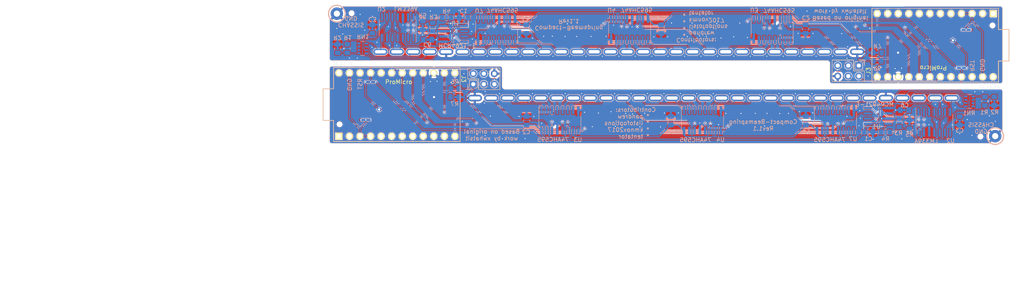
<source format=kicad_pcb>
(kicad_pcb (version 20171130) (host pcbnew 5.1.6+dfsg1-1~bpo10+1)
  (title_block (title "TH-XWhatsIt Controller pcb and optional plugboards") (date 2020-01-31) (rev 0.0.3) (company "Rainy Day Plans") (comment 1 "if plugboards are not needed, delete them ") (comment 4 "Licenced under CERN OHL Version 1.2"))
  (layers (0 F.Cu jumper) (31 B.Cu signal) (34 B.Paste user) (35 F.Paste user) (36 B.SilkS user) (37 F.SilkS user) (38 B.Mask user) (39 F.Mask user) (44 Edge.Cuts user))
  (net 0 "")
  (net 1 COL1)
  (net 2 COL2)
  (net 3 COL3)
  (net 4 COL4)
  (net 5 COL5)
  (net 6 COL6)
  (net 7 COL7)
  (net 8 COL8)
  (net 9 COL9)
  (net 10 COL10)
  (net 11 COL11)
  (net 12 COL12)
  (net 13 COL13)
  (net 14 COL14)
  (net 15 COL15)
  (net 16 COL16)
  (net 17 COL17)
  (net 18 COL18)
  (net 19 COL19)
  (net 20 COL20)
  (net 21 COL21)
  (net 22 COL22)
  (net 23 COL23)
  (net 24 SENSE1)
  (net 25 SENSE2)
  (net 26 SENSE3)
  (net 27 SENSE4)
  (net 28 SETPOINT)
  (net 29 "Net-(R4-Pad2)")
  (net 30 ROW4)
  (net 31 ROW3)
  (net 32 ROW2)
  (net 33 ROW1)
  (net 34 ROW5)
  (net 35 ROW6)
  (net 36 ROW7)
  (net 37 ROW8)
  (net 38 LOADCOL)
  (net 39 CLOCK)
  (net 40 SERIALOUT1)
  (net 41 SERIALOUT2)
  (net 42 MOSI)
  (net 43 ~SELECTDAC)
  (net 44 GNDA)
  (net 45 +5VA)
  (net 46 HEADER2)
  (net 47 HEADER3)
  (net 48 HEADER1)
  (net 49 HEADER4)
  (net 50 BIAS)
  (net 51 "Net-(U7-Pad9)")
  (net 52 RST)
  (net 53 "Net-(J1-Pad15)")
  (net 54 "Net-(U7-Pad7)")
  (net 55 +5VD)
  (net 56 GNDD)
  (net 57 "Net-(NT1-Pad2)")
  (net 58 "Net-(NT2-Pad2)")
  (net 59 "Net-(U5-Pad24)")
  (net 60 "Net-(R6-Pad2)")
  (module TH-XWhatsIt:tooling_hole (layer F.Cu) (at 111.2 136.65)
    (fp_text reference REF** hide)
    (fp_text value tooling_hole hide)
    (pad "" np_thru_hole circle (at 0 0) (size 1.152 1.152) (drill 1.152) (layers *.Cu *.Mask))
  )
  (module TH-XWhatsIt:tooling_hole (layer F.Cu) (at 265.55 139.6)
    (fp_text reference REF** hide)
    (fp_text value tooling_hole hide)
    (pad "" np_thru_hole circle (at 0 0) (size 1.152 1.152) (drill 1.152) (layers *.Cu *.Mask))
  )
  (module Connector_PinHeader_2.54mm:PinHeader_2x03_P2.54mm_Vertical (layer F.Cu) (at 143.39888 126.9929 90)
    (fp_text reference J3 (at 1.27 -2.33 270 unlocked) (layer F.SilkS))
    (fp_text value "EXPANSION HEADER")
    (pad 6 thru_hole oval (at 2.54 5.08 90) (size 1.7 1.7) (drill 1) (layers *.Cu *.Mask) (net 56 GNDD))
    (pad 5 thru_hole oval (at 0 5.08 90) (size 1.7 1.7) (drill 1) (layers *.Cu *.Mask) (net 46 HEADER2))
    (pad 4 thru_hole oval (at 2.54 2.54 90) (size 1.7 1.7) (drill 1) (layers *.Cu *.Mask) (net 49 HEADER4))
    (pad 3 thru_hole oval (at 0 2.54 90) (size 1.7 1.7) (drill 1) (layers *.Cu *.Mask) (net 48 HEADER1))
    (pad 2 thru_hole oval (at 2.54 0 90) (size 1.7 1.7) (drill 1) (layers *.Cu *.Mask) (net 47 HEADER3))
    (pad 1 thru_hole rect (at 0 0 90) (size 1.7 1.7) (drill 1) (layers *.Cu *.Mask) (net 55 +5VD))
  )
  (module TH-XWhatsIt:ChassisGnd (layer B.Cu) (at 269.1 139.5)
    (fp_text reference H1 hide)
    (fp_text value MountingHole_Pad)
    (pad 1 thru_hole circle (at 0 0) (size 3 3) (drill 1.5) (layers *.Cu *.Mask) (net 44 GNDA))
  )
  (module Resistor_SMD:R_0805_2012Metric_Pad1.15x1.40mm_HandSolder (layer B.Cu) (at 138.925 130.1)
    (fp_text reference R7 (at 0 1.65 unlocked) (layer B.SilkS) (effects (justify mirror)))
    (fp_text value "Not Mounted")
    (pad 2 smd roundrect (at 1.025 0) (size 1.15 1.4) (layers B.Cu B.Paste B.Mask) (roundrect_rratio 0.217391) (net 56 GNDD))
    (pad 1 smd roundrect (at -1.025 0) (size 1.15 1.4) (layers B.Cu B.Paste B.Mask) (roundrect_rratio 0.217391) (net 60 "Net-(R6-Pad2)"))
  )
  (module TH-XWhatsIt:SHORTEDR_0805_2012Metric_Pad1.15x1.40mm_HandSolder (layer B.Cu) (at 138.95 128.1 180)
    (fp_text reference R6 (at 0 1.65 unlocked) (layer B.SilkS) (effects (justify mirror)))
    (fp_text value "Not Mounted, Shorted")
    (fp_line (start -0.5 0.4) (end -0.2 0) (layer B.Cu) (width 0.15))
    (fp_line (start -0.2 0) (end 0.2 0) (layer B.Cu) (width 0.15))
    (fp_line (start 0.2 0) (end 0.5 0.4) (layer B.Cu) (width 0.15))
    (fp_line (start 0.5 -0.4) (end 0.2 0) (layer B.Cu) (width 0.15))
    (fp_line (start -0.2 0) (end -0.5 -0.4) (layer B.Cu) (width 0.15))
    (pad 2 smd roundrect (at 1.025 0 180) (size 1.15 1.4) (layers B.Cu B.Paste B.Mask) (roundrect_rratio 0.217391) (net 60 "Net-(R6-Pad2)"))
    (pad 1 smd roundrect (at -1.025 0 180) (size 1.15 1.4) (layers B.Cu B.Paste B.Mask) (roundrect_rratio 0.217391) (net 55 +5VD))
  )
  (module NetTie:NetTie-3_THT_Pad0.3mm (layer B.Cu) (at 117.47198 126.4534)
    (fp_text reference NT2 hide)
    (fp_text value Net-Tie_3)
    (fp_poly (pts (xy 0 0.3) (xy 2.4 0.3) (xy 2.4 -0.3) (xy 0 -0.3)) (layer F.Cu) (width 0))
    (fp_poly (pts (xy 0 0.3) (xy 2.4 0.3) (xy 2.4 -0.3) (xy 0 -0.3)) (layer B.Cu) (width 0))
    (pad 3 thru_hole circle (at 2.4 0) (size 0.6 0.6) (drill 0.3) (layers *.Cu) (net 45 +5VA))
    (pad 2 thru_hole circle (at 1.2 0) (size 0.6 0.6) (drill 0.3) (layers *.Cu) (net 58 "Net-(NT2-Pad2)"))
    (pad 1 thru_hole circle (at 0 0) (size 0.6 0.6) (drill 0.3) (layers *.Cu) (net 55 +5VD))
  )
  (module NetTie:NetTie-3_THT_Pad0.3mm (layer B.Cu) (at 116.35184 135.5974)
    (fp_text reference NT1 hide)
    (fp_text value Net-Tie_3)
    (fp_poly (pts (xy 0 0.3) (xy 2.4 0.3) (xy 2.4 -0.3) (xy 0 -0.3)) (layer B.Cu) (width 0))
    (fp_poly (pts (xy 0 0.3) (xy 2.4 0.3) (xy 2.4 -0.3) (xy 0 -0.3)) (layer F.Cu) (width 0))
    (pad 1 thru_hole circle (at 0 0) (size 0.6 0.6) (drill 0.3) (layers *.Cu) (net 56 GNDD))
    (pad 2 thru_hole circle (at 1.2 0) (size 0.6 0.6) (drill 0.3) (layers *.Cu) (net 57 "Net-(NT1-Pad2)"))
    (pad 3 thru_hole circle (at 2.4 0) (size 0.6 0.6) (drill 0.3) (layers *.Cu) (net 44 GNDA))
  )
  (module Resistor_SMD:R_0805_2012Metric_Pad1.15x1.40mm_HandSolder (layer B.Cu) (at 248.43296 136.65252 270)
    (fp_text reference R5 (at 2.45872 -0.03556 unlocked) (layer B.SilkS) (effects (justify mirror)))
    (fp_text value 4K7)
    (pad 2 smd roundrect (at 1.025 0 270) (size 1.15 1.4) (layers B.Cu B.Paste B.Mask) (roundrect_rratio 0.217391) (net 28 SETPOINT))
    (pad 1 smd roundrect (at -1.025 0 270) (size 1.15 1.4) (layers B.Cu B.Paste B.Mask) (roundrect_rratio 0.217391) (net 44 GNDA))
  )
  (module Resistor_SMD:R_0805_2012Metric_Pad1.15x1.40mm_HandSolder (layer B.Cu) (at 242.67732 138.50926 180)
    (fp_text reference R4 (at 0 -1.66116 unlocked) (layer B.SilkS) (effects (justify mirror)))
    (fp_text value 20K)
    (pad 2 smd roundrect (at 1.025 0 180) (size 1.15 1.4) (layers B.Cu B.Paste B.Mask) (roundrect_rratio 0.217391) (net 29 "Net-(R4-Pad2)"))
    (pad 1 smd roundrect (at -1.025 0 180) (size 1.15 1.4) (layers B.Cu B.Paste B.Mask) (roundrect_rratio 0.217391) (net 28 SETPOINT))
  )
  (module Resistor_SMD:R_0805_2012Metric_Pad1.15x1.40mm_HandSolder (layer B.Cu) (at 245.99202 136.28168 90)
    (fp_text reference R3 (at -2.46634 -0.16256 unlocked) (layer B.SilkS) (effects (justify mirror)))
    (fp_text value 20K)
    (pad 2 smd roundrect (at 1.025 0 90) (size 1.15 1.4) (layers B.Cu B.Paste B.Mask) (roundrect_rratio 0.217391) (net 45 +5VA))
    (pad 1 smd roundrect (at -1.025 0 90) (size 1.15 1.4) (layers B.Cu B.Paste B.Mask) (roundrect_rratio 0.217391) (net 28 SETPOINT))
  )
  (module Resistor_SMD:R_0805_2012Metric_Pad1.15x1.40mm_HandSolder (layer B.Cu) (at 268.90282 131.07722 90)
    (fp_text reference R2 (at -2.62382 0.04572 unlocked) (layer B.SilkS) (effects (justify mirror)))
    (fp_text value 1K)
    (pad 2 smd roundrect (at 1.025 0 90) (size 1.15 1.4) (layers B.Cu B.Paste B.Mask) (roundrect_rratio 0.217391) (net 50 BIAS))
    (pad 1 smd roundrect (at -1.025 0 90) (size 1.15 1.4) (layers B.Cu B.Paste B.Mask) (roundrect_rratio 0.217391) (net 44 GNDA))
  )
  (module Resistor_SMD:R_0805_2012Metric_Pad1.15x1.40mm_HandSolder (layer B.Cu) (at 266.5965 131.08346 90)
    (fp_text reference R1 (at -2.68108 -0.15494 unlocked) (layer B.SilkS) (effects (justify mirror)))
    (fp_text value 4K7)
    (pad 2 smd roundrect (at 1.025 0 90) (size 1.15 1.4) (layers B.Cu B.Paste B.Mask) (roundrect_rratio 0.217391) (net 50 BIAS))
    (pad 1 smd roundrect (at -1.025 0 90) (size 1.15 1.4) (layers B.Cu B.Paste B.Mask) (roundrect_rratio 0.217391) (net 45 +5VA))
  )
  (module Capacitor_SMD:C_0805_2012Metric_Pad1.15x1.40mm_HandSolder (layer B.Cu) (at 247.28234 133.21844)
    (fp_text reference C6 (at 0.00254 -1.17348 unlocked) (layer B.SilkS) (effects (justify mirror)))
    (fp_text value 0U1)
    (pad 2 smd roundrect (at 1.025 0) (size 1.15 1.4) (layers B.Cu B.Paste B.Mask) (roundrect_rratio 0.217391) (net 45 +5VA))
    (pad 1 smd roundrect (at -1.025 0) (size 1.15 1.4) (layers B.Cu B.Paste B.Mask) (roundrect_rratio 0.217391) (net 44 GNDA))
  )
  (module Capacitor_SMD:C_0805_2012Metric_Pad1.15x1.40mm_HandSolder (layer B.Cu) (at 223.48254 135.78384 270)
    (fp_text reference C5 (at 2.48158 -0.0254 unlocked) (layer B.SilkS) (effects (justify mirror)))
    (fp_text value 0U1)
    (pad 2 smd roundrect (at 1.025 0 270) (size 1.15 1.4) (layers B.Cu B.Paste B.Mask) (roundrect_rratio 0.217391) (net 55 +5VD))
    (pad 1 smd roundrect (at -1.025 0 270) (size 1.15 1.4) (layers B.Cu B.Paste B.Mask) (roundrect_rratio 0.217391) (net 56 GNDD))
  )
  (module Capacitor_SMD:C_0805_2012Metric_Pad1.15x1.40mm_HandSolder (layer B.Cu) (at 190.98172 135.78384 270)
    (fp_text reference C4 (at 2.73304 0.04928 unlocked) (layer B.SilkS) (effects (justify mirror)))
    (fp_text value 0U1)
    (pad 2 smd roundrect (at 1.025 0 270) (size 1.15 1.4) (layers B.Cu B.Paste B.Mask) (roundrect_rratio 0.217391) (net 55 +5VD))
    (pad 1 smd roundrect (at -1.025 0 270) (size 1.15 1.4) (layers B.Cu B.Paste B.Mask) (roundrect_rratio 0.217391) (net 56 GNDD))
  )
  (module Capacitor_SMD:C_0805_2012Metric_Pad1.15x1.40mm_HandSolder (layer B.Cu) (at 260.52336 135.81178 90)
    (fp_text reference C3 (at -2.32156 0.01524 unlocked) (layer B.SilkS) (effects (justify mirror)))
    (fp_text value 0U1)
    (pad 2 smd roundrect (at 1.025 0 90) (size 1.15 1.4) (layers B.Cu B.Paste B.Mask) (roundrect_rratio 0.217391) (net 45 +5VA))
    (pad 1 smd roundrect (at -1.025 0 90) (size 1.15 1.4) (layers B.Cu B.Paste B.Mask) (roundrect_rratio 0.217391) (net 44 GNDA))
  )
  (module Capacitor_SMD:C_0805_2012Metric_Pad1.15x1.40mm_HandSolder (layer B.Cu) (at 156.24214 135.78384 270)
    (fp_text reference C2 (at 2.72542 0.10516 unlocked) (layer B.SilkS) (effects (justify mirror)))
    (fp_text value 0U1)
    (pad 2 smd roundrect (at 1.025 0 270) (size 1.15 1.4) (layers B.Cu B.Paste B.Mask) (roundrect_rratio 0.217391) (net 55 +5VD))
    (pad 1 smd roundrect (at -1.025 0 270) (size 1.15 1.4) (layers B.Cu B.Paste B.Mask) (roundrect_rratio 0.217391) (net 56 GNDD))
  )
  (module Capacitor_SMD:C_0805_2012Metric_Pad1.15x1.40mm_HandSolder (layer B.Cu) (at 238.61078 138.50926 180)
    (fp_text reference C1 (at 0.04826 -1.63068 unlocked) (layer B.SilkS) (effects (justify mirror)))
    (fp_text value 0U1)
    (pad 2 smd roundrect (at 1.025 0 180) (size 1.15 1.4) (layers B.Cu B.Paste B.Mask) (roundrect_rratio 0.217391) (net 45 +5VA))
    (pad 1 smd roundrect (at -1.025 0 180) (size 1.15 1.4) (layers B.Cu B.Paste B.Mask) (roundrect_rratio 0.217391) (net 44 GNDA))
  )
  (module Package_SO:SOIC-16_3.9x9.9mm_P1.27mm (layer B.Cu) (at 198.60578 135.75336 270)
    (fp_text reference U4 (at 4.61264 -4.32816 unlocked) (layer B.SilkS) (effects (justify mirror)))
    (fp_text value 74AHC595 (at 4.66344 1.66116 unlocked) (layer B.SilkS) (effects (justify mirror)))
    (pad 1 smd roundrect (at -2.475 4.445 270) (size 1.95 0.6) (layers B.Cu B.Paste B.Mask) (net 10 COL10))
    (pad 2 smd roundrect (at -2.475 3.175 270) (size 1.95 0.6) (layers B.Cu B.Paste B.Mask) (net 11 COL11))
    (pad 3 smd roundrect (at -2.475 1.905 270) (size 1.95 0.6) (layers B.Cu B.Paste B.Mask) (net 12 COL12))
    (pad 4 smd roundrect (at -2.475 0.635 270) (size 1.95 0.6) (layers B.Cu B.Paste B.Mask) (net 13 COL13))
    (pad 5 smd roundrect (at -2.475 -0.635 270) (size 1.95 0.6) (layers B.Cu B.Paste B.Mask) (net 14 COL14))
    (pad 6 smd roundrect (at -2.475 -1.905 270) (size 1.95 0.6) (layers B.Cu B.Paste B.Mask) (net 15 COL15))
    (pad 7 smd roundrect (at -2.475 -3.175 270) (size 1.95 0.6) (layers B.Cu B.Paste B.Mask) (net 16 COL16))
    (pad 8 smd roundrect (at -2.475 -4.445 270) (size 1.95 0.6) (layers B.Cu B.Paste B.Mask) (net 56 GNDD))
    (pad 9 smd roundrect (at 2.475 -4.445 270) (size 1.95 0.6) (layers B.Cu B.Paste B.Mask) (net 41 SERIALOUT2))
    (pad 10 smd roundrect (at 2.475 -3.175 270) (size 1.95 0.6) (layers B.Cu B.Paste B.Mask) (net 55 +5VD))
    (pad 11 smd roundrect (at 2.475 -1.905 270) (size 1.95 0.6) (layers B.Cu B.Paste B.Mask) (net 39 CLOCK))
    (pad 12 smd roundrect (at 2.475 -0.635 270) (size 1.95 0.6) (layers B.Cu B.Paste B.Mask) (net 38 LOADCOL))
    (pad 13 smd roundrect (at 2.475 0.635 270) (size 1.95 0.6) (layers B.Cu B.Paste B.Mask) (net 56 GNDD))
    (pad 14 smd roundrect (at 2.475 1.905 270) (size 1.95 0.6) (layers B.Cu B.Paste B.Mask) (net 40 SERIALOUT1))
    (pad 15 smd roundrect (at 2.475 3.175 270) (size 1.95 0.6) (layers B.Cu B.Paste B.Mask) (net 9 COL9))
    (pad 16 smd roundrect (at 2.475 4.445 270) (size 1.95 0.6) (layers B.Cu B.Paste B.Mask) (net 55 +5VD))
  )
  (module TH-XWhatsIt:30-pin-universal-beamspring-connector_v2 (layer F.Cu) (at 201.20166 130.32538 180)
    (fp_text reference J1 hide)
    (fp_text value "BEAMSPRING CONNECTOR" hide)
    (pad 30 thru_hole oval (at 57.42 0 180) (size 3.42 1.55) (drill oval 2.7 0.8) (layers *.Cu *.Mask) (net 56 GNDD))
    (pad 29 thru_hole oval (at 53.46 0 180) (size 3.42 1.55) (drill oval 2.7 0.8) (layers *.Cu *.Mask) (net 1 COL1))
    (pad 28 thru_hole oval (at 49.5 0 180) (size 3.42 1.55) (drill oval 2.7 0.8) (layers *.Cu *.Mask) (net 2 COL2))
    (pad 27 thru_hole oval (at 45.54 0 180) (size 3.42 1.55) (drill oval 2.7 0.8) (layers *.Cu *.Mask) (net 3 COL3))
    (pad 26 thru_hole oval (at 41.58 0 180) (size 3.42 1.55) (drill oval 2.7 0.8) (layers *.Cu *.Mask) (net 4 COL4))
    (pad 25 thru_hole oval (at 37.62 0 180) (size 3.42 1.55) (drill oval 2.7 0.8) (layers *.Cu *.Mask) (net 5 COL5))
    (pad 24 thru_hole oval (at 33.66 0 180) (size 3.42 1.55) (drill oval 2.7 0.8) (layers *.Cu *.Mask) (net 6 COL6))
    (pad 23 thru_hole oval (at 29.7 0 180) (size 3.42 1.55) (drill oval 2.7 0.8) (layers *.Cu *.Mask) (net 7 COL7))
    (pad 22 thru_hole oval (at 25.74 0 180) (size 3.42 1.55) (drill oval 2.7 0.8) (layers *.Cu *.Mask) (net 8 COL8))
    (pad 21 thru_hole oval (at 21.78 0 180) (size 3.42 1.55) (drill oval 2.7 0.8) (layers *.Cu *.Mask) (net 9 COL9))
    (pad 20 thru_hole oval (at 17.82 0 180) (size 3.42 1.55) (drill oval 2.7 0.8) (layers *.Cu *.Mask) (net 10 COL10))
    (pad 19 thru_hole oval (at 13.86 0 180) (size 3.42 1.55) (drill oval 2.7 0.8) (layers *.Cu *.Mask) (net 11 COL11))
    (pad 18 thru_hole oval (at 9.9 0 180) (size 3.42 1.55) (drill oval 2.7 0.8) (layers *.Cu *.Mask) (net 12 COL12))
    (pad 17 thru_hole oval (at 5.94 0 180) (size 3.42 1.55) (drill oval 2.7 0.8) (layers *.Cu *.Mask) (net 13 COL13))
    (pad 16 thru_hole oval (at 1.98 0 180) (size 3.42 1.55) (drill oval 2.7 0.8) (layers *.Cu *.Mask) (net 14 COL14))
    (pad 15 thru_hole oval (at -1.98 0 180) (size 3.42 1.55) (drill oval 2.7 0.8) (layers *.Cu *.Mask) (net 53 "Net-(J1-Pad15)"))
    (pad 14 thru_hole oval (at -5.94 0 180) (size 3.42 1.55) (drill oval 2.7 0.8) (layers *.Cu *.Mask) (net 15 COL15))
    (pad 13 thru_hole oval (at -9.9 0 180) (size 3.42 1.55) (drill oval 2.7 0.8) (layers *.Cu *.Mask) (net 16 COL16))
    (pad 12 thru_hole oval (at -13.86 0 180) (size 3.42 1.55) (drill oval 2.7 0.8) (layers *.Cu *.Mask) (net 17 COL17))
    (pad 11 thru_hole oval (at -17.82 0 180) (size 3.42 1.55) (drill oval 2.7 0.8) (layers *.Cu *.Mask) (net 18 COL18))
    (pad 10 thru_hole oval (at -21.78 0 180) (size 3.42 1.55) (drill oval 2.7 0.8) (layers *.Cu *.Mask) (net 19 COL19))
    (pad 9 thru_hole oval (at -25.74 0 180) (size 3.42 1.55) (drill oval 2.7 0.8) (layers *.Cu *.Mask) (net 20 COL20))
    (pad 8 thru_hole oval (at -29.7 0 180) (size 3.42 1.55) (drill oval 2.7 0.8) (layers *.Cu *.Mask) (net 21 COL21))
    (pad 7 thru_hole oval (at -33.66 0 180) (size 3.42 1.55) (drill oval 2.7 0.8) (layers *.Cu *.Mask) (net 22 COL22))
    (pad 6 thru_hole oval (at -37.62 0 180) (size 3.42 1.55) (drill oval 2.7 0.8) (layers *.Cu *.Mask) (net 23 COL23))
    (pad 5 thru_hole oval (at -41.58 0 180) (size 3.42 1.55) (drill oval 2.7 0.8) (layers *.Cu *.Mask) (net 56 GNDD))
    (pad 4 thru_hole oval (at -45.54 0 180) (size 3.42 1.55) (drill oval 2.7 0.8) (layers *.Cu *.Mask) (net 27 SENSE4))
    (pad 3 thru_hole oval (at -49.5 0 180) (size 3.42 1.55) (drill oval 2.7 0.8) (layers *.Cu *.Mask) (net 26 SENSE3))
    (pad 2 thru_hole oval (at -53.46 0 180) (size 3.42 1.55) (drill oval 2.7 0.8) (layers *.Cu *.Mask) (net 25 SENSE2))
    (pad 1 thru_hole oval (at -57.42 0 180) (size 3.42 1.55) (drill oval 2.7 0.8) (layers *.Cu *.Mask) (net 24 SENSE1))
  )
  (module Resistor_SMD:R_Array_Convex_4x0603 (layer B.Cu) (at 262.90572 131.13818 180)
    (fp_text reference RN1 (at 0.12192 -2.82448 unlocked) (layer B.SilkS) (effects (justify mirror)))
    (fp_text value 100K hide)
    (pad 5 smd rect (at 0.9 -1.2 180) (size 0.8 0.5) (layers B.Cu B.Paste B.Mask) (net 24 SENSE1))
    (pad 6 smd rect (at 0.9 -0.4 180) (size 0.8 0.4) (layers B.Cu B.Paste B.Mask) (net 25 SENSE2))
    (pad 8 smd rect (at 0.9 1.2 180) (size 0.8 0.5) (layers B.Cu B.Paste B.Mask) (net 27 SENSE4))
    (pad 7 smd rect (at 0.9 0.4 180) (size 0.8 0.4) (layers B.Cu B.Paste B.Mask) (net 26 SENSE3))
    (pad 4 smd rect (at -0.9 -1.2 180) (size 0.8 0.5) (layers B.Cu B.Paste B.Mask) (net 50 BIAS))
    (pad 2 smd rect (at -0.9 0.4 180) (size 0.8 0.4) (layers B.Cu B.Paste B.Mask) (net 50 BIAS))
    (pad 3 smd rect (at -0.9 -0.4 180) (size 0.8 0.4) (layers B.Cu B.Paste B.Mask) (net 50 BIAS))
    (pad 1 smd rect (at -0.9 1.2 180) (size 0.8 0.5) (layers B.Cu B.Paste B.Mask) (net 50 BIAS))
  )
  (module promicro:ProMicro (layer F.Cu) (at 125.0169 131.89662)
    (fp_text reference U5 hide)
    (fp_text value ProMicro (at 0.43434 -5.4549 unlocked) (layer F.SilkS))
    (pad 1 thru_hole rect (at -13.97 7.62) (size 1.6 1.6) (drill 1.1) (layers *.Cu *.Mask F.SilkS) (net 48 HEADER1))
    (pad 2 thru_hole circle (at -11.43 7.62) (size 1.6 1.6) (drill 1.1) (layers *.Cu *.Mask F.SilkS) (net 46 HEADER2))
    (pad 3 thru_hole circle (at -8.89 7.62) (size 1.6 1.6) (drill 1.1) (layers *.Cu *.Mask F.SilkS) (net 57 "Net-(NT1-Pad2)"))
    (pad 4 thru_hole circle (at -6.35 7.62) (size 1.6 1.6) (drill 1.1) (layers *.Cu *.Mask F.SilkS) (net 57 "Net-(NT1-Pad2)"))
    (pad 5 thru_hole circle (at -3.81 7.62) (size 1.6 1.6) (drill 1.1) (layers *.Cu *.Mask F.SilkS) (net 37 ROW8))
    (pad 6 thru_hole circle (at -1.27 7.62) (size 1.6 1.6) (drill 1.1) (layers *.Cu *.Mask F.SilkS) (net 36 ROW7))
    (pad 7 thru_hole circle (at 1.27 7.62) (size 1.6 1.6) (drill 1.1) (layers *.Cu *.Mask F.SilkS) (net 32 ROW2))
    (pad 8 thru_hole circle (at 3.81 7.62) (size 1.6 1.6) (drill 1.1) (layers *.Cu *.Mask F.SilkS) (net 34 ROW5))
    (pad 9 thru_hole circle (at 6.35 7.62) (size 1.6 1.6) (drill 1.1) (layers *.Cu *.Mask F.SilkS) (net 30 ROW4))
    (pad 10 thru_hole circle (at 8.89 7.62) (size 1.6 1.6) (drill 1.1) (layers *.Cu *.Mask F.SilkS) (net 35 ROW6))
    (pad 11 thru_hole circle (at 11.43 7.62) (size 1.6 1.6) (drill 1.1) (layers *.Cu *.Mask F.SilkS) (net 31 ROW3))
    (pad 12 thru_hole circle (at 13.97 7.62) (size 1.6 1.6) (drill 1.1) (layers *.Cu *.Mask F.SilkS) (net 33 ROW1))
    (pad 13 thru_hole circle (at 13.97 -7.62) (size 1.6 1.6) (drill 1.1) (layers *.Cu *.Mask F.SilkS) (net 60 "Net-(R6-Pad2)"))
    (pad 14 thru_hole circle (at 11.43 -7.62) (size 1.6 1.6) (drill 1.1) (layers *.Cu *.Mask F.SilkS) (net 42 MOSI))
    (pad 15 thru_hole circle (at 8.89 -7.62) (size 1.6 1.6) (drill 1.1) (layers *.Cu *.Mask F.SilkS) (net 56 GNDD))
    (pad 16 thru_hole circle (at 6.35 -7.62) (size 1.6 1.6) (drill 1.1) (layers *.Cu *.Mask F.SilkS) (net 39 CLOCK))
    (pad 17 thru_hole circle (at 3.81 -7.62) (size 1.6 1.6) (drill 1.1) (layers *.Cu *.Mask F.SilkS) (net 38 LOADCOL))
    (pad 18 thru_hole circle (at 1.27 -7.62) (size 1.6 1.6) (drill 1.1) (layers *.Cu *.Mask F.SilkS) (net 43 ~SELECTDAC))
    (pad 19 thru_hole circle (at -1.27 -7.62) (size 1.6 1.6) (drill 1.1) (layers *.Cu *.Mask F.SilkS) (net 47 HEADER3))
    (pad 20 thru_hole circle (at -3.81 -7.62) (size 1.6 1.6) (drill 1.1) (layers *.Cu *.Mask F.SilkS) (net 49 HEADER4))
    (pad 21 thru_hole circle (at -6.35 -7.62) (size 1.6 1.6) (drill 1.1) (layers *.Cu *.Mask F.SilkS) (net 58 "Net-(NT2-Pad2)"))
    (pad 22 thru_hole circle (at -8.89 -7.62) (size 1.6 1.6) (drill 1.1) (layers *.Cu *.Mask F.SilkS) (net 52 RST))
    (pad 23 thru_hole circle (at -11.43 -7.62) (size 1.6 1.6) (drill 1.1) (layers *.Cu *.Mask F.SilkS) (net 57 "Net-(NT1-Pad2)"))
    (pad 24 thru_hole circle (at -13.97 -7.62) (size 1.6 1.6) (drill 1.1) (layers *.Cu *.Mask F.SilkS) (net 59 "Net-(U5-Pad24)"))
  )
  (module Package_SO:SOIC-8_3.9x4.9mm_P1.27mm (layer B.Cu) (at 240.87138 134.64338)
    (fp_text reference U1 (at -0.36068 2.5654 unlocked) (layer B.SilkS) (effects (justify mirror)))
    (fp_text value MCP4921-E (at -0.762 -2.77622 unlocked) (layer B.SilkS) (effects (justify mirror)))
    (pad 8 smd roundrect (at 2.475 1.905) (size 1.95 0.6) (layers B.Cu B.Paste B.Mask) (net 29 "Net-(R4-Pad2)"))
    (pad 7 smd roundrect (at 2.475 0.635) (size 1.95 0.6) (layers B.Cu B.Paste B.Mask) (net 44 GNDA))
    (pad 6 smd roundrect (at 2.475 -0.635) (size 1.95 0.6) (layers B.Cu B.Paste B.Mask) (net 45 +5VA))
    (pad 5 smd roundrect (at 2.475 -1.905) (size 1.95 0.6) (layers B.Cu B.Paste B.Mask) (net 44 GNDA))
    (pad 4 smd roundrect (at -2.475 -1.905) (size 1.95 0.6) (layers B.Cu B.Paste B.Mask) (net 42 MOSI))
    (pad 3 smd roundrect (at -2.475 -0.635) (size 1.95 0.6) (layers B.Cu B.Paste B.Mask) (net 39 CLOCK))
    (pad 2 smd roundrect (at -2.475 0.635) (size 1.95 0.6) (layers B.Cu B.Paste B.Mask) (net 43 ~SELECTDAC))
    (pad 1 smd roundrect (at -2.475 1.905) (size 1.95 0.6) (layers B.Cu B.Paste B.Mask) (net 45 +5VA))
  )
  (module Package_SO:SOIC-16_3.9x9.9mm_P1.27mm (layer B.Cu) (at 230.63772 135.75336 270)
    (fp_text reference U7 (at 4.45262 -4.21894 unlocked) (layer B.SilkS) (effects (justify mirror)))
    (fp_text value 74AHC595 (at 4.60248 1.37922 unlocked) (layer B.SilkS) (effects (justify mirror)))
    (pad 16 smd roundrect (at 2.475 4.445 270) (size 1.95 0.6) (layers B.Cu B.Paste B.Mask) (net 55 +5VD))
    (pad 15 smd roundrect (at 2.475 3.175 270) (size 1.95 0.6) (layers B.Cu B.Paste B.Mask) (net 17 COL17))
    (pad 14 smd roundrect (at 2.475 1.905 270) (size 1.95 0.6) (layers B.Cu B.Paste B.Mask) (net 41 SERIALOUT2))
    (pad 13 smd roundrect (at 2.475 0.635 270) (size 1.95 0.6) (layers B.Cu B.Paste B.Mask) (net 56 GNDD))
    (pad 12 smd roundrect (at 2.475 -0.635 270) (size 1.95 0.6) (layers B.Cu B.Paste B.Mask) (net 38 LOADCOL))
    (pad 11 smd roundrect (at 2.475 -1.905 270) (size 1.95 0.6) (layers B.Cu B.Paste B.Mask) (net 39 CLOCK))
    (pad 10 smd roundrect (at 2.475 -3.175 270) (size 1.95 0.6) (layers B.Cu B.Paste B.Mask) (net 55 +5VD))
    (pad 9 smd roundrect (at 2.475 -4.445 270) (size 1.95 0.6) (layers B.Cu B.Paste B.Mask) (net 51 "Net-(U7-Pad9)"))
    (pad 8 smd roundrect (at -2.475 -4.445 270) (size 1.95 0.6) (layers B.Cu B.Paste B.Mask) (net 56 GNDD))
    (pad 7 smd roundrect (at -2.475 -3.175 270) (size 1.95 0.6) (layers B.Cu B.Paste B.Mask) (net 54 "Net-(U7-Pad7)"))
    (pad 6 smd roundrect (at -2.475 -1.905 270) (size 1.95 0.6) (layers B.Cu B.Paste B.Mask) (net 23 COL23))
    (pad 5 smd roundrect (at -2.475 -0.635 270) (size 1.95 0.6) (layers B.Cu B.Paste B.Mask) (net 22 COL22))
    (pad 4 smd roundrect (at -2.475 0.635 270) (size 1.95 0.6) (layers B.Cu B.Paste B.Mask) (net 21 COL21))
    (pad 3 smd roundrect (at -2.475 1.905 270) (size 1.95 0.6) (layers B.Cu B.Paste B.Mask) (net 20 COL20))
    (pad 2 smd roundrect (at -2.475 3.175 270) (size 1.95 0.6) (layers B.Cu B.Paste B.Mask) (net 19 COL19))
    (pad 1 smd roundrect (at -2.475 4.445 270) (size 1.95 0.6) (layers B.Cu B.Paste B.Mask) (net 18 COL18))
  )
  (module Package_SO:SOIC-14_3.9x8.7mm_P1.27mm (layer B.Cu) (at 254.45276 136.16992 270)
    (fp_text reference U2 (at 4.47294 -3.87858 unlocked) (layer B.SilkS) (effects (justify mirror)))
    (fp_text value LM339A (at 4.5339 1.97104 unlocked) (layer B.SilkS) (effects (justify mirror)))
    (pad 1 smd roundrect (at -2.475 3.81 270) (size 1.95 0.6) (layers B.Cu B.Paste B.Mask) (net 33 ROW1))
    (pad 2 smd roundrect (at -2.475 2.54 270) (size 1.95 0.6) (layers B.Cu B.Paste B.Mask) (net 32 ROW2))
    (pad 3 smd roundrect (at -2.475 1.27 270) (size 1.95 0.6) (layers B.Cu B.Paste B.Mask) (net 45 +5VA))
    (pad 4 smd roundrect (at -2.475 0 270) (size 1.95 0.6) (layers B.Cu B.Paste B.Mask) (net 28 SETPOINT))
    (pad 5 smd roundrect (at -2.475 -1.27 270) (size 1.95 0.6) (layers B.Cu B.Paste B.Mask) (net 25 SENSE2))
    (pad 6 smd roundrect (at -2.475 -2.54 270) (size 1.95 0.6) (layers B.Cu B.Paste B.Mask) (net 28 SETPOINT))
    (pad 7 smd roundrect (at -2.475 -3.81 270) (size 1.95 0.6) (layers B.Cu B.Paste B.Mask) (net 24 SENSE1))
    (pad 8 smd roundrect (at 2.475 -3.81 270) (size 1.95 0.6) (layers B.Cu B.Paste B.Mask) (net 28 SETPOINT))
    (pad 9 smd roundrect (at 2.475 -2.54 270) (size 1.95 0.6) (layers B.Cu B.Paste B.Mask) (net 26 SENSE3))
    (pad 10 smd roundrect (at 2.475 -1.27 270) (size 1.95 0.6) (layers B.Cu B.Paste B.Mask) (net 28 SETPOINT))
    (pad 11 smd roundrect (at 2.475 0 270) (size 1.95 0.6) (layers B.Cu B.Paste B.Mask) (net 27 SENSE4))
    (pad 12 smd roundrect (at 2.475 1.27 270) (size 1.95 0.6) (layers B.Cu B.Paste B.Mask) (net 44 GNDA))
    (pad 13 smd roundrect (at 2.475 2.54 270) (size 1.95 0.6) (layers B.Cu B.Paste B.Mask) (net 30 ROW4))
    (pad 14 smd roundrect (at 2.475 3.81 270) (size 1.95 0.6) (layers B.Cu B.Paste B.Mask) (net 31 ROW3))
  )
  (module Package_SO:SOIC-16_3.9x9.9mm_P1.27mm (layer B.Cu) (at 164.2599 135.75336 270)
    (fp_text reference U3 (at 4.63804 -4.3307 unlocked) (layer B.SilkS) (effects (justify mirror)))
    (fp_text value 74AHC595 (at 4.54914 1.62814 unlocked) (layer B.SilkS) (effects (justify mirror)))
    (pad 16 smd roundrect (at 2.475 4.445 270) (size 1.95 0.6) (layers B.Cu B.Paste B.Mask) (net 55 +5VD))
    (pad 15 smd roundrect (at 2.475 3.175 270) (size 1.95 0.6) (layers B.Cu B.Paste B.Mask) (net 1 COL1))
    (pad 14 smd roundrect (at 2.475 1.905 270) (size 1.95 0.6) (layers B.Cu B.Paste B.Mask) (net 42 MOSI))
    (pad 13 smd roundrect (at 2.475 0.635 270) (size 1.95 0.6) (layers B.Cu B.Paste B.Mask) (net 56 GNDD))
    (pad 12 smd roundrect (at 2.475 -0.635 270) (size 1.95 0.6) (layers B.Cu B.Paste B.Mask) (net 38 LOADCOL))
    (pad 11 smd roundrect (at 2.475 -1.905 270) (size 1.95 0.6) (layers B.Cu B.Paste B.Mask) (net 39 CLOCK))
    (pad 10 smd roundrect (at 2.475 -3.175 270) (size 1.95 0.6) (layers B.Cu B.Paste B.Mask) (net 55 +5VD))
    (pad 9 smd roundrect (at 2.475 -4.445 270) (size 1.95 0.6) (layers B.Cu B.Paste B.Mask) (net 40 SERIALOUT1))
    (pad 8 smd roundrect (at -2.475 -4.445 270) (size 1.95 0.6) (layers B.Cu B.Paste B.Mask) (net 56 GNDD))
    (pad 7 smd roundrect (at -2.475 -3.175 270) (size 1.95 0.6) (layers B.Cu B.Paste B.Mask) (net 8 COL8))
    (pad 6 smd roundrect (at -2.475 -1.905 270) (size 1.95 0.6) (layers B.Cu B.Paste B.Mask) (net 7 COL7))
    (pad 5 smd roundrect (at -2.475 -0.635 270) (size 1.95 0.6) (layers B.Cu B.Paste B.Mask) (net 6 COL6))
    (pad 4 smd roundrect (at -2.475 0.635 270) (size 1.95 0.6) (layers B.Cu B.Paste B.Mask) (net 5 COL5))
    (pad 3 smd roundrect (at -2.475 1.905 270) (size 1.95 0.6) (layers B.Cu B.Paste B.Mask) (net 4 COL4))
    (pad 2 smd roundrect (at -2.475 3.175 270) (size 1.95 0.6) (layers B.Cu B.Paste B.Mask) (net 3 COL3))
    (pad 1 smd roundrect (at -2.475 4.445 270) (size 1.95 0.6) (layers B.Cu B.Paste B.Mask) (net 2 COL2))
  )
  (module TH-XWhatsIt:tooling_hole (layer F.Cu) (at 268.45 112.85 180)
    (fp_text reference REF** hide)
    (fp_text value tooling_hole hide)
    (pad "" np_thru_hole circle (at 0 0 180) (size 1.152 1.152) (drill 1.152) (layers *.Cu *.Mask))
  )
  (module TH-XWhatsIt:tooling_hole (layer F.Cu) (at 114.1 109.9 180)
    (fp_text reference REF** hide)
    (fp_text value tooling_hole hide)
    (pad "" np_thru_hole circle (at 0 0 180) (size 1.152 1.152) (drill 1.152) (layers *.Cu *.Mask))
  )
  (module Connector_PinHeader_2.54mm:PinHeader_2x03_P2.54mm_Vertical (layer F.Cu) (at 236.25112 122.5071 270)
    (fp_text reference J3 (at 1.27 -2.33 90 unlocked) (layer F.SilkS))
    (fp_text value "EXPANSION HEADER")
    (pad 6 thru_hole oval (at 2.54 5.08 270) (size 1.7 1.7) (drill 1) (layers *.Cu *.Mask) (net 56 GNDD))
    (pad 5 thru_hole oval (at 0 5.08 270) (size 1.7 1.7) (drill 1) (layers *.Cu *.Mask) (net 46 HEADER2))
    (pad 4 thru_hole oval (at 2.54 2.54 270) (size 1.7 1.7) (drill 1) (layers *.Cu *.Mask) (net 49 HEADER4))
    (pad 3 thru_hole oval (at 0 2.54 270) (size 1.7 1.7) (drill 1) (layers *.Cu *.Mask) (net 48 HEADER1))
    (pad 2 thru_hole oval (at 2.54 0 270) (size 1.7 1.7) (drill 1) (layers *.Cu *.Mask) (net 47 HEADER3))
    (pad 1 thru_hole rect (at 0 0 270) (size 1.7 1.7) (drill 1) (layers *.Cu *.Mask) (net 55 +5VD))
  )
  (module TH-XWhatsIt:ChassisGnd (layer B.Cu) (at 110.55 110 180)
    (fp_text reference H1 hide)
    (fp_text value MountingHole_Pad)
    (pad 1 thru_hole circle (at 0 0 180) (size 3 3) (drill 1.5) (layers *.Cu *.Mask) (net 44 GNDA))
  )
  (module Resistor_SMD:R_0805_2012Metric_Pad1.15x1.40mm_HandSolder (layer B.Cu) (at 240.725 119.4 180)
    (fp_text reference R7 (at 0 1.65 180 unlocked) (layer B.SilkS) (effects (justify mirror)))
    (fp_text value "Not Mounted")
    (pad 2 smd roundrect (at 1.025 0 180) (size 1.15 1.4) (layers B.Cu B.Paste B.Mask) (roundrect_rratio 0.217391) (net 56 GNDD))
    (pad 1 smd roundrect (at -1.025 0 180) (size 1.15 1.4) (layers B.Cu B.Paste B.Mask) (roundrect_rratio 0.217391) (net 60 "Net-(R6-Pad2)"))
  )
  (module TH-XWhatsIt:SHORTEDR_0805_2012Metric_Pad1.15x1.40mm_HandSolder (layer B.Cu) (at 240.7 121.4)
    (fp_text reference R6 (at 0 1.65 -180 unlocked) (layer B.SilkS) (effects (justify mirror)))
    (fp_text value "Not Mounted, Shorted")
    (fp_line (start -0.5 0.4) (end -0.2 0) (layer B.Cu) (width 0.15))
    (fp_line (start -0.2 0) (end 0.2 0) (layer B.Cu) (width 0.15))
    (fp_line (start 0.2 0) (end 0.5 0.4) (layer B.Cu) (width 0.15))
    (fp_line (start 0.5 -0.4) (end 0.2 0) (layer B.Cu) (width 0.15))
    (fp_line (start -0.2 0) (end -0.5 -0.4) (layer B.Cu) (width 0.15))
    (pad 2 smd roundrect (at 1.025 0) (size 1.15 1.4) (layers B.Cu B.Paste B.Mask) (roundrect_rratio 0.217391) (net 60 "Net-(R6-Pad2)"))
    (pad 1 smd roundrect (at -1.025 0) (size 1.15 1.4) (layers B.Cu B.Paste B.Mask) (roundrect_rratio 0.217391) (net 55 +5VD))
  )
  (module NetTie:NetTie-3_THT_Pad0.3mm (layer B.Cu) (at 262.17802 123.0466 180)
    (fp_text reference NT2 hide)
    (fp_text value Net-Tie_3)
    (fp_poly (pts (xy 0 0.3) (xy 2.4 0.3) (xy 2.4 -0.3) (xy 0 -0.3)) (layer F.Cu) (width 0))
    (fp_poly (pts (xy 0 0.3) (xy 2.4 0.3) (xy 2.4 -0.3) (xy 0 -0.3)) (layer B.Cu) (width 0))
    (pad 3 thru_hole circle (at 2.4 0 180) (size 0.6 0.6) (drill 0.3) (layers *.Cu) (net 45 +5VA))
    (pad 2 thru_hole circle (at 1.2 0 180) (size 0.6 0.6) (drill 0.3) (layers *.Cu) (net 58 "Net-(NT2-Pad2)"))
    (pad 1 thru_hole circle (at 0 0 180) (size 0.6 0.6) (drill 0.3) (layers *.Cu) (net 55 +5VD))
  )
  (module NetTie:NetTie-3_THT_Pad0.3mm (layer B.Cu) (at 263.29816 113.9026 180)
    (fp_text reference NT1 hide)
    (fp_text value Net-Tie_3)
    (fp_poly (pts (xy 0 0.3) (xy 2.4 0.3) (xy 2.4 -0.3) (xy 0 -0.3)) (layer B.Cu) (width 0))
    (fp_poly (pts (xy 0 0.3) (xy 2.4 0.3) (xy 2.4 -0.3) (xy 0 -0.3)) (layer F.Cu) (width 0))
    (pad 1 thru_hole circle (at 0 0 180) (size 0.6 0.6) (drill 0.3) (layers *.Cu) (net 56 GNDD))
    (pad 2 thru_hole circle (at 1.2 0 180) (size 0.6 0.6) (drill 0.3) (layers *.Cu) (net 57 "Net-(NT1-Pad2)"))
    (pad 3 thru_hole circle (at 2.4 0 180) (size 0.6 0.6) (drill 0.3) (layers *.Cu) (net 44 GNDA))
  )
  (module Resistor_SMD:R_0805_2012Metric_Pad1.15x1.40mm_HandSolder (layer B.Cu) (at 131.21704 112.84748 90)
    (fp_text reference R5 (at 2.45872 -0.03556 -180 unlocked) (layer B.SilkS) (effects (justify mirror)))
    (fp_text value 4K7)
    (pad 2 smd roundrect (at 1.025 0 90) (size 1.15 1.4) (layers B.Cu B.Paste B.Mask) (roundrect_rratio 0.217391) (net 28 SETPOINT))
    (pad 1 smd roundrect (at -1.025 0 90) (size 1.15 1.4) (layers B.Cu B.Paste B.Mask) (roundrect_rratio 0.217391) (net 44 GNDA))
  )
  (module Resistor_SMD:R_0805_2012Metric_Pad1.15x1.40mm_HandSolder (layer B.Cu) (at 136.97268 110.99074)
    (fp_text reference R4 (at 0 -1.66116 -180 unlocked) (layer B.SilkS) (effects (justify mirror)))
    (fp_text value 20K)
    (pad 2 smd roundrect (at 1.025 0) (size 1.15 1.4) (layers B.Cu B.Paste B.Mask) (roundrect_rratio 0.217391) (net 29 "Net-(R4-Pad2)"))
    (pad 1 smd roundrect (at -1.025 0) (size 1.15 1.4) (layers B.Cu B.Paste B.Mask) (roundrect_rratio 0.217391) (net 28 SETPOINT))
  )
  (module Resistor_SMD:R_0805_2012Metric_Pad1.15x1.40mm_HandSolder (layer B.Cu) (at 133.65798 113.21832 270)
    (fp_text reference R3 (at -2.46634 -0.16256 180 unlocked) (layer B.SilkS) (effects (justify mirror)))
    (fp_text value 20K)
    (pad 2 smd roundrect (at 1.025 0 270) (size 1.15 1.4) (layers B.Cu B.Paste B.Mask) (roundrect_rratio 0.217391) (net 45 +5VA))
    (pad 1 smd roundrect (at -1.025 0 270) (size 1.15 1.4) (layers B.Cu B.Paste B.Mask) (roundrect_rratio 0.217391) (net 28 SETPOINT))
  )
  (module Resistor_SMD:R_0805_2012Metric_Pad1.15x1.40mm_HandSolder (layer B.Cu) (at 110.74718 118.42278 270)
    (fp_text reference R2 (at -2.62382 0.04572 180 unlocked) (layer B.SilkS) (effects (justify mirror)))
    (fp_text value 1K)
    (pad 2 smd roundrect (at 1.025 0 270) (size 1.15 1.4) (layers B.Cu B.Paste B.Mask) (roundrect_rratio 0.217391) (net 50 BIAS))
    (pad 1 smd roundrect (at -1.025 0 270) (size 1.15 1.4) (layers B.Cu B.Paste B.Mask) (roundrect_rratio 0.217391) (net 44 GNDA))
  )
  (module Resistor_SMD:R_0805_2012Metric_Pad1.15x1.40mm_HandSolder (layer B.Cu) (at 113.0535 118.41654 270)
    (fp_text reference R1 (at -2.68108 -0.15494 180 unlocked) (layer B.SilkS) (effects (justify mirror)))
    (fp_text value 4K7)
    (pad 2 smd roundrect (at 1.025 0 270) (size 1.15 1.4) (layers B.Cu B.Paste B.Mask) (roundrect_rratio 0.217391) (net 50 BIAS))
    (pad 1 smd roundrect (at -1.025 0 270) (size 1.15 1.4) (layers B.Cu B.Paste B.Mask) (roundrect_rratio 0.217391) (net 45 +5VA))
  )
  (module Capacitor_SMD:C_0805_2012Metric_Pad1.15x1.40mm_HandSolder (layer B.Cu) (at 132.36766 116.28156 180)
    (fp_text reference C6 (at 0.00254 -1.17348 180 unlocked) (layer B.SilkS) (effects (justify mirror)))
    (fp_text value 0U1)
    (pad 2 smd roundrect (at 1.025 0 180) (size 1.15 1.4) (layers B.Cu B.Paste B.Mask) (roundrect_rratio 0.217391) (net 45 +5VA))
    (pad 1 smd roundrect (at -1.025 0 180) (size 1.15 1.4) (layers B.Cu B.Paste B.Mask) (roundrect_rratio 0.217391) (net 44 GNDA))
  )
  (module Capacitor_SMD:C_0805_2012Metric_Pad1.15x1.40mm_HandSolder (layer B.Cu) (at 156.16746 113.71616 90)
    (fp_text reference C5 (at 2.48158 -0.0254 -180 unlocked) (layer B.SilkS) (effects (justify mirror)))
    (fp_text value 0U1)
    (pad 2 smd roundrect (at 1.025 0 90) (size 1.15 1.4) (layers B.Cu B.Paste B.Mask) (roundrect_rratio 0.217391) (net 55 +5VD))
    (pad 1 smd roundrect (at -1.025 0 90) (size 1.15 1.4) (layers B.Cu B.Paste B.Mask) (roundrect_rratio 0.217391) (net 56 GNDD))
  )
  (module Capacitor_SMD:C_0805_2012Metric_Pad1.15x1.40mm_HandSolder (layer B.Cu) (at 188.66828 113.71616 90)
    (fp_text reference C4 (at 2.73304 0.04928 -180 unlocked) (layer B.SilkS) (effects (justify mirror)))
    (fp_text value 0U1)
    (pad 2 smd roundrect (at 1.025 0 90) (size 1.15 1.4) (layers B.Cu B.Paste B.Mask) (roundrect_rratio 0.217391) (net 55 +5VD))
    (pad 1 smd roundrect (at -1.025 0 90) (size 1.15 1.4) (layers B.Cu B.Paste B.Mask) (roundrect_rratio 0.217391) (net 56 GNDD))
  )
  (module Capacitor_SMD:C_0805_2012Metric_Pad1.15x1.40mm_HandSolder (layer B.Cu) (at 119.12664 113.68822 270)
    (fp_text reference C3 (at -2.32156 0.01524 180 unlocked) (layer B.SilkS) (effects (justify mirror)))
    (fp_text value 0U1)
    (pad 2 smd roundrect (at 1.025 0 270) (size 1.15 1.4) (layers B.Cu B.Paste B.Mask) (roundrect_rratio 0.217391) (net 45 +5VA))
    (pad 1 smd roundrect (at -1.025 0 270) (size 1.15 1.4) (layers B.Cu B.Paste B.Mask) (roundrect_rratio 0.217391) (net 44 GNDA))
  )
  (module Capacitor_SMD:C_0805_2012Metric_Pad1.15x1.40mm_HandSolder (layer B.Cu) (at 223.40786 113.71616 90)
    (fp_text reference C2 (at 2.72542 0.10516 -180 unlocked) (layer B.SilkS) (effects (justify mirror)))
    (fp_text value 0U1)
    (pad 2 smd roundrect (at 1.025 0 90) (size 1.15 1.4) (layers B.Cu B.Paste B.Mask) (roundrect_rratio 0.217391) (net 55 +5VD))
    (pad 1 smd roundrect (at -1.025 0 90) (size 1.15 1.4) (layers B.Cu B.Paste B.Mask) (roundrect_rratio 0.217391) (net 56 GNDD))
  )
  (module Capacitor_SMD:C_0805_2012Metric_Pad1.15x1.40mm_HandSolder (layer B.Cu) (at 141.03922 110.99074)
    (fp_text reference C1 (at 0.04826 -1.63068 -180 unlocked) (layer B.SilkS) (effects (justify mirror)))
    (fp_text value 0U1)
    (pad 2 smd roundrect (at 1.025 0) (size 1.15 1.4) (layers B.Cu B.Paste B.Mask) (roundrect_rratio 0.217391) (net 45 +5VA))
    (pad 1 smd roundrect (at -1.025 0) (size 1.15 1.4) (layers B.Cu B.Paste B.Mask) (roundrect_rratio 0.217391) (net 44 GNDA))
  )
  (module Package_SO:SOIC-16_3.9x9.9mm_P1.27mm (layer B.Cu) (at 181.04422 113.74664 90)
    (fp_text reference U4 (at 4.61264 -4.32816 -180 unlocked) (layer B.SilkS) (effects (justify mirror)))
    (fp_text value 74AHC595 (at 4.66344 1.66116 -180 unlocked) (layer B.SilkS) (effects (justify mirror)))
    (pad 1 smd roundrect (at -2.475 4.445 90) (size 1.95 0.6) (layers B.Cu B.Paste B.Mask) (net 10 COL10))
    (pad 2 smd roundrect (at -2.475 3.175 90) (size 1.95 0.6) (layers B.Cu B.Paste B.Mask) (net 11 COL11))
    (pad 3 smd roundrect (at -2.475 1.905 90) (size 1.95 0.6) (layers B.Cu B.Paste B.Mask) (net 12 COL12))
    (pad 4 smd roundrect (at -2.475 0.635 90) (size 1.95 0.6) (layers B.Cu B.Paste B.Mask) (net 13 COL13))
    (pad 5 smd roundrect (at -2.475 -0.635 90) (size 1.95 0.6) (layers B.Cu B.Paste B.Mask) (net 14 COL14))
    (pad 6 smd roundrect (at -2.475 -1.905 90) (size 1.95 0.6) (layers B.Cu B.Paste B.Mask) (net 15 COL15))
    (pad 7 smd roundrect (at -2.475 -3.175 90) (size 1.95 0.6) (layers B.Cu B.Paste B.Mask) (net 16 COL16))
    (pad 8 smd roundrect (at -2.475 -4.445 90) (size 1.95 0.6) (layers B.Cu B.Paste B.Mask) (net 56 GNDD))
    (pad 9 smd roundrect (at 2.475 -4.445 90) (size 1.95 0.6) (layers B.Cu B.Paste B.Mask) (net 41 SERIALOUT2))
    (pad 10 smd roundrect (at 2.475 -3.175 90) (size 1.95 0.6) (layers B.Cu B.Paste B.Mask) (net 55 +5VD))
    (pad 11 smd roundrect (at 2.475 -1.905 90) (size 1.95 0.6) (layers B.Cu B.Paste B.Mask) (net 39 CLOCK))
    (pad 12 smd roundrect (at 2.475 -0.635 90) (size 1.95 0.6) (layers B.Cu B.Paste B.Mask) (net 38 LOADCOL))
    (pad 13 smd roundrect (at 2.475 0.635 90) (size 1.95 0.6) (layers B.Cu B.Paste B.Mask) (net 56 GNDD))
    (pad 14 smd roundrect (at 2.475 1.905 90) (size 1.95 0.6) (layers B.Cu B.Paste B.Mask) (net 40 SERIALOUT1))
    (pad 15 smd roundrect (at 2.475 3.175 90) (size 1.95 0.6) (layers B.Cu B.Paste B.Mask) (net 9 COL9))
    (pad 16 smd roundrect (at 2.475 4.445 90) (size 1.95 0.6) (layers B.Cu B.Paste B.Mask) (net 55 +5VD))
  )
  (module TH-XWhatsIt:30-pin-universal-beamspring-connector_v2 (layer F.Cu) (at 178.44834 119.17462)
    (fp_text reference J1 hide)
    (fp_text value "BEAMSPRING CONNECTOR" hide)
    (pad 30 thru_hole oval (at 57.42 0) (size 3.42 1.55) (drill oval 2.7 0.8) (layers *.Cu *.Mask) (net 56 GNDD))
    (pad 29 thru_hole oval (at 53.46 0) (size 3.42 1.55) (drill oval 2.7 0.8) (layers *.Cu *.Mask) (net 1 COL1))
    (pad 28 thru_hole oval (at 49.5 0) (size 3.42 1.55) (drill oval 2.7 0.8) (layers *.Cu *.Mask) (net 2 COL2))
    (pad 27 thru_hole oval (at 45.54 0) (size 3.42 1.55) (drill oval 2.7 0.8) (layers *.Cu *.Mask) (net 3 COL3))
    (pad 26 thru_hole oval (at 41.58 0) (size 3.42 1.55) (drill oval 2.7 0.8) (layers *.Cu *.Mask) (net 4 COL4))
    (pad 25 thru_hole oval (at 37.62 0) (size 3.42 1.55) (drill oval 2.7 0.8) (layers *.Cu *.Mask) (net 5 COL5))
    (pad 24 thru_hole oval (at 33.66 0) (size 3.42 1.55) (drill oval 2.7 0.8) (layers *.Cu *.Mask) (net 6 COL6))
    (pad 23 thru_hole oval (at 29.7 0) (size 3.42 1.55) (drill oval 2.7 0.8) (layers *.Cu *.Mask) (net 7 COL7))
    (pad 22 thru_hole oval (at 25.74 0) (size 3.42 1.55) (drill oval 2.7 0.8) (layers *.Cu *.Mask) (net 8 COL8))
    (pad 21 thru_hole oval (at 21.78 0) (size 3.42 1.55) (drill oval 2.7 0.8) (layers *.Cu *.Mask) (net 9 COL9))
    (pad 20 thru_hole oval (at 17.82 0) (size 3.42 1.55) (drill oval 2.7 0.8) (layers *.Cu *.Mask) (net 10 COL10))
    (pad 19 thru_hole oval (at 13.86 0) (size 3.42 1.55) (drill oval 2.7 0.8) (layers *.Cu *.Mask) (net 11 COL11))
    (pad 18 thru_hole oval (at 9.9 0) (size 3.42 1.55) (drill oval 2.7 0.8) (layers *.Cu *.Mask) (net 12 COL12))
    (pad 17 thru_hole oval (at 5.94 0) (size 3.42 1.55) (drill oval 2.7 0.8) (layers *.Cu *.Mask) (net 13 COL13))
    (pad 16 thru_hole oval (at 1.98 0) (size 3.42 1.55) (drill oval 2.7 0.8) (layers *.Cu *.Mask) (net 14 COL14))
    (pad 15 thru_hole oval (at -1.98 0) (size 3.42 1.55) (drill oval 2.7 0.8) (layers *.Cu *.Mask) (net 53 "Net-(J1-Pad15)"))
    (pad 14 thru_hole oval (at -5.94 0) (size 3.42 1.55) (drill oval 2.7 0.8) (layers *.Cu *.Mask) (net 15 COL15))
    (pad 13 thru_hole oval (at -9.9 0) (size 3.42 1.55) (drill oval 2.7 0.8) (layers *.Cu *.Mask) (net 16 COL16))
    (pad 12 thru_hole oval (at -13.86 0) (size 3.42 1.55) (drill oval 2.7 0.8) (layers *.Cu *.Mask) (net 17 COL17))
    (pad 11 thru_hole oval (at -17.82 0) (size 3.42 1.55) (drill oval 2.7 0.8) (layers *.Cu *.Mask) (net 18 COL18))
    (pad 10 thru_hole oval (at -21.78 0) (size 3.42 1.55) (drill oval 2.7 0.8) (layers *.Cu *.Mask) (net 19 COL19))
    (pad 9 thru_hole oval (at -25.74 0) (size 3.42 1.55) (drill oval 2.7 0.8) (layers *.Cu *.Mask) (net 20 COL20))
    (pad 8 thru_hole oval (at -29.7 0) (size 3.42 1.55) (drill oval 2.7 0.8) (layers *.Cu *.Mask) (net 21 COL21))
    (pad 7 thru_hole oval (at -33.66 0) (size 3.42 1.55) (drill oval 2.7 0.8) (layers *.Cu *.Mask) (net 22 COL22))
    (pad 6 thru_hole oval (at -37.62 0) (size 3.42 1.55) (drill oval 2.7 0.8) (layers *.Cu *.Mask) (net 23 COL23))
    (pad 5 thru_hole oval (at -41.58 0) (size 3.42 1.55) (drill oval 2.7 0.8) (layers *.Cu *.Mask) (net 56 GNDD))
    (pad 4 thru_hole oval (at -45.54 0) (size 3.42 1.55) (drill oval 2.7 0.8) (layers *.Cu *.Mask) (net 27 SENSE4))
    (pad 3 thru_hole oval (at -49.5 0) (size 3.42 1.55) (drill oval 2.7 0.8) (layers *.Cu *.Mask) (net 26 SENSE3))
    (pad 2 thru_hole oval (at -53.46 0) (size 3.42 1.55) (drill oval 2.7 0.8) (layers *.Cu *.Mask) (net 25 SENSE2))
    (pad 1 thru_hole oval (at -57.42 0) (size 3.42 1.55) (drill oval 2.7 0.8) (layers *.Cu *.Mask) (net 24 SENSE1))
  )
  (module Resistor_SMD:R_Array_Convex_4x0603 (layer B.Cu) (at 116.74428 118.36182)
    (fp_text reference RN1 (at 0.12192 -2.82448 -180 unlocked) (layer B.SilkS) (effects (justify mirror)))
    (fp_text value 100K hide)
    (pad 5 smd rect (at 0.9 -1.2) (size 0.8 0.5) (layers B.Cu B.Paste B.Mask) (net 24 SENSE1))
    (pad 6 smd rect (at 0.9 -0.4) (size 0.8 0.4) (layers B.Cu B.Paste B.Mask) (net 25 SENSE2))
    (pad 8 smd rect (at 0.9 1.2) (size 0.8 0.5) (layers B.Cu B.Paste B.Mask) (net 27 SENSE4))
    (pad 7 smd rect (at 0.9 0.4) (size 0.8 0.4) (layers B.Cu B.Paste B.Mask) (net 26 SENSE3))
    (pad 4 smd rect (at -0.9 -1.2) (size 0.8 0.5) (layers B.Cu B.Paste B.Mask) (net 50 BIAS))
    (pad 2 smd rect (at -0.9 0.4) (size 0.8 0.4) (layers B.Cu B.Paste B.Mask) (net 50 BIAS))
    (pad 3 smd rect (at -0.9 -0.4) (size 0.8 0.4) (layers B.Cu B.Paste B.Mask) (net 50 BIAS))
    (pad 1 smd rect (at -0.9 1.2) (size 0.8 0.5) (layers B.Cu B.Paste B.Mask) (net 50 BIAS))
  )
  (module promicro:ProMicro (layer F.Cu) (at 254.6331 117.60338 180)
    (fp_text reference U5 hide)
    (fp_text value ProMicro (at 0.43434 -5.4549 180 unlocked) (layer F.SilkS))
    (pad 1 thru_hole rect (at -13.97 7.62 180) (size 1.6 1.6) (drill 1.1) (layers *.Cu *.Mask F.SilkS) (net 48 HEADER1))
    (pad 2 thru_hole circle (at -11.43 7.62 180) (size 1.6 1.6) (drill 1.1) (layers *.Cu *.Mask F.SilkS) (net 46 HEADER2))
    (pad 3 thru_hole circle (at -8.89 7.62 180) (size 1.6 1.6) (drill 1.1) (layers *.Cu *.Mask F.SilkS) (net 57 "Net-(NT1-Pad2)"))
    (pad 4 thru_hole circle (at -6.35 7.62 180) (size 1.6 1.6) (drill 1.1) (layers *.Cu *.Mask F.SilkS) (net 57 "Net-(NT1-Pad2)"))
    (pad 5 thru_hole circle (at -3.81 7.62 180) (size 1.6 1.6) (drill 1.1) (layers *.Cu *.Mask F.SilkS) (net 37 ROW8))
    (pad 6 thru_hole circle (at -1.27 7.62 180) (size 1.6 1.6) (drill 1.1) (layers *.Cu *.Mask F.SilkS) (net 36 ROW7))
    (pad 7 thru_hole circle (at 1.27 7.62 180) (size 1.6 1.6) (drill 1.1) (layers *.Cu *.Mask F.SilkS) (net 32 ROW2))
    (pad 8 thru_hole circle (at 3.81 7.62 180) (size 1.6 1.6) (drill 1.1) (layers *.Cu *.Mask F.SilkS) (net 34 ROW5))
    (pad 9 thru_hole circle (at 6.35 7.62 180) (size 1.6 1.6) (drill 1.1) (layers *.Cu *.Mask F.SilkS) (net 30 ROW4))
    (pad 10 thru_hole circle (at 8.89 7.62 180) (size 1.6 1.6) (drill 1.1) (layers *.Cu *.Mask F.SilkS) (net 35 ROW6))
    (pad 11 thru_hole circle (at 11.43 7.62 180) (size 1.6 1.6) (drill 1.1) (layers *.Cu *.Mask F.SilkS) (net 31 ROW3))
    (pad 12 thru_hole circle (at 13.97 7.62 180) (size 1.6 1.6) (drill 1.1) (layers *.Cu *.Mask F.SilkS) (net 33 ROW1))
    (pad 13 thru_hole circle (at 13.97 -7.62 180) (size 1.6 1.6) (drill 1.1) (layers *.Cu *.Mask F.SilkS) (net 60 "Net-(R6-Pad2)"))
    (pad 14 thru_hole circle (at 11.43 -7.62 180) (size 1.6 1.6) (drill 1.1) (layers *.Cu *.Mask F.SilkS) (net 42 MOSI))
    (pad 15 thru_hole circle (at 8.89 -7.62 180) (size 1.6 1.6) (drill 1.1) (layers *.Cu *.Mask F.SilkS) (net 56 GNDD))
    (pad 16 thru_hole circle (at 6.35 -7.62 180) (size 1.6 1.6) (drill 1.1) (layers *.Cu *.Mask F.SilkS) (net 39 CLOCK))
    (pad 17 thru_hole circle (at 3.81 -7.62 180) (size 1.6 1.6) (drill 1.1) (layers *.Cu *.Mask F.SilkS) (net 38 LOADCOL))
    (pad 18 thru_hole circle (at 1.27 -7.62 180) (size 1.6 1.6) (drill 1.1) (layers *.Cu *.Mask F.SilkS) (net 43 ~SELECTDAC))
    (pad 19 thru_hole circle (at -1.27 -7.62 180) (size 1.6 1.6) (drill 1.1) (layers *.Cu *.Mask F.SilkS) (net 47 HEADER3))
    (pad 20 thru_hole circle (at -3.81 -7.62 180) (size 1.6 1.6) (drill 1.1) (layers *.Cu *.Mask F.SilkS) (net 49 HEADER4))
    (pad 21 thru_hole circle (at -6.35 -7.62 180) (size 1.6 1.6) (drill 1.1) (layers *.Cu *.Mask F.SilkS) (net 58 "Net-(NT2-Pad2)"))
    (pad 22 thru_hole circle (at -8.89 -7.62 180) (size 1.6 1.6) (drill 1.1) (layers *.Cu *.Mask F.SilkS) (net 52 RST))
    (pad 23 thru_hole circle (at -11.43 -7.62 180) (size 1.6 1.6) (drill 1.1) (layers *.Cu *.Mask F.SilkS) (net 57 "Net-(NT1-Pad2)"))
    (pad 24 thru_hole circle (at -13.97 -7.62 180) (size 1.6 1.6) (drill 1.1) (layers *.Cu *.Mask F.SilkS) (net 59 "Net-(U5-Pad24)"))
  )
  (module Package_SO:SOIC-8_3.9x4.9mm_P1.27mm (layer B.Cu) (at 138.77862 114.85662 180)
    (fp_text reference U1 (at -0.36068 2.5654 180 unlocked) (layer B.SilkS) (effects (justify mirror)))
    (fp_text value MCP4921-E (at -0.762 -2.77622 180 unlocked) (layer B.SilkS) (effects (justify mirror)))
    (pad 8 smd roundrect (at 2.475 1.905 180) (size 1.95 0.6) (layers B.Cu B.Paste B.Mask) (net 29 "Net-(R4-Pad2)"))
    (pad 7 smd roundrect (at 2.475 0.635 180) (size 1.95 0.6) (layers B.Cu B.Paste B.Mask) (net 44 GNDA))
    (pad 6 smd roundrect (at 2.475 -0.635 180) (size 1.95 0.6) (layers B.Cu B.Paste B.Mask) (net 45 +5VA))
    (pad 5 smd roundrect (at 2.475 -1.905 180) (size 1.95 0.6) (layers B.Cu B.Paste B.Mask) (net 44 GNDA))
    (pad 4 smd roundrect (at -2.475 -1.905 180) (size 1.95 0.6) (layers B.Cu B.Paste B.Mask) (net 42 MOSI))
    (pad 3 smd roundrect (at -2.475 -0.635 180) (size 1.95 0.6) (layers B.Cu B.Paste B.Mask) (net 39 CLOCK))
    (pad 2 smd roundrect (at -2.475 0.635 180) (size 1.95 0.6) (layers B.Cu B.Paste B.Mask) (net 43 ~SELECTDAC))
    (pad 1 smd roundrect (at -2.475 1.905 180) (size 1.95 0.6) (layers B.Cu B.Paste B.Mask) (net 45 +5VA))
  )
  (module Package_SO:SOIC-16_3.9x9.9mm_P1.27mm (layer B.Cu) (at 149.01228 113.74664 90)
    (fp_text reference U7 (at 4.45262 -4.21894 -180 unlocked) (layer B.SilkS) (effects (justify mirror)))
    (fp_text value 74AHC595 (at 4.60248 1.37922 -180 unlocked) (layer B.SilkS) (effects (justify mirror)))
    (pad 16 smd roundrect (at 2.475 4.445 90) (size 1.95 0.6) (layers B.Cu B.Paste B.Mask) (net 55 +5VD))
    (pad 15 smd roundrect (at 2.475 3.175 90) (size 1.95 0.6) (layers B.Cu B.Paste B.Mask) (net 17 COL17))
    (pad 14 smd roundrect (at 2.475 1.905 90) (size 1.95 0.6) (layers B.Cu B.Paste B.Mask) (net 41 SERIALOUT2))
    (pad 13 smd roundrect (at 2.475 0.635 90) (size 1.95 0.6) (layers B.Cu B.Paste B.Mask) (net 56 GNDD))
    (pad 12 smd roundrect (at 2.475 -0.635 90) (size 1.95 0.6) (layers B.Cu B.Paste B.Mask) (net 38 LOADCOL))
    (pad 11 smd roundrect (at 2.475 -1.905 90) (size 1.95 0.6) (layers B.Cu B.Paste B.Mask) (net 39 CLOCK))
    (pad 10 smd roundrect (at 2.475 -3.175 90) (size 1.95 0.6) (layers B.Cu B.Paste B.Mask) (net 55 +5VD))
    (pad 9 smd roundrect (at 2.475 -4.445 90) (size 1.95 0.6) (layers B.Cu B.Paste B.Mask) (net 51 "Net-(U7-Pad9)"))
    (pad 8 smd roundrect (at -2.475 -4.445 90) (size 1.95 0.6) (layers B.Cu B.Paste B.Mask) (net 56 GNDD))
    (pad 7 smd roundrect (at -2.475 -3.175 90) (size 1.95 0.6) (layers B.Cu B.Paste B.Mask) (net 54 "Net-(U7-Pad7)"))
    (pad 6 smd roundrect (at -2.475 -1.905 90) (size 1.95 0.6) (layers B.Cu B.Paste B.Mask) (net 23 COL23))
    (pad 5 smd roundrect (at -2.475 -0.635 90) (size 1.95 0.6) (layers B.Cu B.Paste B.Mask) (net 22 COL22))
    (pad 4 smd roundrect (at -2.475 0.635 90) (size 1.95 0.6) (layers B.Cu B.Paste B.Mask) (net 21 COL21))
    (pad 3 smd roundrect (at -2.475 1.905 90) (size 1.95 0.6) (layers B.Cu B.Paste B.Mask) (net 20 COL20))
    (pad 2 smd roundrect (at -2.475 3.175 90) (size 1.95 0.6) (layers B.Cu B.Paste B.Mask) (net 19 COL19))
    (pad 1 smd roundrect (at -2.475 4.445 90) (size 1.95 0.6) (layers B.Cu B.Paste B.Mask) (net 18 COL18))
  )
  (module Package_SO:SOIC-14_3.9x8.7mm_P1.27mm (layer B.Cu) (at 125.19724 113.33008 90)
    (fp_text reference U2 (at 4.47294 -3.87858 -180 unlocked) (layer B.SilkS) (effects (justify mirror)))
    (fp_text value LM339A (at 4.5339 1.97104 -180 unlocked) (layer B.SilkS) (effects (justify mirror)))
    (pad 1 smd roundrect (at -2.475 3.81 90) (size 1.95 0.6) (layers B.Cu B.Paste B.Mask) (net 33 ROW1))
    (pad 2 smd roundrect (at -2.475 2.54 90) (size 1.95 0.6) (layers B.Cu B.Paste B.Mask) (net 32 ROW2))
    (pad 3 smd roundrect (at -2.475 1.27 90) (size 1.95 0.6) (layers B.Cu B.Paste B.Mask) (net 45 +5VA))
    (pad 4 smd roundrect (at -2.475 0 90) (size 1.95 0.6) (layers B.Cu B.Paste B.Mask) (net 28 SETPOINT))
    (pad 5 smd roundrect (at -2.475 -1.27 90) (size 1.95 0.6) (layers B.Cu B.Paste B.Mask) (net 25 SENSE2))
    (pad 6 smd roundrect (at -2.475 -2.54 90) (size 1.95 0.6) (layers B.Cu B.Paste B.Mask) (net 28 SETPOINT))
    (pad 7 smd roundrect (at -2.475 -3.81 90) (size 1.95 0.6) (layers B.Cu B.Paste B.Mask) (net 24 SENSE1))
    (pad 8 smd roundrect (at 2.475 -3.81 90) (size 1.95 0.6) (layers B.Cu B.Paste B.Mask) (net 28 SETPOINT))
    (pad 9 smd roundrect (at 2.475 -2.54 90) (size 1.95 0.6) (layers B.Cu B.Paste B.Mask) (net 26 SENSE3))
    (pad 10 smd roundrect (at 2.475 -1.27 90) (size 1.95 0.6) (layers B.Cu B.Paste B.Mask) (net 28 SETPOINT))
    (pad 11 smd roundrect (at 2.475 0 90) (size 1.95 0.6) (layers B.Cu B.Paste B.Mask) (net 27 SENSE4))
    (pad 12 smd roundrect (at 2.475 1.27 90) (size 1.95 0.6) (layers B.Cu B.Paste B.Mask) (net 44 GNDA))
    (pad 13 smd roundrect (at 2.475 2.54 90) (size 1.95 0.6) (layers B.Cu B.Paste B.Mask) (net 30 ROW4))
    (pad 14 smd roundrect (at 2.475 3.81 90) (size 1.95 0.6) (layers B.Cu B.Paste B.Mask) (net 31 ROW3))
  )
  (module Package_SO:SOIC-16_3.9x9.9mm_P1.27mm (layer B.Cu) (at 215.3901 113.74664 90)
    (fp_text reference U3 (at 4.63804 -4.3307 -180 unlocked) (layer B.SilkS) (effects (justify mirror)))
    (fp_text value 74AHC595 (at 4.54914 1.62814 -180 unlocked) (layer B.SilkS) (effects (justify mirror)))
    (pad 16 smd roundrect (at 2.475 4.445 90) (size 1.95 0.6) (layers B.Cu B.Paste B.Mask) (net 55 +5VD))
    (pad 15 smd roundrect (at 2.475 3.175 90) (size 1.95 0.6) (layers B.Cu B.Paste B.Mask) (net 1 COL1))
    (pad 14 smd roundrect (at 2.475 1.905 90) (size 1.95 0.6) (layers B.Cu B.Paste B.Mask) (net 42 MOSI))
    (pad 13 smd roundrect (at 2.475 0.635 90) (size 1.95 0.6) (layers B.Cu B.Paste B.Mask) (net 56 GNDD))
    (pad 12 smd roundrect (at 2.475 -0.635 90) (size 1.95 0.6) (layers B.Cu B.Paste B.Mask) (net 38 LOADCOL))
    (pad 11 smd roundrect (at 2.475 -1.905 90) (size 1.95 0.6) (layers B.Cu B.Paste B.Mask) (net 39 CLOCK))
    (pad 10 smd roundrect (at 2.475 -3.175 90) (size 1.95 0.6) (layers B.Cu B.Paste B.Mask) (net 55 +5VD))
    (pad 9 smd roundrect (at 2.475 -4.445 90) (size 1.95 0.6) (layers B.Cu B.Paste B.Mask) (net 40 SERIALOUT1))
    (pad 8 smd roundrect (at -2.475 -4.445 90) (size 1.95 0.6) (layers B.Cu B.Paste B.Mask) (net 56 GNDD))
    (pad 7 smd roundrect (at -2.475 -3.175 90) (size 1.95 0.6) (layers B.Cu B.Paste B.Mask) (net 8 COL8))
    (pad 6 smd roundrect (at -2.475 -1.905 90) (size 1.95 0.6) (layers B.Cu B.Paste B.Mask) (net 7 COL7))
    (pad 5 smd roundrect (at -2.475 -0.635 90) (size 1.95 0.6) (layers B.Cu B.Paste B.Mask) (net 6 COL6))
    (pad 4 smd roundrect (at -2.475 0.635 90) (size 1.95 0.6) (layers B.Cu B.Paste B.Mask) (net 5 COL5))
    (pad 3 smd roundrect (at -2.475 1.905 90) (size 1.95 0.6) (layers B.Cu B.Paste B.Mask) (net 4 COL4))
    (pad 2 smd roundrect (at -2.475 3.175 90) (size 1.95 0.6) (layers B.Cu B.Paste B.Mask) (net 3 COL3))
    (pad 1 smd roundrect (at -2.475 4.445 90) (size 1.95 0.6) (layers B.Cu B.Paste B.Mask) (net 2 COL2))
  )
  (gr_arc (start 266.75 127.5) (end 266.75 128.1) (angle -180) (layer Edge.Cuts) (width 0.05))
  (gr_arc (start 270.35 127.5) (end 270.35 126.9) (angle -180) (layer Edge.Cuts) (width 0.05))
  (gr_arc (start 266.75 127.5) (end 266.75 126.9) (angle -180) (layer Edge.Cuts) (width 0.05))
  (gr_arc (start 264.95 127.5) (end 264.95 128.1) (angle -180) (layer Edge.Cuts) (width 0.05))
  (gr_arc (start 268.55 127.5) (end 268.55 126.9) (angle -180) (layer Edge.Cuts) (width 0.05))
  (gr_arc (start 268.55 127.5) (end 268.55 128.1) (angle -180) (layer Edge.Cuts) (width 0.05))
  (gr_arc (start 114.7 122) (end 114.7 121.4) (angle -180) (layer Edge.Cuts) (width 0.05))
  (gr_arc (start 112.9 122) (end 112.9 121.4) (angle -180) (layer Edge.Cuts) (width 0.05))
  (gr_arc (start 112.9 122) (end 112.9 122.6) (angle -180) (layer Edge.Cuts) (width 0.05))
  (gr_arc (start 111.1 122) (end 111.1 122.6) (angle -180) (layer Edge.Cuts) (width 0.05))
  (gr_arc (start 109.3 122) (end 109.3 122.6) (angle -180) (layer Edge.Cuts) (width 0.05))
  (gr_arc (start 111.1 122) (end 111.1 121.4) (angle -180) (layer Edge.Cuts) (width 0.05))
  (gr_text "Based on original\nwork by xwhatsit" (at 147.85 139.2) (layer B.SilkS) (effects (font (size 1 1)) (justify mirror)))
  (gr_text GND (at 113.65 127.1 90) (layer B.SilkS) (effects (font (size 1 1)) (justify mirror)))
  (gr_text RST (at 116.15 126.95 90) (layer B.SilkS) (effects (font (size 1 1)) (justify mirror)))
  (gr_text "Compact-Beamspring\nRev1.1" (at 213.2 136.85) (layer B.SilkS) (effects (font (size 1 1)) (justify mirror)))
  (gr_text "Contributors:\n  * pandrew\n  * listofoptions\n  * kmnov2017\n  * tentator" (at 187.45 136.35) (layer B.SilkS) (effects (font (size 1 1)) (justify left mirror)))
  (gr_text "CHASSIS\nGND" (at 265.7 137.6) (layer B.SilkS) (effects (font (size 1 1)) (justify mirror)))
  (gr_arc (start 151.05 127.5) (end 150.45 127.5) (angle -90) (layer Edge.Cuts) (width 0.05))
  (gr_arc (start 149.85 123.2) (end 150.45 123.2) (angle -90) (layer Edge.Cuts) (width 0.05))
  (gr_arc (start 109.3 123.2) (end 109.3 122.6) (angle -90) (layer Edge.Cuts) (width 0.05))
  (gr_arc (start 109.3 140.75) (end 108.7 140.75) (angle -90) (layer Edge.Cuts) (width 0.05))
  (gr_arc (start 270.35 140.75) (end 270.35 141.35) (angle -90) (layer Edge.Cuts) (width 0.05))
  (gr_arc (start 270.35 128.7) (end 270.95 128.7) (angle -90) (layer Edge.Cuts) (width 0.05))
  (gr_line (start 150.45 127.5) (end 150.45 123.2) (layer Edge.Cuts) (width 0.05))
  (gr_line (start 114.7 122.6) (end 149.85 122.6) (layer Edge.Cuts) (width 0.05))
  (gr_line (start 108.7 140.75) (end 108.7 123.2) (layer Edge.Cuts) (width 0.05))
  (gr_line (start 159.7 141.35) (end 109.3 141.35) (layer Edge.Cuts) (width 0.05))
  (gr_line (start 240.95 128.1) (end 151.05 128.1) (layer Edge.Cuts) (width 0.05))
  (gr_line (start 264.95 128.1) (end 240.95 128.1) (layer Edge.Cuts) (width 0.05))
  (gr_line (start 270.95 140.75) (end 270.95 128.7) (layer Edge.Cuts) (width 0.05))
  (gr_line (start 170.2 141.35) (end 270.35 141.35) (layer Edge.Cuts) (width 0.05))
  (gr_line (start 159.7 141.35) (end 170.2 141.35) (layer Edge.Cuts) (width 0.05))
  (gr_text "Based on original\nwork by xwhatsit" (at 231.8 110.3 180) (layer B.SilkS) (effects (font (size 1 1)) (justify mirror)))
  (gr_text GND (at 266 122.4 270) (layer B.SilkS) (effects (font (size 1 1)) (justify mirror)))
  (gr_text RST (at 263.5 122.55 270) (layer B.SilkS) (effects (font (size 1 1)) (justify mirror)))
  (gr_text "Compact-Beamspring\nRev1.1" (at 166.45 112.65 180) (layer B.SilkS) (effects (font (size 1 1)) (justify mirror)))
  (gr_text "Contributors:\n  * pandrew\n  * listofoptions\n  * kmnov2017\n  * tentator" (at 192.2 113.15 180) (layer B.SilkS) (effects (font (size 1 1)) (justify left mirror)))
  (gr_text "CHASSIS\nGND" (at 113.95 111.9 180) (layer B.SilkS) (effects (font (size 1 1)) (justify mirror)))
  (gr_arc (start 228.6 122) (end 229.2 122) (angle -90) (layer Edge.Cuts) (width 0.05))
  (gr_arc (start 229.8 126.3) (end 229.2 126.3) (angle -90) (layer Edge.Cuts) (width 0.05))
  (gr_arc (start 270.35 126.3) (end 270.35 126.9) (angle -90) (layer Edge.Cuts) (width 0.05))
  (gr_arc (start 270.35 108.75) (end 270.95 108.75) (angle -90) (layer Edge.Cuts) (width 0.05))
  (gr_arc (start 109.3 108.75) (end 109.3 108.15) (angle -90) (layer Edge.Cuts) (width 0.05))
  (gr_arc (start 109.3 120.8) (end 108.7 120.8) (angle -90) (layer Edge.Cuts) (width 0.05))
  (gr_line (start 229.2 122) (end 229.2 126.3) (layer Edge.Cuts) (width 0.05))
  (gr_line (start 264.95 126.9) (end 229.8 126.9) (layer Edge.Cuts) (width 0.05))
  (gr_line (start 270.95 108.75) (end 270.95 126.3) (layer Edge.Cuts) (width 0.05))
  (gr_line (start 219.95 108.15) (end 270.35 108.15) (layer Edge.Cuts) (width 0.05))
  (gr_line (start 138.7 121.4) (end 228.6 121.4) (layer Edge.Cuts) (width 0.05))
  (gr_line (start 114.7 121.4) (end 138.7 121.4) (layer Edge.Cuts) (width 0.05))
  (gr_line (start 108.7 108.75) (end 108.7 120.8) (layer Edge.Cuts) (width 0.05))
  (gr_line (start 209.45 108.15) (end 109.3 108.15) (layer Edge.Cuts) (width 0.05))
  (gr_line (start 219.95 108.15) (end 209.45 108.15) (layer Edge.Cuts) (width 0.05))
  (segment (start 147.74166 130.32538) (end 153.12646 135.71018) (width 0.1524) (layer B.Cu) (net 1))
  (segment (start 153.12646 135.71018) (end 160.23654 135.71018) (width 0.1524) (layer B.Cu) (net 1))
  (segment (start 161.0849 136.55854) (end 161.0849 138.22836) (width 0.1524) (layer B.Cu) (net 1))
  (segment (start 160.23654 135.71018) (end 161.0849 136.55854) (width 0.1524) (layer B.Cu) (net 1))
  (segment (start 231.90834 119.17462) (end 226.52354 113.78982) (width 0.1524) (layer B.Cu) (net 1))
  (segment (start 226.52354 113.78982) (end 219.41346 113.78982) (width 0.1524) (layer B.Cu) (net 1))
  (segment (start 218.5651 112.94146) (end 218.5651 111.27164) (width 0.1524) (layer B.Cu) (net 1))
  (segment (start 219.41346 113.78982) (end 218.5651 112.94146) (width 0.1524) (layer B.Cu) (net 1))
  (segment (start 151.70166 130.32538) (end 153.01008 131.6338) (width 0.1524) (layer B.Cu) (net 2))
  (segment (start 153.01008 131.6338) (end 159.2869 131.6338) (width 0.1524) (layer B.Cu) (net 2))
  (segment (start 159.8149 132.1618) (end 159.8149 133.27836) (width 0.1524) (layer B.Cu) (net 2))
  (segment (start 159.2869 131.6338) (end 159.8149 132.1618) (width 0.1524) (layer B.Cu) (net 2))
  (segment (start 227.94834 119.17462) (end 226.63992 117.8662) (width 0.1524) (layer B.Cu) (net 2))
  (segment (start 226.63992 117.8662) (end 220.3631 117.8662) (width 0.1524) (layer B.Cu) (net 2))
  (segment (start 219.8351 117.3382) (end 219.8351 116.22164) (width 0.1524) (layer B.Cu) (net 2))
  (segment (start 220.3631 117.8662) (end 219.8351 117.3382) (width 0.1524) (layer B.Cu) (net 2))
  (segment (start 161.0849 133.27836) (end 161.0849 131.67666) (width 0.1524) (layer B.Cu) (net 3))
  (segment (start 160.73723 131.32899) (end 156.66527 131.32899) (width 0.1524) (layer B.Cu) (net 3))
  (segment (start 156.66527 131.32899) (end 155.66166 130.32538) (width 0.1524) (layer B.Cu) (net 3))
  (segment (start 161.0849 131.67666) (end 160.73723 131.32899) (width 0.1524) (layer B.Cu) (net 3))
  (segment (start 218.5651 116.22164) (end 218.5651 117.82334) (width 0.1524) (layer B.Cu) (net 3))
  (segment (start 218.91277 118.17101) (end 222.98473 118.17101) (width 0.1524) (layer B.Cu) (net 3))
  (segment (start 222.98473 118.17101) (end 223.98834 119.17462) (width 0.1524) (layer B.Cu) (net 3))
  (segment (start 218.5651 117.82334) (end 218.91277 118.17101) (width 0.1524) (layer B.Cu) (net 3))
  (segment (start 162.3549 133.27836) (end 162.3549 131.452938) (width 0.1524) (layer B.Cu) (net 4))
  (segment (start 161.227342 130.32538) (end 159.62166 130.32538) (width 0.1524) (layer B.Cu) (net 4))
  (segment (start 162.3549 131.452938) (end 161.227342 130.32538) (width 0.1524) (layer B.Cu) (net 4))
  (segment (start 217.2951 116.22164) (end 217.2951 118.047062) (width 0.1524) (layer B.Cu) (net 4))
  (segment (start 218.422658 119.17462) (end 220.02834 119.17462) (width 0.1524) (layer B.Cu) (net 4))
  (segment (start 217.2951 118.047062) (end 218.422658 119.17462) (width 0.1524) (layer B.Cu) (net 4))
  (segment (start 163.58166 133.23512) (end 163.6249 133.27836) (width 0.1524) (layer B.Cu) (net 5))
  (segment (start 163.58166 130.32538) (end 163.58166 133.23512) (width 0.1524) (layer B.Cu) (net 5))
  (segment (start 216.06834 116.26488) (end 216.0251 116.22164) (width 0.1524) (layer B.Cu) (net 5))
  (segment (start 216.06834 119.17462) (end 216.06834 116.26488) (width 0.1524) (layer B.Cu) (net 5))
  (segment (start 164.8949 133.27836) (end 164.8949 131.62586) (width 0.1524) (layer B.Cu) (net 6))
  (segment (start 166.19538 130.32538) (end 167.54166 130.32538) (width 0.1524) (layer B.Cu) (net 6))
  (segment (start 164.8949 131.62586) (end 166.19538 130.32538) (width 0.1524) (layer B.Cu) (net 6))
  (segment (start 214.7551 116.22164) (end 214.7551 117.87414) (width 0.1524) (layer B.Cu) (net 6))
  (segment (start 213.45462 119.17462) (end 212.10834 119.17462) (width 0.1524) (layer B.Cu) (net 6))
  (segment (start 214.7551 117.87414) (end 213.45462 119.17462) (width 0.1524) (layer B.Cu) (net 6))
  (segment (start 166.1649 133.27836) (end 166.1649 131.80905) (width 0.1524) (layer B.Cu) (net 7))
  (segment (start 170.49805 131.32899) (end 171.50166 130.32538) (width 0.1524) (layer B.Cu) (net 7))
  (segment (start 166.64496 131.32899) (end 170.49805 131.32899) (width 0.1524) (layer B.Cu) (net 7))
  (segment (start 166.1649 131.80905) (end 166.64496 131.32899) (width 0.1524) (layer B.Cu) (net 7))
  (segment (start 213.4851 116.22164) (end 213.4851 117.69095) (width 0.1524) (layer B.Cu) (net 7))
  (segment (start 209.15195 118.17101) (end 208.14834 119.17462) (width 0.1524) (layer B.Cu) (net 7))
  (segment (start 213.00504 118.17101) (end 209.15195 118.17101) (width 0.1524) (layer B.Cu) (net 7))
  (segment (start 213.4851 117.69095) (end 213.00504 118.17101) (width 0.1524) (layer B.Cu) (net 7))
  (segment (start 174.15324 131.6338) (end 175.46166 130.32538) (width 0.1524) (layer B.Cu) (net 8))
  (segment (start 168.10446 131.6338) (end 174.15324 131.6338) (width 0.1524) (layer B.Cu) (net 8))
  (segment (start 167.4349 132.30336) (end 168.10446 131.6338) (width 0.1524) (layer B.Cu) (net 8))
  (segment (start 167.4349 133.27836) (end 167.4349 132.30336) (width 0.1524) (layer B.Cu) (net 8))
  (segment (start 205.49676 117.8662) (end 204.18834 119.17462) (width 0.1524) (layer B.Cu) (net 8))
  (segment (start 211.54554 117.8662) (end 205.49676 117.8662) (width 0.1524) (layer B.Cu) (net 8))
  (segment (start 212.2151 117.19664) (end 211.54554 117.8662) (width 0.1524) (layer B.Cu) (net 8))
  (segment (start 212.2151 116.22164) (end 212.2151 117.19664) (width 0.1524) (layer B.Cu) (net 8))
  (segment (start 179.42166 130.32538) (end 184.95886 135.86258) (width 0.1524) (layer B.Cu) (net 9))
  (segment (start 184.95886 135.86258) (end 194.78308 135.86258) (width 0.1524) (layer B.Cu) (net 9))
  (segment (start 195.43078 136.51028) (end 195.43078 138.22836) (width 0.1524) (layer B.Cu) (net 9))
  (segment (start 194.78308 135.86258) (end 195.43078 136.51028) (width 0.1524) (layer B.Cu) (net 9))
  (segment (start 200.22834 119.17462) (end 194.69114 113.63742) (width 0.1524) (layer B.Cu) (net 9))
  (segment (start 194.69114 113.63742) (end 184.86692 113.63742) (width 0.1524) (layer B.Cu) (net 9))
  (segment (start 184.21922 112.98972) (end 184.21922 111.27164) (width 0.1524) (layer B.Cu) (net 9))
  (segment (start 184.86692 113.63742) (end 184.21922 112.98972) (width 0.1524) (layer B.Cu) (net 9))
  (segment (start 183.38166 130.32538) (end 184.99489 131.93861) (width 0.1524) (layer B.Cu) (net 10))
  (segment (start 192.82103 131.93861) (end 194.16078 133.27836) (width 0.1524) (layer B.Cu) (net 10))
  (segment (start 184.99489 131.93861) (end 192.82103 131.93861) (width 0.1524) (layer B.Cu) (net 10))
  (segment (start 196.26834 119.17462) (end 194.65511 117.56139) (width 0.1524) (layer B.Cu) (net 10))
  (segment (start 186.82897 117.56139) (end 185.48922 116.22164) (width 0.1524) (layer B.Cu) (net 10))
  (segment (start 194.65511 117.56139) (end 186.82897 117.56139) (width 0.1524) (layer B.Cu) (net 10))
  (segment (start 188.65008 131.6338) (end 187.34166 130.32538) (width 0.1524) (layer B.Cu) (net 11))
  (segment (start 194.76122 131.6338) (end 188.65008 131.6338) (width 0.1524) (layer B.Cu) (net 11))
  (segment (start 195.43078 132.30336) (end 194.76122 131.6338) (width 0.1524) (layer B.Cu) (net 11))
  (segment (start 195.43078 133.27836) (end 195.43078 132.30336) (width 0.1524) (layer B.Cu) (net 11))
  (segment (start 190.99992 117.8662) (end 192.30834 119.17462) (width 0.1524) (layer B.Cu) (net 11))
  (segment (start 184.88878 117.8662) (end 190.99992 117.8662) (width 0.1524) (layer B.Cu) (net 11))
  (segment (start 184.21922 117.19664) (end 184.88878 117.8662) (width 0.1524) (layer B.Cu) (net 11))
  (segment (start 184.21922 116.22164) (end 184.21922 117.19664) (width 0.1524) (layer B.Cu) (net 11))
  (segment (start 192.30527 131.32899) (end 191.30166 130.32538) (width 0.1524) (layer B.Cu) (net 12))
  (segment (start 195.72641 131.32899) (end 192.30527 131.32899) (width 0.1524) (layer B.Cu) (net 12))
  (segment (start 196.70078 132.30336) (end 195.72641 131.32899) (width 0.1524) (layer B.Cu) (net 12))
  (segment (start 196.70078 133.27836) (end 196.70078 132.30336) (width 0.1524) (layer B.Cu) (net 12))
  (segment (start 187.34473 118.17101) (end 188.34834 119.17462) (width 0.1524) (layer B.Cu) (net 12))
  (segment (start 183.92359 118.17101) (end 187.34473 118.17101) (width 0.1524) (layer B.Cu) (net 12))
  (segment (start 182.94922 117.19664) (end 183.92359 118.17101) (width 0.1524) (layer B.Cu) (net 12))
  (segment (start 182.94922 116.22164) (end 182.94922 117.19664) (width 0.1524) (layer B.Cu) (net 12))
  (segment (start 197.97078 133.27836) (end 197.97078 131.53188) (width 0.1524) (layer B.Cu) (net 13))
  (segment (start 196.76428 130.32538) (end 195.26166 130.32538) (width 0.1524) (layer B.Cu) (net 13))
  (segment (start 197.97078 131.53188) (end 196.76428 130.32538) (width 0.1524) (layer B.Cu) (net 13))
  (segment (start 181.67922 116.22164) (end 181.67922 117.96812) (width 0.1524) (layer B.Cu) (net 13))
  (segment (start 182.88572 119.17462) (end 184.38834 119.17462) (width 0.1524) (layer B.Cu) (net 13))
  (segment (start 181.67922 117.96812) (end 182.88572 119.17462) (width 0.1524) (layer B.Cu) (net 13))
  (segment (start 199.24078 130.3445) (end 199.22166 130.32538) (width 0.1524) (layer B.Cu) (net 14))
  (segment (start 199.24078 133.27836) (end 199.24078 130.3445) (width 0.1524) (layer B.Cu) (net 14))
  (segment (start 180.40922 119.1555) (end 180.42834 119.17462) (width 0.1524) (layer B.Cu) (net 14))
  (segment (start 180.40922 116.22164) (end 180.40922 119.1555) (width 0.1524) (layer B.Cu) (net 14))
  (segment (start 206.13805 131.32899) (end 207.14166 130.32538) (width 0.1524) (layer B.Cu) (net 15))
  (segment (start 201.48515 131.32899) (end 206.13805 131.32899) (width 0.1524) (layer B.Cu) (net 15))
  (segment (start 200.51078 132.30336) (end 201.48515 131.32899) (width 0.1524) (layer B.Cu) (net 15))
  (segment (start 200.51078 133.27836) (end 200.51078 132.30336) (width 0.1524) (layer B.Cu) (net 15))
  (segment (start 173.51195 118.17101) (end 172.50834 119.17462) (width 0.1524) (layer B.Cu) (net 15))
  (segment (start 178.16485 118.17101) (end 173.51195 118.17101) (width 0.1524) (layer B.Cu) (net 15))
  (segment (start 179.13922 117.19664) (end 178.16485 118.17101) (width 0.1524) (layer B.Cu) (net 15))
  (segment (start 179.13922 116.22164) (end 179.13922 117.19664) (width 0.1524) (layer B.Cu) (net 15))
  (segment (start 202.45034 131.6338) (end 209.79324 131.6338) (width 0.1524) (layer B.Cu) (net 16))
  (segment (start 209.79324 131.6338) (end 211.10166 130.32538) (width 0.1524) (layer B.Cu) (net 16))
  (segment (start 201.78078 132.30336) (end 202.45034 131.6338) (width 0.1524) (layer B.Cu) (net 16))
  (segment (start 201.78078 133.27836) (end 201.78078 132.30336) (width 0.1524) (layer B.Cu) (net 16))
  (segment (start 177.19966 117.8662) (end 169.85676 117.8662) (width 0.1524) (layer B.Cu) (net 16))
  (segment (start 169.85676 117.8662) (end 168.54834 119.17462) (width 0.1524) (layer B.Cu) (net 16))
  (segment (start 177.86922 117.19664) (end 177.19966 117.8662) (width 0.1524) (layer B.Cu) (net 16))
  (segment (start 177.86922 116.22164) (end 177.86922 117.19664) (width 0.1524) (layer B.Cu) (net 16))
  (segment (start 215.06166 130.32538) (end 215.65172 130.32538) (width 0.1524) (layer B.Cu) (net 17))
  (segment (start 215.65172 130.32538) (end 217.47544 132.1491) (width 0.1524) (layer B.Cu) (net 17))
  (segment (start 217.47544 132.1491) (end 219.66492 132.1491) (width 0.1524) (layer B.Cu) (net 17))
  (segment (start 219.66492 132.1491) (end 221.5877 134.07188) (width 0.1524) (layer B.Cu) (net 17))
  (segment (start 221.5877 134.07188) (end 221.5877 134.73482) (width 0.1524) (layer B.Cu) (net 17))
  (segment (start 221.5877 134.73482) (end 222.6926 135.83972) (width 0.1524) (layer B.Cu) (net 17))
  (segment (start 222.6926 135.83972) (end 226.8455 135.83972) (width 0.1524) (layer B.Cu) (net 17))
  (segment (start 227.46272 136.45694) (end 227.46272 138.22836) (width 0.1524) (layer B.Cu) (net 17))
  (segment (start 226.8455 135.83972) (end 227.46272 136.45694) (width 0.1524) (layer B.Cu) (net 17))
  (segment (start 164.58834 119.17462) (end 163.99828 119.17462) (width 0.1524) (layer B.Cu) (net 17))
  (segment (start 163.99828 119.17462) (end 162.17456 117.3509) (width 0.1524) (layer B.Cu) (net 17))
  (segment (start 162.17456 117.3509) (end 159.98508 117.3509) (width 0.1524) (layer B.Cu) (net 17))
  (segment (start 159.98508 117.3509) (end 158.0623 115.42812) (width 0.1524) (layer B.Cu) (net 17))
  (segment (start 158.0623 115.42812) (end 158.0623 114.76518) (width 0.1524) (layer B.Cu) (net 17))
  (segment (start 158.0623 114.76518) (end 156.9574 113.66028) (width 0.1524) (layer B.Cu) (net 17))
  (segment (start 156.9574 113.66028) (end 152.8045 113.66028) (width 0.1524) (layer B.Cu) (net 17))
  (segment (start 152.18728 113.04306) (end 152.18728 111.27164) (width 0.1524) (layer B.Cu) (net 17))
  (segment (start 152.8045 113.66028) (end 152.18728 113.04306) (width 0.1524) (layer B.Cu) (net 17))
  (segment (start 219.02166 130.32538) (end 220.627342 130.32538) (width 0.1524) (layer B.Cu) (net 18))
  (segment (start 219.02166 130.32538) (end 221.03334 132.33706) (width 0.1524) (layer B.Cu) (net 18))
  (segment (start 225.25142 132.33706) (end 226.19272 133.27836) (width 0.1524) (layer B.Cu) (net 18))
  (segment (start 221.03334 132.33706) (end 225.25142 132.33706) (width 0.1524) (layer B.Cu) (net 18))
  (segment (start 160.62834 119.17462) (end 159.022658 119.17462) (width 0.1524) (layer B.Cu) (net 18))
  (segment (start 160.62834 119.17462) (end 158.61666 117.16294) (width 0.1524) (layer B.Cu) (net 18))
  (segment (start 154.39858 117.16294) (end 153.45728 116.22164) (width 0.1524) (layer B.Cu) (net 18))
  (segment (start 158.61666 117.16294) (end 154.39858 117.16294) (width 0.1524) (layer B.Cu) (net 18))
  (segment (start 222.98166 130.32538) (end 224.587342 130.32538) (width 0.1524) (layer B.Cu) (net 19))
  (segment (start 222.98166 130.32538) (end 224.28976 131.63348) (width 0.1524) (layer B.Cu) (net 19))
  (segment (start 224.28976 131.63348) (end 227.18078 131.63348) (width 0.1524) (layer B.Cu) (net 19))
  (segment (start 227.46272 131.91542) (end 227.46272 133.27836) (width 0.1524) (layer B.Cu) (net 19))
  (segment (start 227.18078 131.63348) (end 227.46272 131.91542) (width 0.1524) (layer B.Cu) (net 19))
  (segment (start 156.66834 119.17462) (end 155.062658 119.17462) (width 0.1524) (layer B.Cu) (net 19))
  (segment (start 156.66834 119.17462) (end 155.36024 117.86652) (width 0.1524) (layer B.Cu) (net 19))
  (segment (start 155.36024 117.86652) (end 152.46922 117.86652) (width 0.1524) (layer B.Cu) (net 19))
  (segment (start 152.18728 117.58458) (end 152.18728 116.22164) (width 0.1524) (layer B.Cu) (net 19))
  (segment (start 152.46922 117.86652) (end 152.18728 117.58458) (width 0.1524) (layer B.Cu) (net 19))
  (segment (start 226.94166 130.32538) (end 228.547342 130.32538) (width 0.1524) (layer B.Cu) (net 20))
  (segment (start 228.73272 132.11644) (end 228.73272 133.27836) (width 0.1524) (layer B.Cu) (net 20))
  (segment (start 226.94166 130.32538) (end 228.73272 132.11644) (width 0.1524) (layer B.Cu) (net 20))
  (segment (start 152.70834 119.17462) (end 151.102658 119.17462) (width 0.1524) (layer B.Cu) (net 20))
  (segment (start 150.91728 117.38356) (end 150.91728 116.22164) (width 0.1524) (layer B.Cu) (net 20))
  (segment (start 152.70834 119.17462) (end 150.91728 117.38356) (width 0.1524) (layer B.Cu) (net 20))
  (segment (start 230.00272 131.22432) (end 230.00272 133.27836) (width 0.1524) (layer B.Cu) (net 21))
  (segment (start 230.90166 130.32538) (end 230.00272 131.22432) (width 0.1524) (layer B.Cu) (net 21))
  (segment (start 149.64728 118.27568) (end 149.64728 116.22164) (width 0.1524) (layer B.Cu) (net 21))
  (segment (start 148.74834 119.17462) (end 149.64728 118.27568) (width 0.1524) (layer B.Cu) (net 21))
  (segment (start 234.86166 130.32538) (end 233.27678 130.32538) (width 0.1524) (layer B.Cu) (net 22))
  (segment (start 234.86166 130.32538) (end 233.45458 130.32538) (width 0.1524) (layer B.Cu) (net 22))
  (segment (start 231.27272 132.81204) (end 231.27272 133.27836) (width 0.1524) (layer B.Cu) (net 22))
  (segment (start 232.664464 131.64618) (end 232.43858 131.64618) (width 0.1524) (layer B.Cu) (net 22))
  (segment (start 233.985264 130.32538) (end 232.664464 131.64618) (width 0.1524) (layer B.Cu) (net 22))
  (segment (start 232.43858 131.64618) (end 231.27272 132.81204) (width 0.1524) (layer B.Cu) (net 22))
  (segment (start 234.86166 130.32538) (end 233.985264 130.32538) (width 0.1524) (layer B.Cu) (net 22))
  (segment (start 144.78834 119.17462) (end 146.37322 119.17462) (width 0.1524) (layer B.Cu) (net 22))
  (segment (start 144.78834 119.17462) (end 146.19542 119.17462) (width 0.1524) (layer B.Cu) (net 22))
  (segment (start 148.37728 116.68796) (end 148.37728 116.22164) (width 0.1524) (layer B.Cu) (net 22))
  (segment (start 146.985536 117.85382) (end 147.21142 117.85382) (width 0.1524) (layer B.Cu) (net 22))
  (segment (start 145.664736 119.17462) (end 146.985536 117.85382) (width 0.1524) (layer B.Cu) (net 22))
  (segment (start 147.21142 117.85382) (end 148.37728 116.68796) (width 0.1524) (layer B.Cu) (net 22))
  (segment (start 144.78834 119.17462) (end 145.664736 119.17462) (width 0.1524) (layer B.Cu) (net 22))
  (segment (start 238.405952 130.741088) (end 238.82166 130.32538) (width 0.1524) (layer B.Cu) (net 23))
  (segment (start 232.54272 132.30336) (end 232.54272 133.27836) (width 0.1524) (layer B.Cu) (net 23))
  (segment (start 233.51709 131.32899) (end 232.54272 132.30336) (width 0.1524) (layer B.Cu) (net 23))
  (segment (start 237.81805 131.32899) (end 233.51709 131.32899) (width 0.1524) (layer B.Cu) (net 23))
  (segment (start 238.82166 130.32538) (end 237.81805 131.32899) (width 0.1524) (layer B.Cu) (net 23))
  (segment (start 141.244048 118.758912) (end 140.82834 119.17462) (width 0.1524) (layer B.Cu) (net 23))
  (segment (start 147.10728 117.19664) (end 147.10728 116.22164) (width 0.1524) (layer B.Cu) (net 23))
  (segment (start 146.13291 118.17101) (end 147.10728 117.19664) (width 0.1524) (layer B.Cu) (net 23))
  (segment (start 141.83195 118.17101) (end 146.13291 118.17101) (width 0.1524) (layer B.Cu) (net 23))
  (segment (start 140.82834 119.17462) (end 141.83195 118.17101) (width 0.1524) (layer B.Cu) (net 23))
  (segment (start 258.62166 130.32538) (end 258.62166 131.15774) (width 0.1524) (layer B.Cu) (net 24))
  (segment (start 258.26276 131.51664) (end 258.26276 133.69492) (width 0.1524) (layer B.Cu) (net 24))
  (segment (start 258.62166 131.15774) (end 258.26276 131.51664) (width 0.1524) (layer B.Cu) (net 24))
  (segment (start 260.63446 132.33818) (end 258.62166 130.32538) (width 0.1524) (layer B.Cu) (net 24))
  (segment (start 260.63446 132.33818) (end 262.00572 132.33818) (width 0.1524) (layer B.Cu) (net 24))
  (segment (start 121.02834 119.17462) (end 121.02834 118.34226) (width 0.1524) (layer B.Cu) (net 24))
  (segment (start 121.38724 117.98336) (end 121.38724 115.80508) (width 0.1524) (layer B.Cu) (net 24))
  (segment (start 121.02834 118.34226) (end 121.38724 117.98336) (width 0.1524) (layer B.Cu) (net 24))
  (segment (start 119.01554 117.16182) (end 121.02834 119.17462) (width 0.1524) (layer B.Cu) (net 24))
  (segment (start 119.01554 117.16182) (end 117.64428 117.16182) (width 0.1524) (layer B.Cu) (net 24))
  (segment (start 255.72276 131.38648) (end 255.72276 133.69492) (width 0.1524) (layer B.Cu) (net 25))
  (segment (start 254.66166 130.32538) (end 255.72276 131.38648) (width 0.1524) (layer B.Cu) (net 25))
  (segment (start 259.86549 129.00711) (end 259.86549 129.03251) (width 0.1524) (layer B.Cu) (net 25))
  (segment (start 248.76305 129.909672) (end 249.665612 129.00711) (width 0.1524) (layer B.Cu) (net 25))
  (segment (start 249.665612 129.00711) (end 259.86549 129.00711) (width 0.1524) (layer B.Cu) (net 25))
  (segment (start 249.350952 131.32899) (end 248.76305 130.741088) (width 0.1524) (layer B.Cu) (net 25))
  (segment (start 248.76305 130.741088) (end 248.76305 129.909672) (width 0.1524) (layer B.Cu) (net 25))
  (segment (start 253.65805 131.32899) (end 249.350952 131.32899) (width 0.1524) (layer B.Cu) (net 25))
  (segment (start 254.66166 130.32538) (end 253.65805 131.32899) (width 0.1524) (layer B.Cu) (net 25))
  (segment (start 261.794238 131.53818) (end 262.00572 131.53818) (width 0.1524) (layer B.Cu) (net 25))
  (segment (start 261.377119 131.121061) (end 261.794238 131.53818) (width 0.1524) (layer B.Cu) (net 25))
  (segment (start 261.377119 130.202119) (end 261.377119 131.121061) (width 0.1524) (layer B.Cu) (net 25))
  (segment (start 260.18211 129.00711) (end 261.377119 130.202119) (width 0.1524) (layer B.Cu) (net 25))
  (segment (start 259.86549 129.00711) (end 260.18211 129.00711) (width 0.1524) (layer B.Cu) (net 25))
  (segment (start 123.92724 118.11352) (end 123.92724 115.80508) (width 0.1524) (layer B.Cu) (net 25))
  (segment (start 124.98834 119.17462) (end 123.92724 118.11352) (width 0.1524) (layer B.Cu) (net 25))
  (segment (start 119.78451 120.49289) (end 119.78451 120.46749) (width 0.1524) (layer B.Cu) (net 25))
  (segment (start 130.88695 119.590328) (end 129.984388 120.49289) (width 0.1524) (layer B.Cu) (net 25))
  (segment (start 129.984388 120.49289) (end 119.78451 120.49289) (width 0.1524) (layer B.Cu) (net 25))
  (segment (start 130.299048 118.17101) (end 130.88695 118.758912) (width 0.1524) (layer B.Cu) (net 25))
  (segment (start 130.88695 118.758912) (end 130.88695 119.590328) (width 0.1524) (layer B.Cu) (net 25))
  (segment (start 125.99195 118.17101) (end 130.299048 118.17101) (width 0.1524) (layer B.Cu) (net 25))
  (segment (start 124.98834 119.17462) (end 125.99195 118.17101) (width 0.1524) (layer B.Cu) (net 25))
  (segment (start 117.855762 117.96182) (end 117.64428 117.96182) (width 0.1524) (layer B.Cu) (net 25))
  (segment (start 118.272881 118.378939) (end 117.855762 117.96182) (width 0.1524) (layer B.Cu) (net 25))
  (segment (start 118.272881 119.297881) (end 118.272881 118.378939) (width 0.1524) (layer B.Cu) (net 25))
  (segment (start 119.46789 120.49289) (end 118.272881 119.297881) (width 0.1524) (layer B.Cu) (net 25))
  (segment (start 119.78451 120.49289) (end 119.46789 120.49289) (width 0.1524) (layer B.Cu) (net 25))
  (segment (start 259.85788 133.37338) (end 259.1416 134.08966) (width 0.1524) (layer B.Cu) (net 26))
  (segment (start 259.1416 134.08966) (end 259.1416 134.98882) (width 0.1524) (layer B.Cu) (net 26))
  (segment (start 256.99276 137.13766) (end 256.99276 138.64492) (width 0.1524) (layer B.Cu) (net 26))
  (segment (start 257.73415 136.39627) (end 257.72809 136.40233) (width 0.1524) (layer B.Cu) (net 26))
  (segment (start 257.73415 132.18437) (end 257.73415 136.39627) (width 0.1524) (layer B.Cu) (net 26))
  (segment (start 256.68305 131.13327) (end 257.73415 132.18437) (width 0.1524) (layer B.Cu) (net 26))
  (segment (start 256.68305 129.992452) (end 256.68305 131.13327) (width 0.1524) (layer B.Cu) (net 26))
  (segment (start 256.002518 129.31192) (end 256.68305 129.992452) (width 0.1524) (layer B.Cu) (net 26))
  (segment (start 251.71512 129.31192) (end 256.002518 129.31192) (width 0.1524) (layer B.Cu) (net 26))
  (segment (start 250.70166 130.32538) (end 251.71512 129.31192) (width 0.1524) (layer B.Cu) (net 26))
  (segment (start 257.72809 136.40233) (end 256.99276 137.13766) (width 0.1524) (layer B.Cu) (net 26))
  (segment (start 259.1416 134.98882) (end 257.72809 136.40233) (width 0.1524) (layer B.Cu) (net 26))
  (segment (start 262.032002 133.37338) (end 261.89838 133.37338) (width 0.1524) (layer B.Cu) (net 26))
  (segment (start 262.634321 131.155299) (end 262.634321 132.771061) (width 0.1524) (layer B.Cu) (net 26))
  (segment (start 262.634321 132.771061) (end 262.032002 133.37338) (width 0.1524) (layer B.Cu) (net 26))
  (segment (start 262.217202 130.73818) (end 262.634321 131.155299) (width 0.1524) (layer B.Cu) (net 26))
  (segment (start 261.89838 133.37338) (end 259.85788 133.37338) (width 0.1524) (layer B.Cu) (net 26))
  (segment (start 262.00572 130.73818) (end 262.217202 130.73818) (width 0.1524) (layer B.Cu) (net 26))
  (segment (start 119.79212 116.12662) (end 120.5084 115.41034) (width 0.1524) (layer B.Cu) (net 26))
  (segment (start 120.5084 115.41034) (end 120.5084 114.51118) (width 0.1524) (layer B.Cu) (net 26))
  (segment (start 122.65724 112.36234) (end 122.65724 110.85508) (width 0.1524) (layer B.Cu) (net 26))
  (segment (start 121.91585 113.10373) (end 121.92191 113.09767) (width 0.1524) (layer B.Cu) (net 26))
  (segment (start 121.91585 117.31563) (end 121.91585 113.10373) (width 0.1524) (layer B.Cu) (net 26))
  (segment (start 122.96695 118.36673) (end 121.91585 117.31563) (width 0.1524) (layer B.Cu) (net 26))
  (segment (start 122.96695 119.507548) (end 122.96695 118.36673) (width 0.1524) (layer B.Cu) (net 26))
  (segment (start 123.647482 120.18808) (end 122.96695 119.507548) (width 0.1524) (layer B.Cu) (net 26))
  (segment (start 127.93488 120.18808) (end 123.647482 120.18808) (width 0.1524) (layer B.Cu) (net 26))
  (segment (start 128.94834 119.17462) (end 127.93488 120.18808) (width 0.1524) (layer B.Cu) (net 26))
  (segment (start 121.92191 113.09767) (end 122.65724 112.36234) (width 0.1524) (layer B.Cu) (net 26))
  (segment (start 120.5084 114.51118) (end 121.92191 113.09767) (width 0.1524) (layer B.Cu) (net 26))
  (segment (start 117.617998 116.12662) (end 117.75162 116.12662) (width 0.1524) (layer B.Cu) (net 26))
  (segment (start 117.015679 118.344701) (end 117.015679 116.728939) (width 0.1524) (layer B.Cu) (net 26))
  (segment (start 117.015679 116.728939) (end 117.617998 116.12662) (width 0.1524) (layer B.Cu) (net 26))
  (segment (start 117.432798 118.76182) (end 117.015679 118.344701) (width 0.1524) (layer B.Cu) (net 26))
  (segment (start 117.75162 116.12662) (end 119.79212 116.12662) (width 0.1524) (layer B.Cu) (net 26))
  (segment (start 117.64428 118.76182) (end 117.432798 118.76182) (width 0.1524) (layer B.Cu) (net 26))
  (segment (start 253.92415 132.41551) (end 253.92415 135.86737) (width 0.1524) (layer B.Cu) (net 27))
  (segment (start 254.45276 136.39598) (end 254.45276 138.64492) (width 0.1524) (layer B.Cu) (net 27))
  (segment (start 253.92415 135.86737) (end 254.45276 136.39598) (width 0.1524) (layer B.Cu) (net 27))
  (segment (start 246.74166 130.32538) (end 248.05008 131.6338) (width 0.1524) (layer B.Cu) (net 27))
  (segment (start 253.14244 131.6338) (end 253.92415 132.41551) (width 0.1524) (layer B.Cu) (net 27))
  (segment (start 248.05008 131.6338) (end 253.14244 131.6338) (width 0.1524) (layer B.Cu) (net 27))
  (segment (start 246.74166 130.32538) (end 248.36474 128.7023) (width 0.1524) (layer B.Cu) (net 27))
  (segment (start 262.00572 129.93818) (end 261.544246 129.93818) (width 0.1524) (layer B.Cu) (net 27))
  (segment (start 260.308366 128.7023) (end 259.7523 128.7023) (width 0.1524) (layer B.Cu) (net 27))
  (segment (start 261.544246 129.93818) (end 260.308366 128.7023) (width 0.1524) (layer B.Cu) (net 27))
  (segment (start 248.36474 128.7023) (end 259.7523 128.7023) (width 0.1524) (layer B.Cu) (net 27))
  (segment (start 125.72585 117.08449) (end 125.72585 113.63263) (width 0.1524) (layer B.Cu) (net 27))
  (segment (start 125.19724 113.10402) (end 125.19724 110.85508) (width 0.1524) (layer B.Cu) (net 27))
  (segment (start 125.72585 113.63263) (end 125.19724 113.10402) (width 0.1524) (layer B.Cu) (net 27))
  (segment (start 132.90834 119.17462) (end 131.59992 117.8662) (width 0.1524) (layer B.Cu) (net 27))
  (segment (start 126.50756 117.8662) (end 125.72585 117.08449) (width 0.1524) (layer B.Cu) (net 27))
  (segment (start 131.59992 117.8662) (end 126.50756 117.8662) (width 0.1524) (layer B.Cu) (net 27))
  (segment (start 132.90834 119.17462) (end 131.28526 120.7977) (width 0.1524) (layer B.Cu) (net 27))
  (segment (start 117.64428 119.56182) (end 118.105754 119.56182) (width 0.1524) (layer B.Cu) (net 27))
  (segment (start 119.341634 120.7977) (end 119.8977 120.7977) (width 0.1524) (layer B.Cu) (net 27))
  (segment (start 118.105754 119.56182) (end 119.341634 120.7977) (width 0.1524) (layer B.Cu) (net 27))
  (segment (start 131.28526 120.7977) (end 119.8977 120.7977) (width 0.1524) (layer B.Cu) (net 27))
  (segment (start 256.99276 134.66992) (end 256.37414 135.28854) (width 0.1524) (layer B.Cu) (net 28))
  (segment (start 256.99276 133.69492) (end 256.99276 134.66992) (width 0.1524) (layer B.Cu) (net 28))
  (segment (start 254.45276 134.66992) (end 254.45276 133.69492) (width 0.1524) (layer B.Cu) (net 28))
  (segment (start 255.07138 135.28854) (end 254.45276 134.66992) (width 0.1524) (layer B.Cu) (net 28))
  (segment (start 256.37414 135.28854) (end 255.07138 135.28854) (width 0.1524) (layer B.Cu) (net 28))
  (segment (start 255.72276 135.93992) (end 256.37414 135.28854) (width 0.1524) (layer B.Cu) (net 28))
  (segment (start 255.72276 138.64492) (end 255.72276 135.93992) (width 0.1524) (layer B.Cu) (net 28))
  (segment (start 258.26276 139.61992) (end 257.7021 140.18058) (width 0.1524) (layer B.Cu) (net 28))
  (segment (start 258.26276 138.64492) (end 258.26276 139.61992) (width 0.1524) (layer B.Cu) (net 28))
  (segment (start 255.72276 139.61992) (end 255.72276 138.64492) (width 0.1524) (layer B.Cu) (net 28))
  (segment (start 256.28342 140.18058) (end 255.72276 139.61992) (width 0.1524) (layer B.Cu) (net 28))
  (segment (start 257.7021 140.18058) (end 256.28342 140.18058) (width 0.1524) (layer B.Cu) (net 28))
  (segment (start 244.78944 138.50926) (end 245.99202 137.30668) (width 0.1524) (layer B.Cu) (net 28))
  (segment (start 243.70232 138.50926) (end 244.78944 138.50926) (width 0.1524) (layer B.Cu) (net 28))
  (segment (start 246.36286 137.67752) (end 245.99202 137.30668) (width 0.1524) (layer B.Cu) (net 28))
  (segment (start 248.43296 137.67752) (end 246.36286 137.67752) (width 0.1524) (layer B.Cu) (net 28))
  (segment (start 256.28342 140.18058) (end 250.09666 140.18058) (width 0.1524) (layer B.Cu) (net 28))
  (segment (start 248.43296 138.51688) (end 248.43296 137.67752) (width 0.1524) (layer B.Cu) (net 28))
  (segment (start 250.09666 140.18058) (end 248.43296 138.51688) (width 0.1524) (layer B.Cu) (net 28))
  (segment (start 122.65724 114.83008) (end 123.27586 114.21146) (width 0.1524) (layer B.Cu) (net 28))
  (segment (start 122.65724 115.80508) (end 122.65724 114.83008) (width 0.1524) (layer B.Cu) (net 28))
  (segment (start 125.19724 114.83008) (end 125.19724 115.80508) (width 0.1524) (layer B.Cu) (net 28))
  (segment (start 124.57862 114.21146) (end 125.19724 114.83008) (width 0.1524) (layer B.Cu) (net 28))
  (segment (start 123.27586 114.21146) (end 124.57862 114.21146) (width 0.1524) (layer B.Cu) (net 28))
  (segment (start 123.92724 113.56008) (end 123.27586 114.21146) (width 0.1524) (layer B.Cu) (net 28))
  (segment (start 123.92724 110.85508) (end 123.92724 113.56008) (width 0.1524) (layer B.Cu) (net 28))
  (segment (start 121.38724 109.88008) (end 121.9479 109.31942) (width 0.1524) (layer B.Cu) (net 28))
  (segment (start 121.38724 110.85508) (end 121.38724 109.88008) (width 0.1524) (layer B.Cu) (net 28))
  (segment (start 123.92724 109.88008) (end 123.92724 110.85508) (width 0.1524) (layer B.Cu) (net 28))
  (segment (start 123.36658 109.31942) (end 123.92724 109.88008) (width 0.1524) (layer B.Cu) (net 28))
  (segment (start 121.9479 109.31942) (end 123.36658 109.31942) (width 0.1524) (layer B.Cu) (net 28))
  (segment (start 134.86056 110.99074) (end 133.65798 112.19332) (width 0.1524) (layer B.Cu) (net 28))
  (segment (start 135.94768 110.99074) (end 134.86056 110.99074) (width 0.1524) (layer B.Cu) (net 28))
  (segment (start 133.28714 111.82248) (end 133.65798 112.19332) (width 0.1524) (layer B.Cu) (net 28))
  (segment (start 131.21704 111.82248) (end 133.28714 111.82248) (width 0.1524) (layer B.Cu) (net 28))
  (segment (start 123.36658 109.31942) (end 129.55334 109.31942) (width 0.1524) (layer B.Cu) (net 28))
  (segment (start 131.21704 110.98312) (end 131.21704 111.82248) (width 0.1524) (layer B.Cu) (net 28))
  (segment (start 129.55334 109.31942) (end 131.21704 110.98312) (width 0.1524) (layer B.Cu) (net 28))
  (segment (start 241.65232 138.24244) (end 241.65232 138.50926) (width 0.1524) (layer B.Cu) (net 29))
  (segment (start 243.34638 136.54838) (end 241.65232 138.24244) (width 0.1524) (layer B.Cu) (net 29))
  (segment (start 137.99768 111.25756) (end 137.99768 110.99074) (width 0.1524) (layer B.Cu) (net 29))
  (segment (start 136.30362 112.95162) (end 137.99768 111.25756) (width 0.1524) (layer B.Cu) (net 29))
  (via (at 251.928 136.81508) (size 0.508) (drill 0.254) (layers F.Cu B.Cu) (net 30))
  (segment (start 251.91276 136.83032) (end 251.928 136.81508) (width 0.1524) (layer B.Cu) (net 30))
  (segment (start 251.91276 138.64492) (end 251.91276 136.83032) (width 0.1524) (layer B.Cu) (net 30))
  (segment (start 249.98235 138.76073) (end 251.928 136.81508) (width 0.1524) (layer F.Cu) (net 30))
  (segment (start 132.700311 140.850031) (end 140.131036 140.85003) (width 0.1524) (layer F.Cu) (net 30))
  (segment (start 142.220336 138.76073) (end 249.98235 138.76073) (width 0.1524) (layer F.Cu) (net 30))
  (segment (start 140.131036 140.85003) (end 142.220336 138.76073) (width 0.1524) (layer F.Cu) (net 30))
  (segment (start 131.3669 139.51662) (end 132.700311 140.850031) (width 0.1524) (layer F.Cu) (net 30))
  (via (at 127.722 112.68492) (size 0.508) (drill 0.254) (layers F.Cu B.Cu) (net 30))
  (segment (start 127.73724 112.66968) (end 127.722 112.68492) (width 0.1524) (layer B.Cu) (net 30))
  (segment (start 127.73724 110.85508) (end 127.73724 112.66968) (width 0.1524) (layer B.Cu) (net 30))
  (segment (start 129.66765 110.73927) (end 127.722 112.68492) (width 0.1524) (layer F.Cu) (net 30))
  (segment (start 246.949689 108.649969) (end 239.518964 108.64997) (width 0.1524) (layer F.Cu) (net 30))
  (segment (start 237.429664 110.73927) (end 129.66765 110.73927) (width 0.1524) (layer F.Cu) (net 30))
  (segment (start 239.518964 108.64997) (end 237.429664 110.73927) (width 0.1524) (layer F.Cu) (net 30))
  (segment (start 248.2831 109.98338) (end 246.949689 108.649969) (width 0.1524) (layer F.Cu) (net 30))
  (via (at 250.62244 136.76682) (size 0.508) (drill 0.254) (layers F.Cu B.Cu) (net 31))
  (segment (start 250.64276 136.78714) (end 250.62244 136.76682) (width 0.1524) (layer B.Cu) (net 31))
  (segment (start 250.64276 138.64492) (end 250.64276 136.78714) (width 0.1524) (layer B.Cu) (net 31))
  (segment (start 136.4469 139.51662) (end 137.475501 140.545221) (width 0.1524) (layer F.Cu) (net 31))
  (segment (start 140.004779 140.545221) (end 139.645221 140.545221) (width 0.1524) (layer F.Cu) (net 31))
  (segment (start 142.09408 138.45592) (end 140.004779 140.545221) (width 0.1524) (layer F.Cu) (net 31))
  (segment (start 248.93334 138.45592) (end 142.09408 138.45592) (width 0.1524) (layer F.Cu) (net 31))
  (segment (start 250.62244 136.76682) (end 248.93334 138.45592) (width 0.1524) (layer F.Cu) (net 31))
  (segment (start 139.645221 140.545221) (end 139.754079 140.545221) (width 0.1524) (layer F.Cu) (net 31))
  (segment (start 137.475501 140.545221) (end 139.645221 140.545221) (width 0.1524) (layer F.Cu) (net 31))
  (via (at 129.02756 112.73318) (size 0.508) (drill 0.254) (layers F.Cu B.Cu) (net 31))
  (segment (start 129.00724 112.71286) (end 129.02756 112.73318) (width 0.1524) (layer B.Cu) (net 31))
  (segment (start 129.00724 110.85508) (end 129.00724 112.71286) (width 0.1524) (layer B.Cu) (net 31))
  (segment (start 243.2031 109.98338) (end 242.174499 108.954779) (width 0.1524) (layer F.Cu) (net 31))
  (segment (start 239.645221 108.954779) (end 240.004779 108.954779) (width 0.1524) (layer F.Cu) (net 31))
  (segment (start 237.55592 111.04408) (end 239.645221 108.954779) (width 0.1524) (layer F.Cu) (net 31))
  (segment (start 130.71666 111.04408) (end 237.55592 111.04408) (width 0.1524) (layer F.Cu) (net 31))
  (segment (start 129.02756 112.73318) (end 130.71666 111.04408) (width 0.1524) (layer F.Cu) (net 31))
  (segment (start 240.004779 108.954779) (end 239.895921 108.954779) (width 0.1524) (layer F.Cu) (net 31))
  (segment (start 242.174499 108.954779) (end 240.004779 108.954779) (width 0.1524) (layer F.Cu) (net 31))
  (via (at 251.94324 135.4638) (size 0.508) (drill 0.254) (layers F.Cu B.Cu) (net 32))
  (segment (start 251.91276 135.43332) (end 251.94324 135.4638) (width 0.1524) (layer B.Cu) (net 32))
  (segment (start 251.91276 133.69492) (end 251.91276 135.43332) (width 0.1524) (layer B.Cu) (net 32))
  (segment (start 133.562981 132.240539) (end 126.2869 139.51662) (width 0.1524) (layer F.Cu) (net 32))
  (segment (start 240.572169 132.240539) (end 133.562981 132.240539) (width 0.1524) (layer F.Cu) (net 32))
  (segment (start 243.168049 134.836419) (end 240.572169 132.240539) (width 0.1524) (layer F.Cu) (net 32))
  (segment (start 251.315859 134.836419) (end 243.168049 134.836419) (width 0.1524) (layer F.Cu) (net 32))
  (segment (start 251.94324 135.4638) (end 251.315859 134.836419) (width 0.1524) (layer F.Cu) (net 32))
  (via (at 127.70676 114.0362) (size 0.508) (drill 0.254) (layers F.Cu B.Cu) (net 32))
  (segment (start 127.73724 114.06668) (end 127.70676 114.0362) (width 0.1524) (layer B.Cu) (net 32))
  (segment (start 127.73724 115.80508) (end 127.73724 114.06668) (width 0.1524) (layer B.Cu) (net 32))
  (segment (start 246.087019 117.259461) (end 253.3631 109.98338) (width 0.1524) (layer F.Cu) (net 32))
  (segment (start 139.077831 117.259461) (end 246.087019 117.259461) (width 0.1524) (layer F.Cu) (net 32))
  (segment (start 136.481951 114.663581) (end 139.077831 117.259461) (width 0.1524) (layer F.Cu) (net 32))
  (segment (start 128.334141 114.663581) (end 136.481951 114.663581) (width 0.1524) (layer F.Cu) (net 32))
  (segment (start 127.70676 114.0362) (end 128.334141 114.663581) (width 0.1524) (layer F.Cu) (net 32))
  (via (at 250.63768 135.54) (size 0.508) (drill 0.254) (layers F.Cu B.Cu) (net 33))
  (segment (start 250.64276 135.53492) (end 250.63768 135.54) (width 0.1524) (layer B.Cu) (net 33))
  (segment (start 250.64276 133.69492) (end 250.64276 135.53492) (width 0.1524) (layer B.Cu) (net 33))
  (segment (start 163.848941 135.225029) (end 161.88805 137.18592) (width 0.1524) (layer F.Cu) (net 33))
  (segment (start 232.012359 135.225029) (end 163.848941 135.225029) (width 0.1524) (layer F.Cu) (net 33))
  (segment (start 232.825171 136.037841) (end 232.012359 135.225029) (width 0.1524) (layer F.Cu) (net 33))
  (segment (start 250.139839 136.037841) (end 232.825171 136.037841) (width 0.1524) (layer F.Cu) (net 33))
  (segment (start 250.63768 135.54) (end 250.139839 136.037841) (width 0.1524) (layer F.Cu) (net 33))
  (segment (start 161.88805 137.18592) (end 148.11312 137.18592) (width 0.1524) (layer F.Cu) (net 33))
  (segment (start 148.11312 137.18592) (end 145.99222 135.06502) (width 0.1524) (layer F.Cu) (net 33))
  (segment (start 138.9869 136.02768) (end 139.94956 135.06502) (width 0.1524) (layer F.Cu) (net 33))
  (segment (start 138.9869 139.51662) (end 138.9869 136.02768) (width 0.1524) (layer F.Cu) (net 33))
  (segment (start 139.94956 135.06502) (end 139.9267 135.06502) (width 0.1524) (layer F.Cu) (net 33))
  (segment (start 145.99222 135.06502) (end 139.94956 135.06502) (width 0.1524) (layer F.Cu) (net 33))
  (via (at 129.01232 113.96) (size 0.508) (drill 0.254) (layers F.Cu B.Cu) (net 33))
  (segment (start 129.00724 113.96508) (end 129.01232 113.96) (width 0.1524) (layer B.Cu) (net 33))
  (segment (start 129.00724 115.80508) (end 129.00724 113.96508) (width 0.1524) (layer B.Cu) (net 33))
  (segment (start 215.801059 114.274971) (end 217.76195 112.31408) (width 0.1524) (layer F.Cu) (net 33))
  (segment (start 147.637641 114.274971) (end 215.801059 114.274971) (width 0.1524) (layer F.Cu) (net 33))
  (segment (start 146.824829 113.462159) (end 147.637641 114.274971) (width 0.1524) (layer F.Cu) (net 33))
  (segment (start 129.510161 113.462159) (end 146.824829 113.462159) (width 0.1524) (layer F.Cu) (net 33))
  (segment (start 129.01232 113.96) (end 129.510161 113.462159) (width 0.1524) (layer F.Cu) (net 33))
  (segment (start 217.76195 112.31408) (end 231.53688 112.31408) (width 0.1524) (layer F.Cu) (net 33))
  (segment (start 231.53688 112.31408) (end 233.65778 114.43498) (width 0.1524) (layer F.Cu) (net 33))
  (segment (start 240.6631 113.47232) (end 239.70044 114.43498) (width 0.1524) (layer F.Cu) (net 33))
  (segment (start 240.6631 109.98338) (end 240.6631 113.47232) (width 0.1524) (layer F.Cu) (net 33))
  (segment (start 239.70044 114.43498) (end 239.7233 114.43498) (width 0.1524) (layer F.Cu) (net 33))
  (segment (start 233.65778 114.43498) (end 239.70044 114.43498) (width 0.1524) (layer F.Cu) (net 33))
  (via (at 231.26002 136.52806) (size 0.508) (drill 0.254) (layers F.Cu B.Cu) (net 38))
  (segment (start 231.27272 136.54076) (end 231.26002 136.52806) (width 0.1524) (layer B.Cu) (net 38))
  (segment (start 231.27272 138.22836) (end 231.27272 136.54076) (width 0.1524) (layer B.Cu) (net 38))
  (via (at 199.24586 136.4036) (size 0.508) (drill 0.254) (layers F.Cu B.Cu) (net 38))
  (segment (start 199.24078 136.40868) (end 199.24586 136.4036) (width 0.1524) (layer B.Cu) (net 38))
  (segment (start 199.24078 138.22836) (end 199.24078 136.40868) (width 0.1524) (layer B.Cu) (net 38))
  (via (at 164.89236 136.06578) (size 0.508) (drill 0.254) (layers F.Cu B.Cu) (net 38))
  (segment (start 164.8949 136.06832) (end 164.89236 136.06578) (width 0.1524) (layer B.Cu) (net 38))
  (segment (start 164.8949 138.22836) (end 164.8949 136.06832) (width 0.1524) (layer B.Cu) (net 38))
  (segment (start 200.388861 137.546601) (end 199.24586 136.4036) (width 0.1524) (layer F.Cu) (net 38))
  (segment (start 230.241479 137.546601) (end 200.388861 137.546601) (width 0.1524) (layer F.Cu) (net 38))
  (segment (start 231.26002 136.52806) (end 230.241479 137.546601) (width 0.1524) (layer F.Cu) (net 38))
  (segment (start 166.962461 138.135881) (end 164.89236 136.06578) (width 0.1524) (layer F.Cu) (net 38))
  (segment (start 197.513579 138.135881) (end 166.962461 138.135881) (width 0.1524) (layer F.Cu) (net 38))
  (segment (start 199.24586 136.4036) (end 197.513579 138.135881) (width 0.1524) (layer F.Cu) (net 38))
  (segment (start 163.1626 137.79554) (end 142.88582 137.79554) (width 0.1524) (layer F.Cu) (net 38))
  (segment (start 164.89236 136.06578) (end 163.1626 137.79554) (width 0.1524) (layer F.Cu) (net 38))
  (via (at 141.91044 136.71348) (size 0.508) (drill 0.254) (layers F.Cu B.Cu) (net 38))
  (segment (start 141.91044 136.82016) (end 141.91044 136.71348) (width 0.1524) (layer F.Cu) (net 38))
  (segment (start 142.88582 137.79554) (end 141.91044 136.82016) (width 0.1524) (layer F.Cu) (net 38))
  (segment (start 128.8269 131.40386) (end 134.13652 136.71348) (width 0.1524) (layer B.Cu) (net 38))
  (segment (start 134.13652 136.71348) (end 135.48932 136.71348) (width 0.1524) (layer B.Cu) (net 38))
  (segment (start 128.8269 124.27662) (end 128.8269 131.40386) (width 0.1524) (layer B.Cu) (net 38))
  (segment (start 141.91044 136.71348) (end 135.48932 136.71348) (width 0.1524) (layer B.Cu) (net 38))
  (via (at 148.38998 112.97194) (size 0.508) (drill 0.254) (layers F.Cu B.Cu) (net 38))
  (segment (start 148.37728 112.95924) (end 148.38998 112.97194) (width 0.1524) (layer B.Cu) (net 38))
  (segment (start 148.37728 111.27164) (end 148.37728 112.95924) (width 0.1524) (layer B.Cu) (net 38))
  (via (at 180.40414 113.0964) (size 0.508) (drill 0.254) (layers F.Cu B.Cu) (net 38))
  (segment (start 180.40922 113.09132) (end 180.40414 113.0964) (width 0.1524) (layer B.Cu) (net 38))
  (segment (start 180.40922 111.27164) (end 180.40922 113.09132) (width 0.1524) (layer B.Cu) (net 38))
  (via (at 214.75764 113.43422) (size 0.508) (drill 0.254) (layers F.Cu B.Cu) (net 38))
  (segment (start 214.7551 113.43168) (end 214.75764 113.43422) (width 0.1524) (layer B.Cu) (net 38))
  (segment (start 214.7551 111.27164) (end 214.7551 113.43168) (width 0.1524) (layer B.Cu) (net 38))
  (segment (start 179.261139 111.953399) (end 180.40414 113.0964) (width 0.1524) (layer F.Cu) (net 38))
  (segment (start 149.408521 111.953399) (end 179.261139 111.953399) (width 0.1524) (layer F.Cu) (net 38))
  (segment (start 148.38998 112.97194) (end 149.408521 111.953399) (width 0.1524) (layer F.Cu) (net 38))
  (segment (start 212.687539 111.364119) (end 214.75764 113.43422) (width 0.1524) (layer F.Cu) (net 38))
  (segment (start 182.136421 111.364119) (end 212.687539 111.364119) (width 0.1524) (layer F.Cu) (net 38))
  (segment (start 180.40414 113.0964) (end 182.136421 111.364119) (width 0.1524) (layer F.Cu) (net 38))
  (segment (start 216.4874 111.70446) (end 236.76418 111.70446) (width 0.1524) (layer F.Cu) (net 38))
  (segment (start 214.75764 113.43422) (end 216.4874 111.70446) (width 0.1524) (layer F.Cu) (net 38))
  (via (at 237.73956 112.78652) (size 0.508) (drill 0.254) (layers F.Cu B.Cu) (net 38))
  (segment (start 237.73956 112.67984) (end 237.73956 112.78652) (width 0.1524) (layer F.Cu) (net 38))
  (segment (start 236.76418 111.70446) (end 237.73956 112.67984) (width 0.1524) (layer F.Cu) (net 38))
  (segment (start 250.8231 118.09614) (end 245.51348 112.78652) (width 0.1524) (layer B.Cu) (net 38))
  (segment (start 245.51348 112.78652) (end 244.16068 112.78652) (width 0.1524) (layer B.Cu) (net 38))
  (segment (start 250.8231 125.22338) (end 250.8231 118.09614) (width 0.1524) (layer B.Cu) (net 38))
  (segment (start 237.73956 112.78652) (end 244.16068 112.78652) (width 0.1524) (layer B.Cu) (net 38))
  (via (at 232.53002 136.45694) (size 0.508) (drill 0.254) (layers F.Cu B.Cu) (net 39))
  (segment (start 232.54272 136.46964) (end 232.53002 136.45694) (width 0.1524) (layer B.Cu) (net 39))
  (segment (start 232.54272 138.22836) (end 232.54272 136.46964) (width 0.1524) (layer B.Cu) (net 39))
  (segment (start 238.39638 134.00838) (end 236.50766 134.00838) (width 0.1524) (layer B.Cu) (net 39))
  (segment (start 236.50766 134.00838) (end 234.87952 135.63652) (width 0.1524) (layer B.Cu) (net 39))
  (segment (start 233.35044 135.63652) (end 232.53002 136.45694) (width 0.1524) (layer B.Cu) (net 39))
  (segment (start 234.87952 135.63652) (end 233.35044 135.63652) (width 0.1524) (layer B.Cu) (net 39))
  (via (at 200.5184 136.43408) (size 0.508) (drill 0.254) (layers F.Cu B.Cu) (net 39))
  (segment (start 200.51078 136.4417) (end 200.5184 136.43408) (width 0.1524) (layer B.Cu) (net 39))
  (segment (start 200.51078 138.22836) (end 200.51078 136.4417) (width 0.1524) (layer B.Cu) (net 39))
  (via (at 166.16998 136.08864) (size 0.508) (drill 0.254) (layers F.Cu B.Cu) (net 39))
  (segment (start 166.1649 136.09372) (end 166.16998 136.08864) (width 0.1524) (layer B.Cu) (net 39))
  (segment (start 166.1649 138.22836) (end 166.1649 136.09372) (width 0.1524) (layer B.Cu) (net 39))
  (segment (start 200.907021 136.045459) (end 200.5184 136.43408) (width 0.1524) (layer F.Cu) (net 39))
  (segment (start 232.118539 136.045459) (end 200.907021 136.045459) (width 0.1524) (layer F.Cu) (net 39))
  (segment (start 232.53002 136.45694) (end 232.118539 136.045459) (width 0.1524) (layer F.Cu) (net 39))
  (segment (start 166.728781 135.529839) (end 166.16998 136.08864) (width 0.1524) (layer F.Cu) (net 39))
  (segment (start 199.614159 135.529839) (end 166.728781 135.529839) (width 0.1524) (layer F.Cu) (net 39))
  (segment (start 200.5184 136.43408) (end 199.614159 135.529839) (width 0.1524) (layer F.Cu) (net 39))
  (segment (start 162.014306 137.49073) (end 145.60107 137.49073) (width 0.1524) (layer F.Cu) (net 39))
  (segment (start 163.921857 135.583179) (end 162.014306 137.49073) (width 0.1524) (layer F.Cu) (net 39))
  (segment (start 165.664519 135.583179) (end 163.921857 135.583179) (width 0.1524) (layer F.Cu) (net 39))
  (segment (start 166.16998 136.08864) (end 165.664519 135.583179) (width 0.1524) (layer F.Cu) (net 39))
  (via (at 144.14056 136.34264) (size 0.508) (drill 0.254) (layers F.Cu B.Cu) (net 39))
  (segment (start 145.28865 137.49073) (end 144.14056 136.34264) (width 0.1524) (layer F.Cu) (net 39))
  (segment (start 145.60107 137.49073) (end 145.28865 137.49073) (width 0.1524) (layer F.Cu) (net 39))
  (segment (start 144.14056 136.34264) (end 143.02804 135.23012) (width 0.1524) (layer B.Cu) (net 39))
  (segment (start 131.3669 131.00254) (end 131.3669 124.27662) (width 0.1524) (layer B.Cu) (net 39))
  (segment (start 135.59448 135.23012) (end 133.53657 133.17221) (width 0.1524) (layer B.Cu) (net 39))
  (segment (start 136.23354 135.23012) (end 135.59448 135.23012) (width 0.1524) (layer B.Cu) (net 39))
  (segment (start 133.53657 133.17221) (end 131.3669 131.00254) (width 0.1524) (layer B.Cu) (net 39))
  (segment (start 133.59448 133.23012) (end 133.53657 133.17221) (width 0.1524) (layer B.Cu) (net 39))
  (segment (start 143.02804 135.23012) (end 136.23354 135.23012) (width 0.1524) (layer B.Cu) (net 39))
  (via (at 147.11998 113.04306) (size 0.508) (drill 0.254) (layers F.Cu B.Cu) (net 39))
  (segment (start 147.10728 113.03036) (end 147.11998 113.04306) (width 0.1524) (layer B.Cu) (net 39))
  (segment (start 147.10728 111.27164) (end 147.10728 113.03036) (width 0.1524) (layer B.Cu) (net 39))
  (segment (start 141.25362 115.49162) (end 143.14234 115.49162) (width 0.1524) (layer B.Cu) (net 39))
  (segment (start 143.14234 115.49162) (end 144.77048 113.86348) (width 0.1524) (layer B.Cu) (net 39))
  (segment (start 146.29956 113.86348) (end 147.11998 113.04306) (width 0.1524) (layer B.Cu) (net 39))
  (segment (start 144.77048 113.86348) (end 146.29956 113.86348) (width 0.1524) (layer B.Cu) (net 39))
  (via (at 179.1316 113.06592) (size 0.508) (drill 0.254) (layers F.Cu B.Cu) (net 39))
  (segment (start 179.13922 113.0583) (end 179.1316 113.06592) (width 0.1524) (layer B.Cu) (net 39))
  (segment (start 179.13922 111.27164) (end 179.13922 113.0583) (width 0.1524) (layer B.Cu) (net 39))
  (via (at 213.48002 113.41136) (size 0.508) (drill 0.254) (layers F.Cu B.Cu) (net 39))
  (segment (start 213.4851 113.40628) (end 213.48002 113.41136) (width 0.1524) (layer B.Cu) (net 39))
  (segment (start 213.4851 111.27164) (end 213.4851 113.40628) (width 0.1524) (layer B.Cu) (net 39))
  (segment (start 178.742979 113.454541) (end 179.1316 113.06592) (width 0.1524) (layer F.Cu) (net 39))
  (segment (start 147.531461 113.454541) (end 178.742979 113.454541) (width 0.1524) (layer F.Cu) (net 39))
  (segment (start 147.11998 113.04306) (end 147.531461 113.454541) (width 0.1524) (layer F.Cu) (net 39))
  (segment (start 212.921219 113.970161) (end 213.48002 113.41136) (width 0.1524) (layer F.Cu) (net 39))
  (segment (start 180.035841 113.970161) (end 212.921219 113.970161) (width 0.1524) (layer F.Cu) (net 39))
  (segment (start 179.1316 113.06592) (end 180.035841 113.970161) (width 0.1524) (layer F.Cu) (net 39))
  (segment (start 217.635694 112.00927) (end 234.04893 112.00927) (width 0.1524) (layer F.Cu) (net 39))
  (segment (start 215.728143 113.916821) (end 217.635694 112.00927) (width 0.1524) (layer F.Cu) (net 39))
  (segment (start 213.985481 113.916821) (end 215.728143 113.916821) (width 0.1524) (layer F.Cu) (net 39))
  (segment (start 213.48002 113.41136) (end 213.985481 113.916821) (width 0.1524) (layer F.Cu) (net 39))
  (via (at 235.50944 113.15736) (size 0.508) (drill 0.254) (layers F.Cu B.Cu) (net 39))
  (segment (start 234.36135 112.00927) (end 235.50944 113.15736) (width 0.1524) (layer F.Cu) (net 39))
  (segment (start 234.04893 112.00927) (end 234.36135 112.00927) (width 0.1524) (layer F.Cu) (net 39))
  (segment (start 235.50944 113.15736) (end 236.62196 114.26988) (width 0.1524) (layer B.Cu) (net 39))
  (segment (start 248.2831 118.49746) (end 248.2831 125.22338) (width 0.1524) (layer B.Cu) (net 39))
  (segment (start 244.05552 114.26988) (end 246.11343 116.32779) (width 0.1524) (layer B.Cu) (net 39))
  (segment (start 243.41646 114.26988) (end 244.05552 114.26988) (width 0.1524) (layer B.Cu) (net 39))
  (segment (start 246.11343 116.32779) (end 248.2831 118.49746) (width 0.1524) (layer B.Cu) (net 39))
  (segment (start 246.05552 116.26988) (end 246.11343 116.32779) (width 0.1524) (layer B.Cu) (net 39))
  (segment (start 236.62196 114.26988) (end 243.41646 114.26988) (width 0.1524) (layer B.Cu) (net 39))
  (via (at 196.70078 136.41884) (size 0.508) (drill 0.254) (layers F.Cu B.Cu) (net 40))
  (segment (start 196.70078 138.22836) (end 196.70078 136.41884) (width 0.1524) (layer B.Cu) (net 40))
  (via (at 170.2416 137.65328) (size 0.508) (drill 0.254) (layers F.Cu B.Cu) (net 40))
  (segment (start 171.47604 136.41884) (end 170.2416 137.65328) (width 0.1524) (layer F.Cu) (net 40))
  (segment (start 196.70078 136.41884) (end 171.47604 136.41884) (width 0.1524) (layer F.Cu) (net 40))
  (segment (start 169.66652 138.22836) (end 168.7049 138.22836) (width 0.1524) (layer B.Cu) (net 40))
  (segment (start 170.2416 137.65328) (end 169.66652 138.22836) (width 0.1524) (layer B.Cu) (net 40))
  (via (at 182.94922 113.08116) (size 0.508) (drill 0.254) (layers F.Cu B.Cu) (net 40))
  (segment (start 182.94922 111.27164) (end 182.94922 113.08116) (width 0.1524) (layer B.Cu) (net 40))
  (via (at 209.4084 111.84672) (size 0.508) (drill 0.254) (layers F.Cu B.Cu) (net 40))
  (segment (start 208.17396 113.08116) (end 209.4084 111.84672) (width 0.1524) (layer F.Cu) (net 40))
  (segment (start 182.94922 113.08116) (end 208.17396 113.08116) (width 0.1524) (layer F.Cu) (net 40))
  (segment (start 209.98348 111.27164) (end 210.9451 111.27164) (width 0.1524) (layer B.Cu) (net 40))
  (segment (start 209.4084 111.84672) (end 209.98348 111.27164) (width 0.1524) (layer B.Cu) (net 40))
  (via (at 228.73018 136.56362) (size 0.508) (drill 0.254) (layers F.Cu B.Cu) (net 41))
  (segment (start 228.73272 136.56616) (end 228.73018 136.56362) (width 0.1524) (layer B.Cu) (net 41))
  (segment (start 228.73272 138.22836) (end 228.73272 136.56616) (width 0.1524) (layer B.Cu) (net 41))
  (via (at 204.77798 137.064) (size 0.508) (drill 0.254) (layers F.Cu B.Cu) (net 41))
  (segment (start 205.27836 136.56362) (end 204.77798 137.064) (width 0.1524) (layer F.Cu) (net 41))
  (segment (start 228.73018 136.56362) (end 205.27836 136.56362) (width 0.1524) (layer F.Cu) (net 41))
  (segment (start 203.61362 138.22836) (end 203.05078 138.22836) (width 0.1524) (layer B.Cu) (net 41))
  (segment (start 204.77798 137.064) (end 203.61362 138.22836) (width 0.1524) (layer B.Cu) (net 41))
  (via (at 150.91982 112.93638) (size 0.508) (drill 0.254) (layers F.Cu B.Cu) (net 41))
  (segment (start 150.91728 112.93384) (end 150.91982 112.93638) (width 0.1524) (layer B.Cu) (net 41))
  (segment (start 150.91728 111.27164) (end 150.91728 112.93384) (width 0.1524) (layer B.Cu) (net 41))
  (via (at 174.87202 112.436) (size 0.508) (drill 0.254) (layers F.Cu B.Cu) (net 41))
  (segment (start 174.37164 112.93638) (end 174.87202 112.436) (width 0.1524) (layer F.Cu) (net 41))
  (segment (start 150.91982 112.93638) (end 174.37164 112.93638) (width 0.1524) (layer F.Cu) (net 41))
  (segment (start 176.03638 111.27164) (end 176.59922 111.27164) (width 0.1524) (layer B.Cu) (net 41))
  (segment (start 174.87202 112.436) (end 176.03638 111.27164) (width 0.1524) (layer B.Cu) (net 41))
  (via (at 162.34728 136.01244) (size 0.508) (drill 0.254) (layers F.Cu B.Cu) (net 42))
  (segment (start 162.3549 136.02006) (end 162.34728 136.01244) (width 0.1524) (layer B.Cu) (net 42))
  (segment (start 162.3549 138.22836) (end 162.3549 136.02006) (width 0.1524) (layer B.Cu) (net 42))
  (via (at 240.44466 133.81534) (size 0.508) (drill 0.254) (layers F.Cu B.Cu) (net 42))
  (segment (start 239.3677 132.73838) (end 240.44466 133.81534) (width 0.1524) (layer B.Cu) (net 42))
  (segment (start 238.39638 132.73838) (end 239.3677 132.73838) (width 0.1524) (layer B.Cu) (net 42))
  (segment (start 162.34728 133.72644) (end 162.34728 136.01244) (width 0.1524) (layer F.Cu) (net 42))
  (segment (start 163.223561 132.850159) (end 162.34728 133.72644) (width 0.1524) (layer F.Cu) (net 42))
  (segment (start 239.479479 132.850159) (end 163.223561 132.850159) (width 0.1524) (layer F.Cu) (net 42))
  (segment (start 240.44466 133.81534) (end 239.479479 132.850159) (width 0.1524) (layer F.Cu) (net 42))
  (segment (start 162.34728 133.72644) (end 136.99808 133.72644) (width 0.1524) (layer F.Cu) (net 42))
  (segment (start 136.46468 124.2944) (end 136.4469 124.27662) (width 0.1524) (layer B.Cu) (net 42))
  (segment (start 136.46468 131.19304) (end 136.46468 124.2944) (width 0.1524) (layer B.Cu) (net 42))
  (via (at 136.46976 133.73152) (size 0.508) (drill 0.254) (layers F.Cu B.Cu) (net 42))
  (segment (start 136.46468 133.72644) (end 136.46976 133.73152) (width 0.1524) (layer B.Cu) (net 42))
  (segment (start 136.46468 131.19304) (end 136.46468 133.72644) (width 0.1524) (layer B.Cu) (net 42))
  (segment (start 136.993 133.73152) (end 136.99808 133.72644) (width 0.1524) (layer F.Cu) (net 42))
  (segment (start 136.46976 133.73152) (end 136.993 133.73152) (width 0.1524) (layer F.Cu) (net 42))
  (via (at 217.30272 113.48756) (size 0.508) (drill 0.254) (layers F.Cu B.Cu) (net 42))
  (segment (start 217.2951 113.47994) (end 217.30272 113.48756) (width 0.1524) (layer B.Cu) (net 42))
  (segment (start 217.2951 111.27164) (end 217.2951 113.47994) (width 0.1524) (layer B.Cu) (net 42))
  (via (at 139.20534 115.68466) (size 0.508) (drill 0.254) (layers F.Cu B.Cu) (net 42))
  (segment (start 140.2823 116.76162) (end 139.20534 115.68466) (width 0.1524) (layer B.Cu) (net 42))
  (segment (start 141.25362 116.76162) (end 140.2823 116.76162) (width 0.1524) (layer B.Cu) (net 42))
  (segment (start 217.30272 115.77356) (end 217.30272 113.48756) (width 0.1524) (layer F.Cu) (net 42))
  (segment (start 216.426439 116.649841) (end 217.30272 115.77356) (width 0.1524) (layer F.Cu) (net 42))
  (segment (start 140.170521 116.649841) (end 216.426439 116.649841) (width 0.1524) (layer F.Cu) (net 42))
  (segment (start 139.20534 115.68466) (end 140.170521 116.649841) (width 0.1524) (layer F.Cu) (net 42))
  (segment (start 217.30272 115.77356) (end 242.65192 115.77356) (width 0.1524) (layer F.Cu) (net 42))
  (segment (start 243.18532 125.2056) (end 243.2031 125.22338) (width 0.1524) (layer B.Cu) (net 42))
  (segment (start 243.18532 118.30696) (end 243.18532 125.2056) (width 0.1524) (layer B.Cu) (net 42))
  (via (at 243.18024 115.76848) (size 0.508) (drill 0.254) (layers F.Cu B.Cu) (net 42))
  (segment (start 243.18532 115.77356) (end 243.18024 115.76848) (width 0.1524) (layer B.Cu) (net 42))
  (segment (start 243.18532 118.30696) (end 243.18532 115.77356) (width 0.1524) (layer B.Cu) (net 42))
  (segment (start 242.657 115.76848) (end 242.65192 115.77356) (width 0.1524) (layer F.Cu) (net 42))
  (segment (start 243.18024 115.76848) (end 242.657 115.76848) (width 0.1524) (layer F.Cu) (net 42))
  (via (at 240.37608 135.31902) (size 0.508) (drill 0.254) (layers F.Cu B.Cu) (net 43))
  (segment (start 240.33544 135.27838) (end 240.37608 135.31902) (width 0.1524) (layer B.Cu) (net 43))
  (segment (start 238.39638 135.27838) (end 240.33544 135.27838) (width 0.1524) (layer B.Cu) (net 43))
  (via (at 132.26352 136.1689) (size 0.508) (drill 0.254) (layers F.Cu B.Cu) (net 43))
  (segment (start 126.2869 130.19228) (end 132.26352 136.1689) (width 0.1524) (layer B.Cu) (net 43))
  (segment (start 126.2869 124.27662) (end 126.2869 130.19228) (width 0.1524) (layer B.Cu) (net 43))
  (segment (start 132.26352 133.971066) (end 132.26352 136.1689) (width 0.1524) (layer F.Cu) (net 43))
  (segment (start 133.689237 132.545349) (end 132.26352 133.971066) (width 0.1524) (layer F.Cu) (net 43))
  (segment (start 240.383709 132.545349) (end 133.689237 132.545349) (width 0.1524) (layer F.Cu) (net 43))
  (segment (start 241.26254 133.42418) (end 240.383709 132.545349) (width 0.1524) (layer F.Cu) (net 43))
  (segment (start 241.26254 134.43256) (end 241.26254 133.42418) (width 0.1524) (layer F.Cu) (net 43))
  (segment (start 240.37608 135.31902) (end 241.26254 134.43256) (width 0.1524) (layer F.Cu) (net 43))
  (via (at 139.27392 114.18098) (size 0.508) (drill 0.254) (layers F.Cu B.Cu) (net 43))
  (segment (start 139.31456 114.22162) (end 139.27392 114.18098) (width 0.1524) (layer B.Cu) (net 43))
  (segment (start 141.25362 114.22162) (end 139.31456 114.22162) (width 0.1524) (layer B.Cu) (net 43))
  (via (at 247.38648 113.3311) (size 0.508) (drill 0.254) (layers F.Cu B.Cu) (net 43))
  (segment (start 253.3631 119.30772) (end 247.38648 113.3311) (width 0.1524) (layer B.Cu) (net 43))
  (segment (start 253.3631 125.22338) (end 253.3631 119.30772) (width 0.1524) (layer B.Cu) (net 43))
  (segment (start 247.38648 115.528934) (end 247.38648 113.3311) (width 0.1524) (layer F.Cu) (net 43))
  (segment (start 245.960763 116.954651) (end 247.38648 115.528934) (width 0.1524) (layer F.Cu) (net 43))
  (segment (start 139.266291 116.954651) (end 245.960763 116.954651) (width 0.1524) (layer F.Cu) (net 43))
  (segment (start 138.38746 116.07582) (end 139.266291 116.954651) (width 0.1524) (layer F.Cu) (net 43))
  (segment (start 138.38746 115.06744) (end 138.38746 116.07582) (width 0.1524) (layer F.Cu) (net 43))
  (segment (start 139.27392 114.18098) (end 138.38746 115.06744) (width 0.1524) (layer F.Cu) (net 43))
  (segment (start 248.18266 135.27838) (end 248.27294 135.36866) (width 0.1524) (layer B.Cu) (net 44))
  (segment (start 252.65415 132.77619) (end 252.30392 132.42596) (width 0.1524) (layer B.Cu) (net 44))
  (segment (start 248.43296 135.62752) (end 248.00019 136.06029) (width 0.1524) (layer B.Cu) (net 44))
  (segment (start 249.35128 135.62752) (end 249.95188 135.02692) (width 0.1524) (layer B.Cu) (net 44))
  (segment (start 249.95188 132.73076) (end 250.25668 132.42596) (width 0.1524) (layer B.Cu) (net 44))
  (segment (start 249.95188 135.02692) (end 249.95188 132.73076) (width 0.1524) (layer B.Cu) (net 44))
  (segment (start 252.30392 132.42596) (end 250.25668 132.42596) (width 0.1524) (layer B.Cu) (net 44))
  (segment (start 239.63578 138.01398) (end 239.63578 138.50926) (width 0.1524) (layer B.Cu) (net 44))
  (segment (start 245.77728 132.73838) (end 246.25734 133.21844) (width 0.1524) (layer B.Cu) (net 44))
  (segment (start 243.34638 135.27838) (end 242.86666 135.27838) (width 0.1524) (layer B.Cu) (net 44))
  (segment (start 260.52336 136.83678) (end 260.52336 138.30352) (width 0.1524) (layer B.Cu) (net 44))
  (segment (start 258.341491 140.485389) (end 241.611909 140.485389) (width 0.1524) (layer B.Cu) (net 44))
  (segment (start 260.52336 138.30352) (end 258.341491 140.485389) (width 0.1524) (layer B.Cu) (net 44))
  (segment (start 160.024735 140.706379) (end 159.917268 140.598912) (width 0.3048) (layer B.Cu) (net 44))
  (segment (start 237.438661 140.706379) (end 160.024735 140.706379) (width 0.3048) (layer B.Cu) (net 44))
  (segment (start 159.917268 140.598912) (end 160.024736 140.70638) (width 0.3048) (layer B.Cu) (net 44))
  (segment (start 158.503267 139.184911) (end 159.917268 140.598912) (width 0.3048) (layer B.Cu) (net 44))
  (segment (start 157.730175 138.411819) (end 158.503267 139.184911) (width 0.3048) (layer B.Cu) (net 44))
  (segment (start 122.067603 138.411819) (end 157.730175 138.411819) (width 0.3048) (layer B.Cu) (net 44))
  (segment (start 118.75184 135.5974) (end 119.253184 135.5974) (width 0.3048) (layer B.Cu) (net 44))
  (via (at 267.7 134.6) (size 0.508) (drill 0.254) (layers F.Cu B.Cu) (net 44))
  (via (at 256.7 136.35) (size 0.508) (drill 0.254) (layers F.Cu B.Cu) (net 44))
  (via (at 254.95 136.1) (size 0.508) (drill 0.254) (layers F.Cu B.Cu) (net 44))
  (via (at 259.45 132.6) (size 0.508) (drill 0.254) (layers F.Cu B.Cu) (net 44))
  (via (at 254.7 131.85) (size 0.508) (drill 0.254) (layers F.Cu B.Cu) (net 44))
  (via (at 256.45 131.85) (size 0.508) (drill 0.254) (layers F.Cu B.Cu) (net 44))
  (via (at 267.45 131.1) (size 0.508) (drill 0.254) (layers F.Cu B.Cu) (net 44))
  (via (at 241.7 137.1) (size 0.508) (drill 0.254) (layers F.Cu B.Cu) (net 44))
  (via (at 241.73244 135.28854) (size 0.508) (drill 0.254) (layers F.Cu B.Cu) (net 44))
  (via (at 264.17842 128.80392) (size 0.508) (drill 0.254) (layers F.Cu B.Cu) (net 44))
  (via (at 266.09612 128.8217) (size 0.508) (drill 0.254) (layers F.Cu B.Cu) (net 44))
  (via (at 260.5386 138.85724) (size 0.508) (drill 0.254) (layers F.Cu B.Cu) (net 44))
  (via (at 258.75044 136.80746) (size 0.508) (drill 0.254) (layers F.Cu B.Cu) (net 44))
  (via (at 262.38772 135.50698) (size 0.508) (drill 0.254) (layers F.Cu B.Cu) (net 44))
  (via (at 253.1599 136.74396) (size 0.508) (drill 0.254) (layers F.Cu B.Cu) (net 44))
  (via (at 248.43804 134.33858) (size 0.508) (drill 0.254) (layers F.Cu B.Cu) (net 44))
  (via (at 239.69282 140.28218) (size 0.508) (drill 0.254) (layers F.Cu B.Cu) (net 44))
  (segment (start 243.34638 132.73838) (end 241.939612 132.73838) (width 0.3048) (layer B.Cu) (net 44))
  (segment (start 241.939612 132.73838) (end 241.62831 133.049682) (width 0.3048) (layer B.Cu) (net 44))
  (via (at 245.11 133.23) (size 0.508) (drill 0.254) (layers F.Cu B.Cu) (net 44))
  (segment (start 119.253184 135.5974) (end 122.067603 138.411819) (width 0.3048) (layer B.Cu) (net 44))
  (via (at 150.41182 140.12216) (size 0.508) (drill 0.254) (layers F.Cu B.Cu) (net 44))
  (via (at 155.88806 140.11708) (size 0.508) (drill 0.254) (layers F.Cu B.Cu) (net 44))
  (via (at 146.27162 139.39318) (size 0.508) (drill 0.254) (layers F.Cu B.Cu) (net 44))
  (via (at 246.594 140.13994) (size 0.508) (drill 0.254) (layers F.Cu B.Cu) (net 44))
  (via (at 263.5 139.3) (size 0.508) (drill 0.254) (layers F.Cu B.Cu) (net 44))
  (via (at 266.35012 137.49072) (size 0.508) (drill 0.254) (layers F.Cu B.Cu) (net 44))
  (via (at 269.1238 135.93624) (size 0.508) (drill 0.254) (layers F.Cu B.Cu) (net 44))
  (via (at 260.65 131.4) (size 0.508) (drill 0.254) (layers F.Cu B.Cu) (net 44))
  (segment (start 131.46734 114.22162) (end 131.37706 114.13134) (width 0.1524) (layer B.Cu) (net 44))
  (segment (start 126.99585 116.72381) (end 127.34608 117.07404) (width 0.1524) (layer B.Cu) (net 44))
  (segment (start 131.21704 113.87248) (end 131.64981 113.43971) (width 0.1524) (layer B.Cu) (net 44))
  (segment (start 130.29872 113.87248) (end 129.69812 114.47308) (width 0.1524) (layer B.Cu) (net 44))
  (segment (start 129.69812 116.76924) (end 129.39332 117.07404) (width 0.1524) (layer B.Cu) (net 44))
  (segment (start 129.69812 114.47308) (end 129.69812 116.76924) (width 0.1524) (layer B.Cu) (net 44))
  (segment (start 127.34608 117.07404) (end 129.39332 117.07404) (width 0.1524) (layer B.Cu) (net 44))
  (segment (start 140.01422 111.48602) (end 140.01422 110.99074) (width 0.1524) (layer B.Cu) (net 44))
  (segment (start 133.87272 116.76162) (end 133.39266 116.28156) (width 0.1524) (layer B.Cu) (net 44))
  (segment (start 136.30362 114.22162) (end 136.78334 114.22162) (width 0.1524) (layer B.Cu) (net 44))
  (segment (start 119.12664 112.66322) (end 119.12664 111.19648) (width 0.1524) (layer B.Cu) (net 44))
  (segment (start 121.308509 109.014611) (end 138.038091 109.014611) (width 0.1524) (layer B.Cu) (net 44))
  (segment (start 119.12664 111.19648) (end 121.308509 109.014611) (width 0.1524) (layer B.Cu) (net 44))
  (segment (start 219.625265 108.793621) (end 219.732732 108.901088) (width 0.3048) (layer B.Cu) (net 44))
  (segment (start 142.211339 108.793621) (end 219.625265 108.793621) (width 0.3048) (layer B.Cu) (net 44))
  (segment (start 219.732732 108.901088) (end 219.625264 108.79362) (width 0.3048) (layer B.Cu) (net 44))
  (segment (start 221.146733 110.315089) (end 219.732732 108.901088) (width 0.3048) (layer B.Cu) (net 44))
  (segment (start 221.919825 111.088181) (end 221.146733 110.315089) (width 0.3048) (layer B.Cu) (net 44))
  (segment (start 257.582397 111.088181) (end 221.919825 111.088181) (width 0.3048) (layer B.Cu) (net 44))
  (segment (start 260.89816 113.9026) (end 260.396816 113.9026) (width 0.3048) (layer B.Cu) (net 44))
  (via (at 111.95 114.9) (size 0.508) (drill 0.254) (layers F.Cu B.Cu) (net 44))
  (via (at 122.95 113.15) (size 0.508) (drill 0.254) (layers F.Cu B.Cu) (net 44))
  (via (at 124.7 113.4) (size 0.508) (drill 0.254) (layers F.Cu B.Cu) (net 44))
  (via (at 120.2 116.9) (size 0.508) (drill 0.254) (layers F.Cu B.Cu) (net 44))
  (via (at 124.95 117.65) (size 0.508) (drill 0.254) (layers F.Cu B.Cu) (net 44))
  (via (at 123.2 117.65) (size 0.508) (drill 0.254) (layers F.Cu B.Cu) (net 44))
  (via (at 112.2 118.4) (size 0.508) (drill 0.254) (layers F.Cu B.Cu) (net 44))
  (via (at 137.95 112.4) (size 0.508) (drill 0.254) (layers F.Cu B.Cu) (net 44))
  (via (at 137.91756 114.21146) (size 0.508) (drill 0.254) (layers F.Cu B.Cu) (net 44))
  (via (at 115.47158 120.69608) (size 0.508) (drill 0.254) (layers F.Cu B.Cu) (net 44))
  (via (at 113.55388 120.6783) (size 0.508) (drill 0.254) (layers F.Cu B.Cu) (net 44))
  (via (at 119.1114 110.64276) (size 0.508) (drill 0.254) (layers F.Cu B.Cu) (net 44))
  (via (at 120.89956 112.69254) (size 0.508) (drill 0.254) (layers F.Cu B.Cu) (net 44))
  (via (at 117.26228 113.99302) (size 0.508) (drill 0.254) (layers F.Cu B.Cu) (net 44))
  (via (at 126.4901 112.75604) (size 0.508) (drill 0.254) (layers F.Cu B.Cu) (net 44))
  (via (at 131.21196 115.16142) (size 0.508) (drill 0.254) (layers F.Cu B.Cu) (net 44))
  (via (at 139.95718 109.21782) (size 0.508) (drill 0.254) (layers F.Cu B.Cu) (net 44))
  (segment (start 136.30362 116.76162) (end 137.710388 116.76162) (width 0.3048) (layer B.Cu) (net 44))
  (segment (start 137.710388 116.76162) (end 138.02169 116.450318) (width 0.3048) (layer B.Cu) (net 44))
  (via (at 134.54 116.27) (size 0.508) (drill 0.254) (layers F.Cu B.Cu) (net 44))
  (segment (start 260.396816 113.9026) (end 257.582397 111.088181) (width 0.3048) (layer B.Cu) (net 44))
  (via (at 229.23818 109.37784) (size 0.508) (drill 0.254) (layers F.Cu B.Cu) (net 44))
  (via (at 223.76194 109.38292) (size 0.508) (drill 0.254) (layers F.Cu B.Cu) (net 44))
  (via (at 233.37838 110.10682) (size 0.508) (drill 0.254) (layers F.Cu B.Cu) (net 44))
  (via (at 133.056 109.36006) (size 0.508) (drill 0.254) (layers F.Cu B.Cu) (net 44))
  (via (at 116.15 110.2) (size 0.508) (drill 0.254) (layers F.Cu B.Cu) (net 44))
  (via (at 113.29988 112.00928) (size 0.508) (drill 0.254) (layers F.Cu B.Cu) (net 44))
  (via (at 110.5262 113.56376) (size 0.508) (drill 0.254) (layers F.Cu B.Cu) (net 44))
  (via (at 119 118.1) (size 0.508) (drill 0.254) (layers F.Cu B.Cu) (net 44))
  (segment (start 266.91262 132.45528) (end 266.91146 132.45644) (width 0.1524) (layer B.Cu) (net 45))
  (segment (start 266.7932 132.33818) (end 266.91146 132.45644) (width 0.1524) (layer B.Cu) (net 45))
  (segment (start 244.74372 134.00838) (end 243.34638 134.00838) (width 0.1524) (layer B.Cu) (net 45))
  (segment (start 245.99202 135.25668) (end 244.74372 134.00838) (width 0.1524) (layer B.Cu) (net 45))
  (segment (start 248.30734 133.21844) (end 248.30734 133.62854) (width 0.1524) (layer B.Cu) (net 45))
  (segment (start 237.4754 138.39888) (end 237.58578 138.50926) (width 0.1524) (layer B.Cu) (net 45))
  (segment (start 237.58578 137.35898) (end 238.39638 136.54838) (width 0.3048) (layer B.Cu) (net 45))
  (segment (start 237.58578 138.50926) (end 237.58578 137.35898) (width 0.3048) (layer B.Cu) (net 45))
  (segment (start 238.39638 136.54838) (end 240.42688 136.54838) (width 0.3048) (layer B.Cu) (net 45))
  (segment (start 240.42688 136.54838) (end 241.1711 135.80416) (width 0.3048) (layer B.Cu) (net 45))
  (segment (start 241.1711 135.80416) (end 241.1711 132.8603) (width 0.3048) (layer B.Cu) (net 45))
  (segment (start 242.322021 131.709379) (end 245.771341 131.709379) (width 0.3048) (layer B.Cu) (net 45))
  (segment (start 241.1711 132.8603) (end 242.322021 131.709379) (width 0.3048) (layer B.Cu) (net 45))
  (segment (start 246.798279 131.709379) (end 248.30734 133.21844) (width 0.3048) (layer B.Cu) (net 45))
  (segment (start 245.771341 131.709379) (end 246.798279 131.709379) (width 0.3048) (layer B.Cu) (net 45))
  (segment (start 246.2691 135.25668) (end 248.30734 133.21844) (width 0.3048) (layer B.Cu) (net 45))
  (segment (start 245.99202 135.25668) (end 246.2691 135.25668) (width 0.3048) (layer B.Cu) (net 45))
  (segment (start 253.18276 132.71992) (end 253.18276 133.69492) (width 0.3048) (layer B.Cu) (net 45))
  (segment (start 252.50779 132.04495) (end 253.18276 132.71992) (width 0.3048) (layer B.Cu) (net 45))
  (segment (start 249.48083 132.04495) (end 252.50779 132.04495) (width 0.3048) (layer B.Cu) (net 45))
  (segment (start 248.30734 133.21844) (end 249.48083 132.04495) (width 0.3048) (layer B.Cu) (net 45))
  (segment (start 131.373189 137.954609) (end 130.146281 136.727701) (width 0.3048) (layer B.Cu) (net 45))
  (segment (start 157.919557 137.954609) (end 131.373189 137.954609) (width 0.3048) (layer B.Cu) (net 45))
  (segment (start 130.146281 136.727701) (end 119.87198 126.4534) (width 0.3048) (layer B.Cu) (net 45))
  (segment (start 160.214118 140.24917) (end 157.919557 137.954609) (width 0.3048) (layer B.Cu) (net 45))
  (segment (start 235.845871 140.249169) (end 160.214118 140.24917) (width 0.3048) (layer B.Cu) (net 45))
  (segment (start 237.58578 138.50926) (end 235.845871 140.249169) (width 0.3048) (layer B.Cu) (net 45))
  (segment (start 262.93913 133.07101) (end 261.22336 134.78678) (width 0.1524) (layer B.Cu) (net 45))
  (segment (start 261.22336 134.78678) (end 260.52336 134.78678) (width 0.1524) (layer B.Cu) (net 45))
  (segment (start 266.5965 132.10846) (end 266.5965 132.8785) (width 0.1524) (layer B.Cu) (net 45))
  (segment (start 266.40399 133.07101) (end 262.93913 133.07101) (width 0.1524) (layer B.Cu) (net 45))
  (segment (start 266.5965 132.8785) (end 266.40399 133.07101) (width 0.1524) (layer B.Cu) (net 45))
  (segment (start 244.80305 130.741088) (end 245.771341 131.709379) (width 0.1524) (layer B.Cu) (net 45))
  (segment (start 244.80305 129.909672) (end 244.80305 130.741088) (width 0.1524) (layer B.Cu) (net 45))
  (segment (start 246.315232 128.39749) (end 244.80305 129.909672) (width 0.1524) (layer B.Cu) (net 45))
  (segment (start 260.434622 128.39749) (end 246.315232 128.39749) (width 0.1524) (layer B.Cu) (net 45))
  (segment (start 261.496711 129.459579) (end 260.434622 128.39749) (width 0.1524) (layer B.Cu) (net 45))
  (segment (start 262.588601 129.459579) (end 261.496711 129.459579) (width 0.1524) (layer B.Cu) (net 45))
  (segment (start 262.939131 129.810109) (end 262.588601 129.459579) (width 0.1524) (layer B.Cu) (net 45))
  (segment (start 262.93913 133.07101) (end 262.939131 129.810109) (width 0.1524) (layer B.Cu) (net 45))
  (segment (start 112.73738 117.04472) (end 112.73854 117.04356) (width 0.1524) (layer B.Cu) (net 45))
  (segment (start 112.8568 117.16182) (end 112.73854 117.04356) (width 0.1524) (layer B.Cu) (net 45))
  (segment (start 134.90628 115.49162) (end 136.30362 115.49162) (width 0.1524) (layer B.Cu) (net 45))
  (segment (start 133.65798 114.24332) (end 134.90628 115.49162) (width 0.1524) (layer B.Cu) (net 45))
  (segment (start 131.34266 116.28156) (end 131.34266 115.87146) (width 0.1524) (layer B.Cu) (net 45))
  (segment (start 142.1746 111.10112) (end 142.06422 110.99074) (width 0.1524) (layer B.Cu) (net 45))
  (segment (start 142.06422 112.14102) (end 141.25362 112.95162) (width 0.3048) (layer B.Cu) (net 45))
  (segment (start 142.06422 110.99074) (end 142.06422 112.14102) (width 0.3048) (layer B.Cu) (net 45))
  (segment (start 141.25362 112.95162) (end 139.22312 112.95162) (width 0.3048) (layer B.Cu) (net 45))
  (segment (start 139.22312 112.95162) (end 138.4789 113.69584) (width 0.3048) (layer B.Cu) (net 45))
  (segment (start 138.4789 113.69584) (end 138.4789 116.6397) (width 0.3048) (layer B.Cu) (net 45))
  (segment (start 137.327979 117.790621) (end 133.878659 117.790621) (width 0.3048) (layer B.Cu) (net 45))
  (segment (start 138.4789 116.6397) (end 137.327979 117.790621) (width 0.3048) (layer B.Cu) (net 45))
  (segment (start 132.851721 117.790621) (end 131.34266 116.28156) (width 0.3048) (layer B.Cu) (net 45))
  (segment (start 133.878659 117.790621) (end 132.851721 117.790621) (width 0.3048) (layer B.Cu) (net 45))
  (segment (start 133.3809 114.24332) (end 131.34266 116.28156) (width 0.3048) (layer B.Cu) (net 45))
  (segment (start 133.65798 114.24332) (end 133.3809 114.24332) (width 0.3048) (layer B.Cu) (net 45))
  (segment (start 126.46724 116.78008) (end 126.46724 115.80508) (width 0.3048) (layer B.Cu) (net 45))
  (segment (start 127.14221 117.45505) (end 126.46724 116.78008) (width 0.3048) (layer B.Cu) (net 45))
  (segment (start 130.16917 117.45505) (end 127.14221 117.45505) (width 0.3048) (layer B.Cu) (net 45))
  (segment (start 131.34266 116.28156) (end 130.16917 117.45505) (width 0.3048) (layer B.Cu) (net 45))
  (segment (start 248.276811 111.545391) (end 249.503719 112.772299) (width 0.3048) (layer B.Cu) (net 45))
  (segment (start 221.730443 111.545391) (end 248.276811 111.545391) (width 0.3048) (layer B.Cu) (net 45))
  (segment (start 249.503719 112.772299) (end 259.77802 123.0466) (width 0.3048) (layer B.Cu) (net 45))
  (segment (start 219.435882 109.25083) (end 221.730443 111.545391) (width 0.3048) (layer B.Cu) (net 45))
  (segment (start 143.804129 109.250831) (end 219.435882 109.25083) (width 0.3048) (layer B.Cu) (net 45))
  (segment (start 142.06422 110.99074) (end 143.804129 109.250831) (width 0.3048) (layer B.Cu) (net 45))
  (segment (start 116.71087 116.42899) (end 118.42664 114.71322) (width 0.1524) (layer B.Cu) (net 45))
  (segment (start 118.42664 114.71322) (end 119.12664 114.71322) (width 0.1524) (layer B.Cu) (net 45))
  (segment (start 113.0535 117.39154) (end 113.0535 116.6215) (width 0.1524) (layer B.Cu) (net 45))
  (segment (start 113.24601 116.42899) (end 116.71087 116.42899) (width 0.1524) (layer B.Cu) (net 45))
  (segment (start 113.0535 116.6215) (end 113.24601 116.42899) (width 0.1524) (layer B.Cu) (net 45))
  (segment (start 134.84695 118.758912) (end 133.878659 117.790621) (width 0.1524) (layer B.Cu) (net 45))
  (segment (start 134.84695 119.590328) (end 134.84695 118.758912) (width 0.1524) (layer B.Cu) (net 45))
  (segment (start 133.334768 121.10251) (end 134.84695 119.590328) (width 0.1524) (layer B.Cu) (net 45))
  (segment (start 119.215378 121.10251) (end 133.334768 121.10251) (width 0.1524) (layer B.Cu) (net 45))
  (segment (start 118.153289 120.040421) (end 119.215378 121.10251) (width 0.1524) (layer B.Cu) (net 45))
  (segment (start 117.061399 120.040421) (end 118.153289 120.040421) (width 0.1524) (layer B.Cu) (net 45))
  (segment (start 116.710869 119.689891) (end 117.061399 120.040421) (width 0.1524) (layer B.Cu) (net 45))
  (segment (start 116.71087 116.42899) (end 116.710869 119.689891) (width 0.1524) (layer B.Cu) (net 45))
  (segment (start 147.400279 125.914299) (end 148.47888 126.9929) (width 0.1524) (layer F.Cu) (net 46))
  (segment (start 136.608716 127.14785) (end 137.842267 125.914299) (width 0.1524) (layer F.Cu) (net 46))
  (segment (start 120.31028 134.63068) (end 118.77612 133.09652) (width 0.1524) (layer F.Cu) (net 46))
  (segment (start 132.005563 127.147851) (end 136.608716 127.14785) (width 0.1524) (layer F.Cu) (net 46))
  (segment (start 127.597136 131.556279) (end 132.005563 127.147851) (width 0.1524) (layer F.Cu) (net 46))
  (segment (start 120.31028 135.82956) (end 120.31028 134.63068) (width 0.1524) (layer F.Cu) (net 46))
  (segment (start 119.22062 136.91922) (end 120.31028 135.82956) (width 0.1524) (layer F.Cu) (net 46))
  (segment (start 137.842267 125.914299) (end 147.400279 125.914299) (width 0.1524) (layer F.Cu) (net 46))
  (segment (start 119.57976 131.55628) (end 127.597136 131.556279) (width 0.1524) (layer F.Cu) (net 46))
  (segment (start 118.77612 132.35992) (end 119.57976 131.55628) (width 0.1524) (layer F.Cu) (net 46))
  (segment (start 116.1843 136.91922) (end 119.22062 136.91922) (width 0.1524) (layer F.Cu) (net 46))
  (segment (start 118.77612 133.09652) (end 118.77612 132.35992) (width 0.1524) (layer F.Cu) (net 46))
  (segment (start 113.5869 139.51662) (end 116.1843 136.91922) (width 0.1524) (layer F.Cu) (net 46))
  (segment (start 232.249721 123.585701) (end 231.17112 122.5071) (width 0.1524) (layer F.Cu) (net 46))
  (segment (start 243.041284 122.35215) (end 241.807733 123.585701) (width 0.1524) (layer F.Cu) (net 46))
  (segment (start 259.33972 114.86932) (end 260.87388 116.40348) (width 0.1524) (layer F.Cu) (net 46))
  (segment (start 247.644437 122.352149) (end 243.041284 122.35215) (width 0.1524) (layer F.Cu) (net 46))
  (segment (start 252.052864 117.943721) (end 247.644437 122.352149) (width 0.1524) (layer F.Cu) (net 46))
  (segment (start 259.33972 113.67044) (end 259.33972 114.86932) (width 0.1524) (layer F.Cu) (net 46))
  (segment (start 260.42938 112.58078) (end 259.33972 113.67044) (width 0.1524) (layer F.Cu) (net 46))
  (segment (start 241.807733 123.585701) (end 232.249721 123.585701) (width 0.1524) (layer F.Cu) (net 46))
  (segment (start 260.07024 117.94372) (end 252.052864 117.943721) (width 0.1524) (layer F.Cu) (net 46))
  (segment (start 260.87388 117.14008) (end 260.07024 117.94372) (width 0.1524) (layer F.Cu) (net 46))
  (segment (start 263.4657 112.58078) (end 260.42938 112.58078) (width 0.1524) (layer F.Cu) (net 46))
  (segment (start 260.87388 116.40348) (end 260.87388 117.14008) (width 0.1524) (layer F.Cu) (net 46))
  (segment (start 266.0631 109.98338) (end 263.4657 112.58078) (width 0.1524) (layer F.Cu) (net 46))
  (segment (start 123.7469 124.27662) (end 124.775501 123.248019) (width 0.1524) (layer B.Cu) (net 47))
  (segment (start 142.193999 123.248019) (end 141.650439 123.248019) (width 0.1524) (layer B.Cu) (net 47))
  (segment (start 143.39888 124.4529) (end 142.193999 123.248019) (width 0.1524) (layer B.Cu) (net 47))
  (segment (start 124.775501 123.248019) (end 141.650439 123.248019) (width 0.1524) (layer B.Cu) (net 47))
  (segment (start 255.9031 125.22338) (end 254.874499 126.251981) (width 0.1524) (layer B.Cu) (net 47))
  (segment (start 237.456001 126.251981) (end 237.999561 126.251981) (width 0.1524) (layer B.Cu) (net 47))
  (segment (start 236.25112 125.0471) (end 237.456001 126.251981) (width 0.1524) (layer B.Cu) (net 47))
  (segment (start 254.874499 126.251981) (end 237.999561 126.251981) (width 0.1524) (layer B.Cu) (net 47))
  (segment (start 146.44485 126.9929) (end 145.93888 126.9929) (width 0.1524) (layer F.Cu) (net 48))
  (segment (start 147.523451 128.071501) (end 146.44485 126.9929) (width 0.1524) (layer F.Cu) (net 48))
  (segment (start 148.996609 128.071501) (end 147.523451 128.071501) (width 0.1524) (layer F.Cu) (net 48))
  (segment (start 149.557481 126.475171) (end 149.557481 127.510629) (width 0.1524) (layer F.Cu) (net 48))
  (segment (start 148.6918 125.60949) (end 149.557481 126.475171) (width 0.1524) (layer F.Cu) (net 48))
  (segment (start 111.0469 139.51662) (end 113.94911 136.61441) (width 0.1524) (layer F.Cu) (net 48))
  (segment (start 118.47131 133.222776) (end 118.47131 132.17705) (width 0.1524) (layer F.Cu) (net 48))
  (segment (start 127.470879 131.25147) (end 128.26048 130.461868) (width 0.1524) (layer F.Cu) (net 48))
  (segment (start 113.94911 136.61441) (end 119.09363 136.61441) (width 0.1524) (layer F.Cu) (net 48))
  (segment (start 119.09363 136.61441) (end 120.00547 135.70257) (width 0.1524) (layer F.Cu) (net 48))
  (segment (start 128.26048 130.461868) (end 131.879307 126.843041) (width 0.1524) (layer F.Cu) (net 48))
  (segment (start 120.00547 135.70257) (end 120.00547 134.756936) (width 0.1524) (layer F.Cu) (net 48))
  (segment (start 119.39689 131.25147) (end 127.470879 131.25147) (width 0.1524) (layer F.Cu) (net 48))
  (segment (start 120.00547 134.756936) (end 118.47131 133.222776) (width 0.1524) (layer F.Cu) (net 48))
  (segment (start 118.47131 132.17705) (end 119.39689 131.25147) (width 0.1524) (layer F.Cu) (net 48))
  (segment (start 131.879307 126.843041) (end 136.482459 126.843041) (width 0.1524) (layer F.Cu) (net 48))
  (segment (start 149.557481 127.510629) (end 148.996609 128.071501) (width 0.1524) (layer F.Cu) (net 48))
  (segment (start 136.482459 126.843041) (end 137.71601 125.60949) (width 0.1524) (layer F.Cu) (net 48))
  (segment (start 137.71601 125.60949) (end 148.6918 125.60949) (width 0.1524) (layer F.Cu) (net 48))
  (segment (start 233.20515 122.5071) (end 233.71112 122.5071) (width 0.1524) (layer F.Cu) (net 48))
  (segment (start 232.126549 121.428499) (end 233.20515 122.5071) (width 0.1524) (layer F.Cu) (net 48))
  (segment (start 230.653391 121.428499) (end 232.126549 121.428499) (width 0.1524) (layer F.Cu) (net 48))
  (segment (start 230.092519 123.024829) (end 230.092519 121.989371) (width 0.1524) (layer F.Cu) (net 48))
  (segment (start 230.9582 123.89051) (end 230.092519 123.024829) (width 0.1524) (layer F.Cu) (net 48))
  (segment (start 268.6031 109.98338) (end 265.70089 112.88559) (width 0.1524) (layer F.Cu) (net 48))
  (segment (start 261.17869 116.277224) (end 261.17869 117.32295) (width 0.1524) (layer F.Cu) (net 48))
  (segment (start 252.179121 118.24853) (end 251.38952 119.038132) (width 0.1524) (layer F.Cu) (net 48))
  (segment (start 265.70089 112.88559) (end 260.55637 112.88559) (width 0.1524) (layer F.Cu) (net 48))
  (segment (start 260.55637 112.88559) (end 259.64453 113.79743) (width 0.1524) (layer F.Cu) (net 48))
  (segment (start 251.38952 119.038132) (end 247.770693 122.656959) (width 0.1524) (layer F.Cu) (net 48))
  (segment (start 259.64453 113.79743) (end 259.64453 114.743064) (width 0.1524) (layer F.Cu) (net 48))
  (segment (start 260.25311 118.24853) (end 252.179121 118.24853) (width 0.1524) (layer F.Cu) (net 48))
  (segment (start 259.64453 114.743064) (end 261.17869 116.277224) (width 0.1524) (layer F.Cu) (net 48))
  (segment (start 261.17869 117.32295) (end 260.25311 118.24853) (width 0.1524) (layer F.Cu) (net 48))
  (segment (start 247.770693 122.656959) (end 243.167541 122.656959) (width 0.1524) (layer F.Cu) (net 48))
  (segment (start 230.092519 121.989371) (end 230.653391 121.428499) (width 0.1524) (layer F.Cu) (net 48))
  (segment (start 243.167541 122.656959) (end 241.93399 123.89051) (width 0.1524) (layer F.Cu) (net 48))
  (segment (start 241.93399 123.89051) (end 230.9582 123.89051) (width 0.1524) (layer F.Cu) (net 48))
  (segment (start 136.381781 123.248019) (end 136.40626 123.22354) (width 0.1524) (layer F.Cu) (net 49))
  (segment (start 122.235501 123.248019) (end 136.381781 123.248019) (width 0.1524) (layer F.Cu) (net 49))
  (segment (start 121.2069 124.27662) (end 122.235501 123.248019) (width 0.1524) (layer F.Cu) (net 49))
  (segment (start 144.70952 123.22354) (end 143.89418 123.22354) (width 0.1524) (layer F.Cu) (net 49))
  (segment (start 145.93888 124.4529) (end 144.70952 123.22354) (width 0.1524) (layer F.Cu) (net 49))
  (segment (start 136.40626 123.22354) (end 143.89418 123.22354) (width 0.1524) (layer F.Cu) (net 49))
  (segment (start 243.268219 126.251981) (end 243.24374 126.27646) (width 0.1524) (layer F.Cu) (net 49))
  (segment (start 257.414499 126.251981) (end 243.268219 126.251981) (width 0.1524) (layer F.Cu) (net 49))
  (segment (start 258.4431 125.22338) (end 257.414499 126.251981) (width 0.1524) (layer F.Cu) (net 49))
  (segment (start 234.94048 126.27646) (end 235.75582 126.27646) (width 0.1524) (layer F.Cu) (net 49))
  (segment (start 233.71112 125.0471) (end 234.94048 126.27646) (width 0.1524) (layer F.Cu) (net 49))
  (segment (start 243.24374 126.27646) (end 235.75582 126.27646) (width 0.1524) (layer F.Cu) (net 49))
  (segment (start 263.80572 132.33818) (end 263.80572 129.93818) (width 0.1524) (layer B.Cu) (net 50))
  (segment (start 268.89658 130.05846) (end 268.90282 130.05222) (width 0.1524) (layer B.Cu) (net 50))
  (segment (start 266.5965 130.05846) (end 268.89658 130.05846) (width 0.1524) (layer B.Cu) (net 50))
  (segment (start 266.47622 129.93818) (end 266.5965 130.05846) (width 0.1524) (layer B.Cu) (net 50))
  (segment (start 263.80572 129.93818) (end 266.47622 129.93818) (width 0.1524) (layer B.Cu) (net 50))
  (segment (start 115.84428 117.16182) (end 115.84428 119.56182) (width 0.1524) (layer B.Cu) (net 50))
  (segment (start 110.75342 119.44154) (end 110.74718 119.44778) (width 0.1524) (layer B.Cu) (net 50))
  (segment (start 113.0535 119.44154) (end 110.75342 119.44154) (width 0.1524) (layer B.Cu) (net 50))
  (segment (start 113.17378 119.56182) (end 113.0535 119.44154) (width 0.1524) (layer B.Cu) (net 50))
  (segment (start 115.84428 119.56182) (end 113.17378 119.56182) (width 0.1524) (layer B.Cu) (net 50))
  (segment (start 226.19272 138.22836) (end 226.19272 139.20336) (width 0.1524) (layer B.Cu) (net 55))
  (segment (start 201.78078 138.22836) (end 201.78078 139.20336) (width 0.1524) (layer B.Cu) (net 55))
  (segment (start 159.8149 139.20336) (end 160.4035 139.79196) (width 0.3048) (layer B.Cu) (net 55))
  (segment (start 159.8149 138.22836) (end 159.8149 139.20336) (width 0.3048) (layer B.Cu) (net 55))
  (segment (start 167.4349 139.20336) (end 167.4349 138.22836) (width 0.3048) (layer B.Cu) (net 55))
  (segment (start 166.8463 139.79196) (end 167.4349 139.20336) (width 0.3048) (layer B.Cu) (net 55))
  (segment (start 160.4035 139.79196) (end 166.8463 139.79196) (width 0.3048) (layer B.Cu) (net 55))
  (segment (start 158.39538 136.80884) (end 159.8149 138.22836) (width 0.3048) (layer B.Cu) (net 55))
  (segment (start 156.24214 136.80884) (end 158.39538 136.80884) (width 0.3048) (layer B.Cu) (net 55))
  (segment (start 188.12814 139.66242) (end 190.98172 136.80884) (width 0.3048) (layer B.Cu) (net 55))
  (segment (start 167.89396 139.66242) (end 188.12814 139.66242) (width 0.3048) (layer B.Cu) (net 55))
  (segment (start 167.4349 139.20336) (end 167.89396 139.66242) (width 0.3048) (layer B.Cu) (net 55))
  (segment (start 192.74126 136.80884) (end 194.16078 138.22836) (width 0.3048) (layer B.Cu) (net 55))
  (segment (start 190.98172 136.80884) (end 192.74126 136.80884) (width 0.3048) (layer B.Cu) (net 55))
  (segment (start 201.78078 139.20336) (end 201.30902 139.67512) (width 0.3048) (layer B.Cu) (net 55))
  (segment (start 194.16078 139.20336) (end 194.16078 138.22836) (width 0.3048) (layer B.Cu) (net 55))
  (segment (start 194.63254 139.67512) (end 194.16078 139.20336) (width 0.3048) (layer B.Cu) (net 55))
  (segment (start 201.30902 139.67512) (end 194.63254 139.67512) (width 0.3048) (layer B.Cu) (net 55))
  (segment (start 220.61626 139.67512) (end 223.48254 136.80884) (width 0.3048) (layer B.Cu) (net 55))
  (segment (start 218.13584 139.67512) (end 220.61626 139.67512) (width 0.3048) (layer B.Cu) (net 55))
  (segment (start 201.30902 139.67512) (end 218.13584 139.67512) (width 0.3048) (layer B.Cu) (net 55))
  (segment (start 224.7732 136.80884) (end 226.19272 138.22836) (width 0.3048) (layer B.Cu) (net 55))
  (segment (start 223.48254 136.80884) (end 224.7732 136.80884) (width 0.3048) (layer B.Cu) (net 55))
  (segment (start 226.19272 139.20336) (end 226.77878 139.78942) (width 0.3048) (layer B.Cu) (net 55))
  (segment (start 233.81272 139.20336) (end 233.81272 138.22836) (width 0.3048) (layer B.Cu) (net 55))
  (segment (start 233.22666 139.78942) (end 233.81272 139.20336) (width 0.3048) (layer B.Cu) (net 55))
  (segment (start 226.77878 139.78942) (end 233.22666 139.78942) (width 0.3048) (layer B.Cu) (net 55))
  (via (at 120.74208 133.08128) (size 1.016) (drill 0.508) (layers F.Cu B.Cu) (net 55))
  (segment (start 147.803039 136.80884) (end 156.24214 136.80884) (width 0.3048) (layer B.Cu) (net 55))
  (segment (start 141.76685 130.772651) (end 147.803039 136.80884) (width 0.3048) (layer B.Cu) (net 55))
  (segment (start 141.76685 129.878109) (end 141.76685 130.772651) (width 0.3048) (layer B.Cu) (net 55))
  (segment (start 143.39888 128.246079) (end 141.76685 129.878109) (width 0.3048) (layer B.Cu) (net 55))
  (segment (start 143.39888 126.9929) (end 143.39888 128.246079) (width 0.3048) (layer B.Cu) (net 55))
  (segment (start 142.29178 128.1) (end 143.39888 126.9929) (width 0.1524) (layer B.Cu) (net 55))
  (segment (start 139.975 128.1) (end 142.29178 128.1) (width 0.1524) (layer B.Cu) (net 55))
  (segment (start 141.651154 128.740626) (end 143.39888 126.9929) (width 0.3048) (layer F.Cu) (net 55))
  (segment (start 131.809374 128.740626) (end 141.651154 128.740626) (width 0.3048) (layer F.Cu) (net 55))
  (segment (start 127.46872 133.08128) (end 131.809374 128.740626) (width 0.3048) (layer F.Cu) (net 55))
  (segment (start 120.74208 133.08128) (end 127.46872 133.08128) (width 0.3048) (layer F.Cu) (net 55))
  (segment (start 117.47198 129.81118) (end 120.74208 133.08128) (width 0.3048) (layer B.Cu) (net 55))
  (segment (start 117.47198 126.4534) (end 117.47198 129.81118) (width 0.3048) (layer B.Cu) (net 55))
  (segment (start 153.45728 111.27164) (end 153.45728 110.29664) (width 0.1524) (layer B.Cu) (net 55))
  (segment (start 177.86922 111.27164) (end 177.86922 110.29664) (width 0.1524) (layer B.Cu) (net 55))
  (segment (start 219.8351 110.29664) (end 219.2465 109.70804) (width 0.3048) (layer B.Cu) (net 55))
  (segment (start 219.8351 111.27164) (end 219.8351 110.29664) (width 0.3048) (layer B.Cu) (net 55))
  (segment (start 212.2151 110.29664) (end 212.2151 111.27164) (width 0.3048) (layer B.Cu) (net 55))
  (segment (start 212.8037 109.70804) (end 212.2151 110.29664) (width 0.3048) (layer B.Cu) (net 55))
  (segment (start 219.2465 109.70804) (end 212.8037 109.70804) (width 0.3048) (layer B.Cu) (net 55))
  (segment (start 221.25462 112.69116) (end 219.8351 111.27164) (width 0.3048) (layer B.Cu) (net 55))
  (segment (start 223.40786 112.69116) (end 221.25462 112.69116) (width 0.3048) (layer B.Cu) (net 55))
  (segment (start 191.52186 109.83758) (end 188.66828 112.69116) (width 0.3048) (layer B.Cu) (net 55))
  (segment (start 211.75604 109.83758) (end 191.52186 109.83758) (width 0.3048) (layer B.Cu) (net 55))
  (segment (start 212.2151 110.29664) (end 211.75604 109.83758) (width 0.3048) (layer B.Cu) (net 55))
  (segment (start 186.90874 112.69116) (end 185.48922 111.27164) (width 0.3048) (layer B.Cu) (net 55))
  (segment (start 188.66828 112.69116) (end 186.90874 112.69116) (width 0.3048) (layer B.Cu) (net 55))
  (segment (start 177.86922 110.29664) (end 178.34098 109.82488) (width 0.3048) (layer B.Cu) (net 55))
  (segment (start 185.48922 110.29664) (end 185.48922 111.27164) (width 0.3048) (layer B.Cu) (net 55))
  (segment (start 185.01746 109.82488) (end 185.48922 110.29664) (width 0.3048) (layer B.Cu) (net 55))
  (segment (start 178.34098 109.82488) (end 185.01746 109.82488) (width 0.3048) (layer B.Cu) (net 55))
  (segment (start 159.03374 109.82488) (end 156.16746 112.69116) (width 0.3048) (layer B.Cu) (net 55))
  (segment (start 161.51416 109.82488) (end 159.03374 109.82488) (width 0.3048) (layer B.Cu) (net 55))
  (segment (start 178.34098 109.82488) (end 161.51416 109.82488) (width 0.3048) (layer B.Cu) (net 55))
  (segment (start 154.8768 112.69116) (end 153.45728 111.27164) (width 0.3048) (layer B.Cu) (net 55))
  (segment (start 156.16746 112.69116) (end 154.8768 112.69116) (width 0.3048) (layer B.Cu) (net 55))
  (segment (start 153.45728 110.29664) (end 152.87122 109.71058) (width 0.3048) (layer B.Cu) (net 55))
  (segment (start 145.83728 110.29664) (end 145.83728 111.27164) (width 0.3048) (layer B.Cu) (net 55))
  (segment (start 146.42334 109.71058) (end 145.83728 110.29664) (width 0.3048) (layer B.Cu) (net 55))
  (segment (start 152.87122 109.71058) (end 146.42334 109.71058) (width 0.3048) (layer B.Cu) (net 55))
  (via (at 258.90792 116.41872) (size 1.016) (drill 0.508) (layers F.Cu B.Cu) (net 55))
  (segment (start 231.846961 112.69116) (end 223.40786 112.69116) (width 0.3048) (layer B.Cu) (net 55))
  (segment (start 237.88315 118.727349) (end 231.846961 112.69116) (width 0.3048) (layer B.Cu) (net 55))
  (segment (start 237.88315 119.621891) (end 237.88315 118.727349) (width 0.3048) (layer B.Cu) (net 55))
  (segment (start 236.25112 121.253921) (end 237.88315 119.621891) (width 0.3048) (layer B.Cu) (net 55))
  (segment (start 236.25112 122.5071) (end 236.25112 121.253921) (width 0.3048) (layer B.Cu) (net 55))
  (segment (start 237.35822 121.4) (end 236.25112 122.5071) (width 0.1524) (layer B.Cu) (net 55))
  (segment (start 239.675 121.4) (end 237.35822 121.4) (width 0.1524) (layer B.Cu) (net 55))
  (segment (start 237.998846 120.759374) (end 236.25112 122.5071) (width 0.3048) (layer F.Cu) (net 55))
  (segment (start 247.840626 120.759374) (end 237.998846 120.759374) (width 0.3048) (layer F.Cu) (net 55))
  (segment (start 252.18128 116.41872) (end 247.840626 120.759374) (width 0.3048) (layer F.Cu) (net 55))
  (segment (start 258.90792 116.41872) (end 252.18128 116.41872) (width 0.3048) (layer F.Cu) (net 55))
  (segment (start 262.17802 119.68882) (end 258.90792 116.41872) (width 0.3048) (layer B.Cu) (net 55))
  (segment (start 262.17802 123.0466) (end 262.17802 119.68882) (width 0.3048) (layer B.Cu) (net 55))
  (segment (start 243.34638 130.8901) (end 242.78166 130.32538) (width 0.1524) (layer B.Cu) (net 56))
  (segment (start 235.08272 134.25336) (end 235.08272 133.27836) (width 0.1524) (layer B.Cu) (net 56))
  (segment (start 230.00272 136.23342) (end 228.52814 134.75884) (width 0.1524) (layer B.Cu) (net 56))
  (segment (start 230.00272 138.22836) (end 230.00272 136.23342) (width 0.1524) (layer B.Cu) (net 56))
  (segment (start 228.52814 134.75884) (end 233.38484 134.75884) (width 0.1524) (layer B.Cu) (net 56))
  (segment (start 223.48254 134.75884) (end 228.52814 134.75884) (width 0.1524) (layer B.Cu) (net 56))
  (segment (start 241.47324 131.6338) (end 236.72728 131.6338) (width 0.1524) (layer B.Cu) (net 56))
  (segment (start 213.04027 129.909672) (end 213.04027 131.20709) (width 0.1524) (layer B.Cu) (net 56))
  (segment (start 213.871702 129.07824) (end 213.04027 129.909672) (width 0.1524) (layer B.Cu) (net 56))
  (segment (start 213.04027 131.20709) (end 212.1516 132.09576) (width 0.1524) (layer B.Cu) (net 56))
  (segment (start 212.1516 132.09576) (end 204.23338 132.09576) (width 0.1524) (layer B.Cu) (net 56))
  (segment (start 203.05078 133.27836) (end 203.05078 134.25336) (width 0.1524) (layer B.Cu) (net 56))
  (segment (start 197.97078 138.22836) (end 197.97078 136.3274) (width 0.1524) (layer B.Cu) (net 56))
  (segment (start 197.97078 135.72796) (end 197.00166 134.75884) (width 0.1524) (layer B.Cu) (net 56))
  (segment (start 197.00166 134.75884) (end 190.98172 134.75884) (width 0.1524) (layer B.Cu) (net 56))
  (segment (start 181.36027 130.658308) (end 181.36027 129.77275) (width 0.1524) (layer B.Cu) (net 56))
  (segment (start 185.460802 134.75884) (end 184.689571 133.987609) (width 0.1524) (layer B.Cu) (net 56))
  (segment (start 190.98172 134.75884) (end 185.460802 134.75884) (width 0.1524) (layer B.Cu) (net 56))
  (segment (start 178.070952 129.32177) (end 177.45774 129.934982) (width 0.1524) (layer B.Cu) (net 56))
  (segment (start 180.90929 129.32177) (end 178.070952 129.32177) (width 0.1524) (layer B.Cu) (net 56))
  (segment (start 181.36027 129.77275) (end 180.90929 129.32177) (width 0.1524) (layer B.Cu) (net 56))
  (segment (start 174.862998 133.27836) (end 168.7049 133.27836) (width 0.1524) (layer B.Cu) (net 56))
  (segment (start 177.45774 130.683618) (end 174.862998 133.27836) (width 0.1524) (layer B.Cu) (net 56))
  (segment (start 177.45774 129.934982) (end 177.45774 130.683618) (width 0.1524) (layer B.Cu) (net 56))
  (segment (start 143.78166 130.32538) (end 140.5617 130.32538) (width 0.3048) (layer F.Cu) (net 56))
  (segment (start 153.780802 134.75884) (end 149.68027 130.658308) (width 0.1524) (layer B.Cu) (net 56))
  (segment (start 156.24214 134.75884) (end 154.4264 134.75884) (width 0.1524) (layer B.Cu) (net 56))
  (segment (start 163.6249 138.22836) (end 163.6249 136.01752) (width 0.3048) (layer B.Cu) (net 56))
  (segment (start 162.36622 134.75884) (end 157.99256 134.75884) (width 0.3048) (layer B.Cu) (net 56))
  (segment (start 163.6249 136.01752) (end 162.36622 134.75884) (width 0.3048) (layer B.Cu) (net 56))
  (segment (start 163.6249 136.01752) (end 164.48088 135.16154) (width 0.3048) (layer B.Cu) (net 56))
  (segment (start 168.7049 134.25336) (end 168.7049 133.27836) (width 0.3048) (layer B.Cu) (net 56))
  (segment (start 164.48088 135.16154) (end 167.79672 135.16154) (width 0.3048) (layer B.Cu) (net 56))
  (segment (start 140.5617 130.32538) (end 140.32548 130.32538) (width 0.3048) (layer F.Cu) (net 56))
  (segment (start 149.68027 129.909672) (end 149.092368 129.32177) (width 0.1524) (layer B.Cu) (net 56))
  (segment (start 149.68027 130.658308) (end 149.68027 129.909672) (width 0.1524) (layer B.Cu) (net 56))
  (segment (start 138.98944 130.32538) (end 138.98436 130.33046) (width 0.3048) (layer F.Cu) (net 56))
  (via (at 133.95 130.1) (size 1.016) (drill 0.508) (layers F.Cu B.Cu) (net 56))
  (segment (start 140.32548 130.32538) (end 138.98944 130.32538) (width 0.3048) (layer F.Cu) (net 56))
  (segment (start 149.19801 129.24557) (end 149.9597 128.48388) (width 0.3048) (layer B.Cu) (net 56))
  (segment (start 149.9597 128.48388) (end 149.9597 125.93372) (width 0.3048) (layer B.Cu) (net 56))
  (via (at 176.57636 133.61214) (size 0.508) (drill 0.254) (layers F.Cu B.Cu) (net 56))
  (via (at 177.6203 137.11988) (size 0.508) (drill 0.254) (layers F.Cu B.Cu) (net 56))
  (via (at 217.19604 134.06934) (size 0.508) (drill 0.254) (layers F.Cu B.Cu) (net 56))
  (via (at 211.32102 134.0033) (size 0.508) (drill 0.254) (layers F.Cu B.Cu) (net 56))
  (via (at 204.23442 134.02616) (size 0.508) (drill 0.254) (layers F.Cu B.Cu) (net 56))
  (via (at 202.46404 136.70332) (size 0.508) (drill 0.254) (layers F.Cu B.Cu) (net 56))
  (via (at 236.62958 135.20472) (size 0.508) (drill 0.254) (layers F.Cu B.Cu) (net 56))
  (via (at 236.47972 133.37846) (size 0.508) (drill 0.254) (layers F.Cu B.Cu) (net 56))
  (via (at 233.38484 134.75884) (size 0.508) (drill 0.254) (layers F.Cu B.Cu) (net 56))
  (via (at 225.15132 133.84836) (size 0.508) (drill 0.254) (layers F.Cu B.Cu) (net 56))
  (via (at 221.98394 133.61468) (size 0.508) (drill 0.254) (layers F.Cu B.Cu) (net 56))
  (via (at 189.43638 133.95758) (size 0.508) (drill 0.254) (layers F.Cu B.Cu) (net 56))
  (via (at 192.7841 133.9017) (size 0.508) (drill 0.254) (layers F.Cu B.Cu) (net 56))
  (via (at 170.20858 133.75946) (size 0.508) (drill 0.254) (layers F.Cu B.Cu) (net 56))
  (segment (start 157.99256 134.75884) (end 156.24214 134.75884) (width 0.3048) (layer B.Cu) (net 56))
  (via (at 157.99256 134.75884) (size 0.508) (drill 0.254) (layers F.Cu B.Cu) (net 56))
  (segment (start 154.4264 134.75884) (end 153.780802 134.75884) (width 0.1524) (layer B.Cu) (net 56))
  (via (at 154.4264 134.75884) (size 0.508) (drill 0.254) (layers F.Cu B.Cu) (net 56))
  (via (at 214.13534 134.01854) (size 0.508) (drill 0.254) (layers F.Cu B.Cu) (net 56))
  (via (at 207.88694 134.01854) (size 0.508) (drill 0.254) (layers F.Cu B.Cu) (net 56))
  (via (at 219.29408 134.04394) (size 0.508) (drill 0.254) (layers F.Cu B.Cu) (net 56))
  (via (at 173.54106 133.93726) (size 0.508) (drill 0.254) (layers F.Cu B.Cu) (net 56))
  (via (at 180.12728 134.0414) (size 0.508) (drill 0.254) (layers F.Cu B.Cu) (net 56))
  (segment (start 197.97078 136.3274) (end 197.97078 135.72796) (width 0.1524) (layer B.Cu) (net 56))
  (via (at 197.97078 136.3274) (size 0.508) (drill 0.254) (layers F.Cu B.Cu) (net 56))
  (via (at 172.0704 137.22656) (size 0.508) (drill 0.254) (layers F.Cu B.Cu) (net 56))
  (via (at 188.49658 137.25704) (size 0.508) (drill 0.254) (layers F.Cu B.Cu) (net 56))
  (via (at 183.53596 137.24942) (size 0.508) (drill 0.254) (layers F.Cu B.Cu) (net 56))
  (segment (start 184.689571 133.987609) (end 181.36027 130.658308) (width 0.1524) (layer B.Cu) (net 56))
  (via (at 184.689571 133.987609) (size 0.508) (drill 0.254) (layers F.Cu B.Cu) (net 56))
  (via (at 181.74272 134.15824) (size 0.508) (drill 0.254) (layers F.Cu B.Cu) (net 56))
  (via (at 147.51876 134.69418) (size 0.508) (drill 0.254) (layers F.Cu B.Cu) (net 56))
  (via (at 159.84538 136.42392) (size 0.508) (drill 0.254) (layers F.Cu B.Cu) (net 56))
  (via (at 146.10906 131.52934) (size 0.508) (drill 0.254) (layers F.Cu B.Cu) (net 56))
  (via (at 146.26146 128.76328) (size 0.508) (drill 0.254) (layers F.Cu B.Cu) (net 56))
  (via (at 134.6689 126.28424) (size 0.508) (drill 0.254) (layers F.Cu B.Cu) (net 56))
  (via (at 133.10172 126.36044) (size 0.508) (drill 0.254) (layers F.Cu B.Cu) (net 56))
  (via (at 139.84288 126.52808) (size 0.508) (drill 0.254) (layers F.Cu B.Cu) (net 56))
  (via (at 138.009 126.55602) (size 0.508) (drill 0.254) (layers F.Cu B.Cu) (net 56))
  (segment (start 134.17538 130.32538) (end 133.95 130.1) (width 0.3048) (layer F.Cu) (net 56))
  (segment (start 138.98944 130.32538) (end 134.17538 130.32538) (width 0.3048) (layer F.Cu) (net 56))
  (segment (start 133.9069 130.0569) (end 133.95 130.1) (width 0.3048) (layer B.Cu) (net 56))
  (segment (start 127.31306 130.87046) (end 133.9069 124.27662) (width 0.3048) (layer F.Cu) (net 56))
  (segment (start 118.45354 130.87046) (end 127.31306 130.87046) (width 0.3048) (layer F.Cu) (net 56))
  (segment (start 115.2 134.124) (end 118.45354 130.87046) (width 0.3048) (layer F.Cu) (net 56))
  (segment (start 115.2 134.44556) (end 115.2 134.124) (width 0.3048) (layer F.Cu) (net 56))
  (segment (start 116.35184 135.5974) (end 115.2 134.44556) (width 0.3048) (layer F.Cu) (net 56))
  (via (at 236.29 136.98) (size 0.508) (drill 0.254) (layers F.Cu B.Cu) (net 56))
  (via (at 140.77 135.95) (size 0.508) (drill 0.254) (layers F.Cu B.Cu) (net 56))
  (via (at 213.57 137.05) (size 0.508) (drill 0.254) (layers F.Cu B.Cu) (net 56))
  (via (at 141.1586 124.46306) (size 0.508) (drill 0.254) (layers F.Cu B.Cu) (net 56))
  (via (at 149.71586 129.23826) (size 0.508) (drill 0.254) (layers F.Cu B.Cu) (net 56))
  (via (at 153.67586 129.23826) (size 0.508) (drill 0.254) (layers F.Cu B.Cu) (net 56))
  (via (at 157.63586 129.23826) (size 0.508) (drill 0.254) (layers F.Cu B.Cu) (net 56))
  (via (at 161.59586 129.23826) (size 0.508) (drill 0.254) (layers F.Cu B.Cu) (net 56))
  (via (at 165.55586 129.23826) (size 0.508) (drill 0.254) (layers F.Cu B.Cu) (net 56))
  (via (at 169.51586 129.23826) (size 0.508) (drill 0.254) (layers F.Cu B.Cu) (net 56))
  (via (at 173.47586 129.23826) (size 0.508) (drill 0.254) (layers F.Cu B.Cu) (net 56))
  (via (at 177.43586 129.23826) (size 0.508) (drill 0.254) (layers F.Cu B.Cu) (net 56))
  (via (at 181.39586 129.23826) (size 0.508) (drill 0.254) (layers F.Cu B.Cu) (net 56))
  (via (at 185.35586 129.23826) (size 0.508) (drill 0.254) (layers F.Cu B.Cu) (net 56))
  (via (at 189.31586 129.23826) (size 0.508) (drill 0.254) (layers F.Cu B.Cu) (net 56))
  (via (at 193.27586 129.23826) (size 0.508) (drill 0.254) (layers F.Cu B.Cu) (net 56))
  (via (at 197.23586 129.23826) (size 0.508) (drill 0.254) (layers F.Cu B.Cu) (net 56))
  (via (at 201.19586 129.23826) (size 0.508) (drill 0.254) (layers F.Cu B.Cu) (net 56))
  (via (at 205.15586 129.23826) (size 0.508) (drill 0.254) (layers F.Cu B.Cu) (net 56))
  (via (at 209.11586 129.23826) (size 0.508) (drill 0.254) (layers F.Cu B.Cu) (net 56))
  (via (at 213.07586 129.23826) (size 0.508) (drill 0.254) (layers F.Cu B.Cu) (net 56))
  (via (at 217.03586 129.23826) (size 0.508) (drill 0.254) (layers F.Cu B.Cu) (net 56))
  (via (at 220.99586 129.23826) (size 0.508) (drill 0.254) (layers F.Cu B.Cu) (net 56))
  (via (at 224.95586 129.23826) (size 0.508) (drill 0.254) (layers F.Cu B.Cu) (net 56))
  (via (at 228.91586 129.23826) (size 0.508) (drill 0.254) (layers F.Cu B.Cu) (net 56))
  (via (at 232.87586 129.23826) (size 0.508) (drill 0.254) (layers F.Cu B.Cu) (net 56))
  (via (at 236.83586 129.23826) (size 0.508) (drill 0.254) (layers F.Cu B.Cu) (net 56))
  (segment (start 136.30362 118.6099) (end 136.86834 119.17462) (width 0.1524) (layer B.Cu) (net 56))
  (segment (start 144.56728 115.24664) (end 144.56728 116.22164) (width 0.1524) (layer B.Cu) (net 56))
  (segment (start 149.64728 113.26658) (end 151.12186 114.74116) (width 0.1524) (layer B.Cu) (net 56))
  (segment (start 149.64728 111.27164) (end 149.64728 113.26658) (width 0.1524) (layer B.Cu) (net 56))
  (segment (start 151.12186 114.74116) (end 146.26516 114.74116) (width 0.1524) (layer B.Cu) (net 56))
  (segment (start 156.16746 114.74116) (end 151.12186 114.74116) (width 0.1524) (layer B.Cu) (net 56))
  (segment (start 138.17676 117.8662) (end 142.92272 117.8662) (width 0.1524) (layer B.Cu) (net 56))
  (segment (start 166.60973 119.590328) (end 166.60973 118.29291) (width 0.1524) (layer B.Cu) (net 56))
  (segment (start 165.778298 120.42176) (end 166.60973 119.590328) (width 0.1524) (layer B.Cu) (net 56))
  (segment (start 166.60973 118.29291) (end 167.4984 117.40424) (width 0.1524) (layer B.Cu) (net 56))
  (segment (start 167.4984 117.40424) (end 175.41662 117.40424) (width 0.1524) (layer B.Cu) (net 56))
  (segment (start 176.59922 116.22164) (end 176.59922 115.24664) (width 0.1524) (layer B.Cu) (net 56))
  (segment (start 181.67922 111.27164) (end 181.67922 113.1726) (width 0.1524) (layer B.Cu) (net 56))
  (segment (start 181.67922 113.77204) (end 182.64834 114.74116) (width 0.1524) (layer B.Cu) (net 56))
  (segment (start 182.64834 114.74116) (end 188.66828 114.74116) (width 0.1524) (layer B.Cu) (net 56))
  (segment (start 198.28973 118.841692) (end 198.28973 119.72725) (width 0.1524) (layer B.Cu) (net 56))
  (segment (start 194.189198 114.74116) (end 194.960429 115.512391) (width 0.1524) (layer B.Cu) (net 56))
  (segment (start 188.66828 114.74116) (end 194.189198 114.74116) (width 0.1524) (layer B.Cu) (net 56))
  (segment (start 201.579048 120.17823) (end 202.19226 119.565018) (width 0.1524) (layer B.Cu) (net 56))
  (segment (start 198.74071 120.17823) (end 201.579048 120.17823) (width 0.1524) (layer B.Cu) (net 56))
  (segment (start 198.28973 119.72725) (end 198.74071 120.17823) (width 0.1524) (layer B.Cu) (net 56))
  (segment (start 204.787002 116.22164) (end 210.9451 116.22164) (width 0.1524) (layer B.Cu) (net 56))
  (segment (start 202.19226 118.816382) (end 204.787002 116.22164) (width 0.1524) (layer B.Cu) (net 56))
  (segment (start 202.19226 119.565018) (end 202.19226 118.816382) (width 0.1524) (layer B.Cu) (net 56))
  (segment (start 235.86834 119.17462) (end 239.0883 119.17462) (width 0.3048) (layer F.Cu) (net 56))
  (segment (start 225.869198 114.74116) (end 229.96973 118.841692) (width 0.1524) (layer B.Cu) (net 56))
  (segment (start 223.40786 114.74116) (end 225.2236 114.74116) (width 0.1524) (layer B.Cu) (net 56))
  (segment (start 216.0251 111.27164) (end 216.0251 113.48248) (width 0.3048) (layer B.Cu) (net 56))
  (segment (start 217.28378 114.74116) (end 221.65744 114.74116) (width 0.3048) (layer B.Cu) (net 56))
  (segment (start 216.0251 113.48248) (end 217.28378 114.74116) (width 0.3048) (layer B.Cu) (net 56))
  (segment (start 216.0251 113.48248) (end 215.16912 114.33846) (width 0.3048) (layer B.Cu) (net 56))
  (segment (start 210.9451 115.24664) (end 210.9451 116.22164) (width 0.3048) (layer B.Cu) (net 56))
  (segment (start 215.16912 114.33846) (end 211.85328 114.33846) (width 0.3048) (layer B.Cu) (net 56))
  (segment (start 239.0883 119.17462) (end 239.32452 119.17462) (width 0.3048) (layer F.Cu) (net 56))
  (segment (start 229.96973 119.590328) (end 230.557632 120.17823) (width 0.1524) (layer B.Cu) (net 56))
  (segment (start 229.96973 118.841692) (end 229.96973 119.590328) (width 0.1524) (layer B.Cu) (net 56))
  (segment (start 240.66056 119.17462) (end 240.66564 119.16954) (width 0.3048) (layer F.Cu) (net 56))
  (via (at 245.7 119.4) (size 1.016) (drill 0.508) (layers F.Cu B.Cu) (net 56))
  (segment (start 239.32452 119.17462) (end 240.66056 119.17462) (width 0.3048) (layer F.Cu) (net 56))
  (segment (start 230.45199 120.25443) (end 229.6903 121.01612) (width 0.3048) (layer B.Cu) (net 56))
  (segment (start 229.6903 121.01612) (end 229.6903 123.56628) (width 0.3048) (layer B.Cu) (net 56))
  (via (at 203.07364 115.88786) (size 0.508) (drill 0.254) (layers F.Cu B.Cu) (net 56))
  (via (at 202.0297 112.38012) (size 0.508) (drill 0.254) (layers F.Cu B.Cu) (net 56))
  (via (at 162.45396 115.43066) (size 0.508) (drill 0.254) (layers F.Cu B.Cu) (net 56))
  (via (at 168.32898 115.4967) (size 0.508) (drill 0.254) (layers F.Cu B.Cu) (net 56))
  (via (at 175.41558 115.47384) (size 0.508) (drill 0.254) (layers F.Cu B.Cu) (net 56))
  (via (at 177.18596 112.79668) (size 0.508) (drill 0.254) (layers F.Cu B.Cu) (net 56))
  (via (at 143.02042 114.29528) (size 0.508) (drill 0.254) (layers F.Cu B.Cu) (net 56))
  (via (at 143.17028 116.12154) (size 0.508) (drill 0.254) (layers F.Cu B.Cu) (net 56))
  (via (at 146.26516 114.74116) (size 0.508) (drill 0.254) (layers F.Cu B.Cu) (net 56))
  (via (at 154.49868 115.65164) (size 0.508) (drill 0.254) (layers F.Cu B.Cu) (net 56))
  (via (at 157.66606 115.88532) (size 0.508) (drill 0.254) (layers F.Cu B.Cu) (net 56))
  (via (at 190.21362 115.54242) (size 0.508) (drill 0.254) (layers F.Cu B.Cu) (net 56))
  (via (at 186.8659 115.5983) (size 0.508) (drill 0.254) (layers F.Cu B.Cu) (net 56))
  (via (at 209.44142 115.74054) (size 0.508) (drill 0.254) (layers F.Cu B.Cu) (net 56))
  (segment (start 221.65744 114.74116) (end 223.40786 114.74116) (width 0.3048) (layer B.Cu) (net 56))
  (via (at 221.65744 114.74116) (size 0.508) (drill 0.254) (layers F.Cu B.Cu) (net 56))
  (segment (start 225.2236 114.74116) (end 225.869198 114.74116) (width 0.1524) (layer B.Cu) (net 56))
  (via (at 225.2236 114.74116) (size 0.508) (drill 0.254) (layers F.Cu B.Cu) (net 56))
  (via (at 165.51466 115.48146) (size 0.508) (drill 0.254) (layers F.Cu B.Cu) (net 56))
  (via (at 171.76306 115.48146) (size 0.508) (drill 0.254) (layers F.Cu B.Cu) (net 56))
  (via (at 160.35592 115.45606) (size 0.508) (drill 0.254) (layers F.Cu B.Cu) (net 56))
  (via (at 206.10894 115.56274) (size 0.508) (drill 0.254) (layers F.Cu B.Cu) (net 56))
  (via (at 199.52272 115.4586) (size 0.508) (drill 0.254) (layers F.Cu B.Cu) (net 56))
  (segment (start 181.67922 113.1726) (end 181.67922 113.77204) (width 0.1524) (layer B.Cu) (net 56))
  (via (at 181.67922 113.1726) (size 0.508) (drill 0.254) (layers F.Cu B.Cu) (net 56))
  (via (at 207.5796 112.27344) (size 0.508) (drill 0.254) (layers F.Cu B.Cu) (net 56))
  (via (at 191.15342 112.24296) (size 0.508) (drill 0.254) (layers F.Cu B.Cu) (net 56))
  (via (at 196.11404 112.25058) (size 0.508) (drill 0.254) (layers F.Cu B.Cu) (net 56))
  (segment (start 194.960429 115.512391) (end 198.28973 118.841692) (width 0.1524) (layer B.Cu) (net 56))
  (via (at 194.960429 115.512391) (size 0.508) (drill 0.254) (layers F.Cu B.Cu) (net 56))
  (via (at 197.90728 115.34176) (size 0.508) (drill 0.254) (layers F.Cu B.Cu) (net 56))
  (via (at 232.13124 114.80582) (size 0.508) (drill 0.254) (layers F.Cu B.Cu) (net 56))
  (via (at 219.80462 113.07608) (size 0.508) (drill 0.254) (layers F.Cu B.Cu) (net 56))
  (via (at 233.54094 117.97066) (size 0.508) (drill 0.254) (layers F.Cu B.Cu) (net 56))
  (via (at 233.38854 120.73672) (size 0.508) (drill 0.254) (layers F.Cu B.Cu) (net 56))
  (via (at 244.9811 123.21576) (size 0.508) (drill 0.254) (layers F.Cu B.Cu) (net 56))
  (via (at 246.54828 123.13956) (size 0.508) (drill 0.254) (layers F.Cu B.Cu) (net 56))
  (via (at 239.80712 122.97192) (size 0.508) (drill 0.254) (layers F.Cu B.Cu) (net 56))
  (via (at 241.641 122.94398) (size 0.508) (drill 0.254) (layers F.Cu B.Cu) (net 56))
  (segment (start 245.47462 119.17462) (end 245.7 119.4) (width 0.3048) (layer F.Cu) (net 56))
  (segment (start 240.66056 119.17462) (end 245.47462 119.17462) (width 0.3048) (layer F.Cu) (net 56))
  (segment (start 245.7431 119.4431) (end 245.7 119.4) (width 0.3048) (layer B.Cu) (net 56))
  (segment (start 252.33694 118.62954) (end 245.7431 125.22338) (width 0.3048) (layer F.Cu) (net 56))
  (segment (start 261.19646 118.62954) (end 252.33694 118.62954) (width 0.3048) (layer F.Cu) (net 56))
  (segment (start 264.45 115.376) (end 261.19646 118.62954) (width 0.3048) (layer F.Cu) (net 56))
  (segment (start 264.45 115.05444) (end 264.45 115.376) (width 0.3048) (layer F.Cu) (net 56))
  (segment (start 263.29816 113.9026) (end 264.45 115.05444) (width 0.3048) (layer F.Cu) (net 56))
  (via (at 143.36 112.52) (size 0.508) (drill 0.254) (layers F.Cu B.Cu) (net 56))
  (via (at 238.88 113.55) (size 0.508) (drill 0.254) (layers F.Cu B.Cu) (net 56))
  (via (at 166.08 112.45) (size 0.508) (drill 0.254) (layers F.Cu B.Cu) (net 56))
  (via (at 238.4914 125.03694) (size 0.508) (drill 0.254) (layers F.Cu B.Cu) (net 56))
  (via (at 229.93414 120.26174) (size 0.508) (drill 0.254) (layers F.Cu B.Cu) (net 56))
  (via (at 225.97414 120.26174) (size 0.508) (drill 0.254) (layers F.Cu B.Cu) (net 56))
  (via (at 222.01414 120.26174) (size 0.508) (drill 0.254) (layers F.Cu B.Cu) (net 56))
  (via (at 218.05414 120.26174) (size 0.508) (drill 0.254) (layers F.Cu B.Cu) (net 56))
  (via (at 214.09414 120.26174) (size 0.508) (drill 0.254) (layers F.Cu B.Cu) (net 56))
  (via (at 210.13414 120.26174) (size 0.508) (drill 0.254) (layers F.Cu B.Cu) (net 56))
  (via (at 206.17414 120.26174) (size 0.508) (drill 0.254) (layers F.Cu B.Cu) (net 56))
  (via (at 202.21414 120.26174) (size 0.508) (drill 0.254) (layers F.Cu B.Cu) (net 56))
  (via (at 198.25414 120.26174) (size 0.508) (drill 0.254) (layers F.Cu B.Cu) (net 56))
  (via (at 194.29414 120.26174) (size 0.508) (drill 0.254) (layers F.Cu B.Cu) (net 56))
  (via (at 190.33414 120.26174) (size 0.508) (drill 0.254) (layers F.Cu B.Cu) (net 56))
  (via (at 186.37414 120.26174) (size 0.508) (drill 0.254) (layers F.Cu B.Cu) (net 56))
  (via (at 182.41414 120.26174) (size 0.508) (drill 0.254) (layers F.Cu B.Cu) (net 56))
  (via (at 178.45414 120.26174) (size 0.508) (drill 0.254) (layers F.Cu B.Cu) (net 56))
  (via (at 174.49414 120.26174) (size 0.508) (drill 0.254) (layers F.Cu B.Cu) (net 56))
  (via (at 170.53414 120.26174) (size 0.508) (drill 0.254) (layers F.Cu B.Cu) (net 56))
  (via (at 166.57414 120.26174) (size 0.508) (drill 0.254) (layers F.Cu B.Cu) (net 56))
  (via (at 162.61414 120.26174) (size 0.508) (drill 0.254) (layers F.Cu B.Cu) (net 56))
  (via (at 158.65414 120.26174) (size 0.508) (drill 0.254) (layers F.Cu B.Cu) (net 56))
  (via (at 154.69414 120.26174) (size 0.508) (drill 0.254) (layers F.Cu B.Cu) (net 56))
  (via (at 150.73414 120.26174) (size 0.508) (drill 0.254) (layers F.Cu B.Cu) (net 56))
  (via (at 146.77414 120.26174) (size 0.508) (drill 0.254) (layers F.Cu B.Cu) (net 56))
  (via (at 142.81414 120.26174) (size 0.508) (drill 0.254) (layers F.Cu B.Cu) (net 56))
  (segment (start 118.6669 139.51662) (end 116.1269 139.51662) (width 0.3048) (layer B.Cu) (net 57))
  (segment (start 116.1269 139.51662) (end 116.1269 137.64718) (width 0.3048) (layer B.Cu) (net 57))
  (segment (start 113.5869 135.10718) (end 113.5869 124.27662) (width 0.3048) (layer B.Cu) (net 57))
  (segment (start 116.1269 137.64718) (end 113.5869 135.10718) (width 0.3048) (layer B.Cu) (net 57))
  (segment (start 117.55184 136.22224) (end 116.1269 137.64718) (width 0.3048) (layer B.Cu) (net 57))
  (segment (start 117.55184 135.5974) (end 117.55184 136.22224) (width 0.3048) (layer B.Cu) (net 57))
  (segment (start 260.9831 109.98338) (end 263.5231 109.98338) (width 0.3048) (layer B.Cu) (net 57))
  (segment (start 263.5231 109.98338) (end 263.5231 111.85282) (width 0.3048) (layer B.Cu) (net 57))
  (segment (start 266.0631 114.39282) (end 266.0631 125.22338) (width 0.3048) (layer B.Cu) (net 57))
  (segment (start 263.5231 111.85282) (end 266.0631 114.39282) (width 0.3048) (layer B.Cu) (net 57))
  (segment (start 262.09816 113.27776) (end 263.5231 111.85282) (width 0.3048) (layer B.Cu) (net 57))
  (segment (start 262.09816 113.9026) (end 262.09816 113.27776) (width 0.3048) (layer B.Cu) (net 57))
  (segment (start 118.67198 124.2817) (end 118.6669 124.27662) (width 0.3048) (layer B.Cu) (net 58))
  (segment (start 118.67198 126.4534) (end 118.67198 124.2817) (width 0.3048) (layer B.Cu) (net 58))
  (segment (start 260.97802 125.2183) (end 260.9831 125.22338) (width 0.3048) (layer B.Cu) (net 58))
  (segment (start 260.97802 123.0466) (end 260.97802 125.2183) (width 0.3048) (layer B.Cu) (net 58))
  (segment (start 138.99198 124.2817) (end 138.9869 124.27662) (width 0.3048) (layer B.Cu) (net 60))
  (segment (start 138.97674 124.28678) (end 138.9869 124.27662) (width 0.3048) (layer B.Cu) (net 60))
  (segment (start 137.925 127.774794) (end 137.925 128.1) (width 0.1524) (layer B.Cu) (net 60))
  (segment (start 138.9869 126.712894) (end 137.925 127.774794) (width 0.1524) (layer B.Cu) (net 60))
  (segment (start 138.9869 124.27662) (end 138.9869 126.712894) (width 0.1524) (layer B.Cu) (net 60))
  (segment (start 137.925 130.075) (end 137.9 130.1) (width 0.1524) (layer B.Cu) (net 60))
  (segment (start 137.925 128.1) (end 137.925 130.075) (width 0.1524) (layer B.Cu) (net 60))
  (segment (start 240.65802 125.2183) (end 240.6631 125.22338) (width 0.3048) (layer B.Cu) (net 60))
  (segment (start 240.67326 125.21322) (end 240.6631 125.22338) (width 0.3048) (layer B.Cu) (net 60))
  (segment (start 241.725 121.725206) (end 241.725 121.4) (width 0.1524) (layer B.Cu) (net 60))
  (segment (start 240.6631 122.787106) (end 241.725 121.725206) (width 0.1524) (layer B.Cu) (net 60))
  (segment (start 240.6631 125.22338) (end 240.6631 122.787106) (width 0.1524) (layer B.Cu) (net 60))
  (segment (start 241.725 119.425) (end 241.75 119.4) (width 0.1524) (layer B.Cu) (net 60))
  (segment (start 241.725 121.4) (end 241.725 119.425) (width 0.1524) (layer B.Cu) (net 60))
  (zone (net 44) (net_name GNDA) (layer B.Cu) (connect_pads (clearance 0.152)) (min_thickness 0.2) (fill yes (arc_segments 32) (thermal_gap 0.508) (thermal_bridge_width 0.508))
    (polygon (pts (xy 118.05 122.6) (xy 118.624288 122.59988) (xy 118.64404 126.60936) (xy 119.85054 126.63476) (xy 131.17386 137.82346) (xy 131.92824 138.38226) (xy 138.85482 138.4356) (xy 157.81084 138.0038) (xy 160.36862 140.27202) (xy 176.98276 140.30758) (xy 202.1694 140.2009) (xy 236.01744 140.36092) (xy 237.45 138.832899) (xy 237.7 137.35442) (xy 238.2 136.6703) (xy 240.42 136.67) (xy 241.3 135.83) (xy 241.28 132.91) (xy 242.39 131.8) (xy 244.8 131.72) (xy 244.8 129.91) (xy 246.34 128.41) (xy 246.65 128.1) (xy 251.65 128.1) (xy 270.95 128.1) (xy 270.95 134.35) (xy 270.95 141.35) (xy 234.35 141.35) (xy 232.25 141.35) (xy 108.7 141.35) (xy 108.7 133.15) (xy 108.7 122.6)))
  )
  (zone (net 56) (net_name GNDD) (layer B.Cu) (connect_pads (clearance 0.152)) (min_thickness 0.2) (fill yes (arc_segments 32) (thermal_gap 0.508) (thermal_bridge_width 0.508))
    (polygon (pts (xy 150.45 127.5) (xy 151.35 128.1) (xy 245.5 128.1) (xy 246.291844 128.1) (xy 244.58 129.89) (xy 244.58 131.48) (xy 242.69 131.52) (xy 242.25 131.52) (xy 241.44 132.31) (xy 241.04 132.68) (xy 240.96 132.83) (xy 240.95 135.73) (xy 240.29 136.34) (xy 239.43 136.33) (xy 239.21 136.18) (xy 237.62 136.17) (xy 237.38 136.24) (xy 237.34 136.62) (xy 237.43 136.87) (xy 237.78 136.89) (xy 237.48 137.19) (xy 237.38 137.36) (xy 237.33 137.73) (xy 236.96 137.88) (xy 236.93 138.86) (xy 235.78 140.03) (xy 234.69 140.04) (xy 226.87852 139.98754) (xy 216.56358 139.94436) (xy 201.73252 139.94436) (xy 188.78614 139.9342) (xy 180.13236 139.93166) (xy 175.08792 139.93166) (xy 166.92944 139.95706) (xy 164.02368 139.85546) (xy 160.5896 139.99516) (xy 159.61932 139.22808) (xy 158.08262 137.65328) (xy 131.47866 137.65328) (xy 126.84316 133.05588) (xy 120.31536 126.53062) (xy 120.36616 126.33504) (xy 120.01564 126.03024) (xy 118.85 126.15) (xy 118.8 124.05) (xy 118.8 122.6) (xy 127.25 122.6) (xy 150.45 122.6)))
  )
  (zone (net 56) (net_name GNDD) (layer F.Cu) (connect_pads (clearance 0.152)) (min_thickness 0.2) (fill yes (arc_segments 32) (thermal_gap 0.508) (thermal_bridge_width 0.508))
    (polygon (pts (xy 150.45 127.55) (xy 151.2 128.1) (xy 244.63 128.1) (xy 244.64 130.03) (xy 241.4 129.84) (xy 240.6 130.32) (xy 240.6 132.86) (xy 241.19 133.48) (xy 241.18 134.41) (xy 240.48 135.09) (xy 240.24 135.09) (xy 240.11 135.26) (xy 240.17 135.48) (xy 240.19 135.58) (xy 240.18 135.89) (xy 237.3 136.03) (xy 237.3 138.4) (xy 230.43 138.45) (xy 142.09 138.46) (xy 139.162661 141.35) (xy 137.11238 141.34644) (xy 108.7 141.35) (xy 108.7 122.6) (xy 150.45 122.6)))
  )
  (zone (net 44) (net_name GNDA) (layer F.Cu) (connect_pads (clearance 0.152)) (min_thickness 0.2) (fill yes (arc_segments 32) (thermal_gap 0.508) (thermal_bridge_width 0.508))
    (polygon (pts (xy 270.95 141.35) (xy 257.1 141.35) (xy 235.4 141.35) (xy 142.2 141.35) (xy 139.607512 141.357614) (xy 142.23 138.77) (xy 237.57 138.76) (xy 237.57 136.21) (xy 240.42 136.14) (xy 240.47 135.41) (xy 241.38 134.51) (xy 241.39 133.4) (xy 240.89 132.84) (xy 240.89 130.5) (xy 244.88 130.23) (xy 244.88 128.1) (xy 254.45 128.1) (xy 270.95 128.1)))
  )
  (zone (net 0) (net_name "") (layer B.Cu) (connect_pads (clearance 0.152)) (min_thickness 0.254)
    (keepout (tracks allowed) (vias allowed) (copperpour not_allowed))
    (fill (arc_segments 32) (thermal_gap 0.508) (thermal_bridge_width 0.508))
    (polygon (pts (xy 139.25 128.8) (xy 138.65 128.8) (xy 138.65 127.5) (xy 139.25 127.5)))
  )
  (zone (net 44) (net_name GNDA) (layer B.Cu) (connect_pads (clearance 0.152)) (min_thickness 0.2) (fill yes (arc_segments 32) (thermal_gap 0.508) (thermal_bridge_width 0.508))
    (polygon (pts (xy 261.6 126.9) (xy 261.025712 126.90012) (xy 261.00596 122.89064) (xy 259.79946 122.86524) (xy 248.47614 111.67654) (xy 247.72176 111.11774) (xy 240.79518 111.0644) (xy 221.83916 111.4962) (xy 219.28138 109.22798) (xy 202.66724 109.19242) (xy 177.4806 109.2991) (xy 143.63256 109.13908) (xy 142.2 110.667101) (xy 141.95 112.14558) (xy 141.45 112.8297) (xy 139.23 112.83) (xy 138.35 113.67) (xy 138.37 116.59) (xy 137.26 117.7) (xy 134.85 117.78) (xy 134.85 119.59) (xy 133.31 121.09) (xy 133 121.4) (xy 128 121.4) (xy 108.7 121.4) (xy 108.7 115.15) (xy 108.7 108.15) (xy 145.3 108.15) (xy 147.4 108.15) (xy 270.95 108.15) (xy 270.95 116.35) (xy 270.95 126.9)))
  )
  (zone (net 56) (net_name GNDD) (layer B.Cu) (connect_pads (clearance 0.152)) (min_thickness 0.2) (fill yes (arc_segments 32) (thermal_gap 0.508) (thermal_bridge_width 0.508))
    (polygon (pts (xy 229.2 122) (xy 228.3 121.4) (xy 134.15 121.4) (xy 133.358156 121.4) (xy 135.07 119.61) (xy 135.07 118.02) (xy 136.96 117.98) (xy 137.4 117.98) (xy 138.21 117.19) (xy 138.61 116.82) (xy 138.69 116.67) (xy 138.7 113.77) (xy 139.36 113.16) (xy 140.22 113.17) (xy 140.44 113.32) (xy 142.03 113.33) (xy 142.27 113.26) (xy 142.31 112.88) (xy 142.22 112.63) (xy 141.87 112.61) (xy 142.17 112.31) (xy 142.27 112.14) (xy 142.32 111.77) (xy 142.69 111.62) (xy 142.72 110.64) (xy 143.87 109.47) (xy 144.96 109.46) (xy 152.77148 109.51246) (xy 163.08642 109.55564) (xy 177.91748 109.55564) (xy 190.86386 109.5658) (xy 199.51764 109.56834) (xy 204.56208 109.56834) (xy 212.72056 109.54294) (xy 215.62632 109.64454) (xy 219.0604 109.50484) (xy 220.03068 110.27192) (xy 221.56738 111.84672) (xy 248.17134 111.84672) (xy 252.80684 116.44412) (xy 259.33464 122.96938) (xy 259.28384 123.16496) (xy 259.63436 123.46976) (xy 260.8 123.35) (xy 260.85 125.45) (xy 260.85 126.9) (xy 252.4 126.9) (xy 229.2 126.9)))
  )
  (zone (net 56) (net_name GNDD) (layer F.Cu) (connect_pads (clearance 0.152)) (min_thickness 0.2) (fill yes (arc_segments 32) (thermal_gap 0.508) (thermal_bridge_width 0.508))
    (polygon (pts (xy 229.2 121.95) (xy 228.45 121.4) (xy 135.02 121.4) (xy 135.01 119.47) (xy 138.25 119.66) (xy 139.05 119.18) (xy 139.05 116.64) (xy 138.46 116.02) (xy 138.47 115.09) (xy 139.17 114.41) (xy 139.41 114.41) (xy 139.54 114.24) (xy 139.48 114.02) (xy 139.46 113.92) (xy 139.47 113.61) (xy 142.35 113.47) (xy 142.35 111.1) (xy 149.22 111.05) (xy 237.56 111.04) (xy 240.487339 108.15) (xy 242.53762 108.15356) (xy 270.95 108.15) (xy 270.95 126.9) (xy 229.2 126.9)))
  )
  (zone (net 44) (net_name GNDA) (layer F.Cu) (connect_pads (clearance 0.152)) (min_thickness 0.2) (fill yes (arc_segments 32) (thermal_gap 0.508) (thermal_bridge_width 0.508))
    (polygon (pts (xy 108.7 108.15) (xy 122.55 108.15) (xy 144.25 108.15) (xy 237.45 108.15) (xy 240.042488 108.142386) (xy 237.42 110.73) (xy 142.08 110.74) (xy 142.08 113.29) (xy 139.23 113.36) (xy 139.18 114.09) (xy 138.27 114.99) (xy 138.26 116.1) (xy 138.76 116.66) (xy 138.76 119) (xy 134.77 119.27) (xy 134.77 121.4) (xy 125.2 121.4) (xy 108.7 121.4)))
  )
  (zone (net 0) (net_name "") (layer B.Cu) (connect_pads (clearance 0.152)) (min_thickness 0.254)
    (keepout (tracks allowed) (vias allowed) (copperpour not_allowed))
    (fill (arc_segments 32) (thermal_gap 0.508) (thermal_bridge_width 0.508))
    (polygon (pts (xy 240.4 120.7) (xy 241 120.7) (xy 241 122) (xy 240.4 122)))
  )
)
</source>
